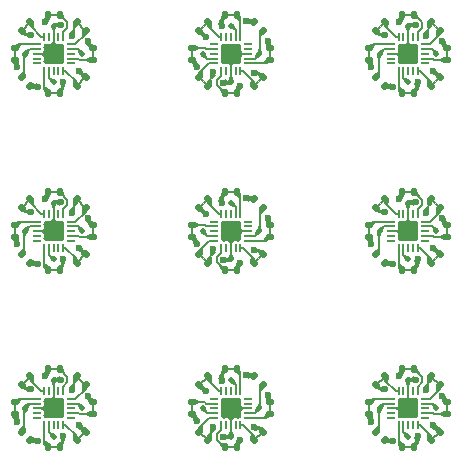
<source format=gbr>
%TF.GenerationSoftware,KiCad,Pcbnew,8.0.5-dirty*%
%TF.CreationDate,2025-01-28T00:49:07-05:00*%
%TF.ProjectId,prrpls406-panel,70727270-6c73-4343-9036-2d70616e656c,rev?*%
%TF.SameCoordinates,Original*%
%TF.FileFunction,Copper,L2,Bot*%
%TF.FilePolarity,Positive*%
%FSLAX46Y46*%
G04 Gerber Fmt 4.6, Leading zero omitted, Abs format (unit mm)*
G04 Created by KiCad (PCBNEW 8.0.5-dirty) date 2025-01-28 00:49:07*
%MOMM*%
%LPD*%
G01*
G04 APERTURE LIST*
G04 Aperture macros list*
%AMRoundRect*
0 Rectangle with rounded corners*
0 $1 Rounding radius*
0 $2 $3 $4 $5 $6 $7 $8 $9 X,Y pos of 4 corners*
0 Add a 4 corners polygon primitive as box body*
4,1,4,$2,$3,$4,$5,$6,$7,$8,$9,$2,$3,0*
0 Add four circle primitives for the rounded corners*
1,1,$1+$1,$2,$3*
1,1,$1+$1,$4,$5*
1,1,$1+$1,$6,$7*
1,1,$1+$1,$8,$9*
0 Add four rect primitives between the rounded corners*
20,1,$1+$1,$2,$3,$4,$5,0*
20,1,$1+$1,$4,$5,$6,$7,0*
20,1,$1+$1,$6,$7,$8,$9,0*
20,1,$1+$1,$8,$9,$2,$3,0*%
%AMRotRect*
0 Rectangle, with rotation*
0 The origin of the aperture is its center*
0 $1 length*
0 $2 width*
0 $3 Rotation angle, in degrees counterclockwise*
0 Add horizontal line*
21,1,$1,$2,0,0,$3*%
G04 Aperture macros list end*
%TA.AperFunction,SMDPad,CuDef*%
%ADD10RoundRect,0.042500X0.307500X-0.042500X0.307500X0.042500X-0.307500X0.042500X-0.307500X-0.042500X0*%
%TD*%
%TA.AperFunction,SMDPad,CuDef*%
%ADD11RoundRect,0.042500X0.042500X0.307500X-0.042500X0.307500X-0.042500X-0.307500X0.042500X-0.307500X0*%
%TD*%
%TA.AperFunction,HeatsinkPad*%
%ADD12RoundRect,0.170000X0.680000X0.680000X-0.680000X0.680000X-0.680000X-0.680000X0.680000X-0.680000X0*%
%TD*%
%TA.AperFunction,SMDPad,CuDef*%
%ADD13RoundRect,0.135000X0.185000X-0.135000X0.185000X0.135000X-0.185000X0.135000X-0.185000X-0.135000X0*%
%TD*%
%TA.AperFunction,SMDPad,CuDef*%
%ADD14R,0.200000X0.300000*%
%TD*%
%TA.AperFunction,SMDPad,CuDef*%
%ADD15RoundRect,0.135000X-0.226274X-0.035355X-0.035355X-0.226274X0.226274X0.035355X0.035355X0.226274X0*%
%TD*%
%TA.AperFunction,SMDPad,CuDef*%
%ADD16C,0.500000*%
%TD*%
%TA.AperFunction,SMDPad,CuDef*%
%ADD17RoundRect,0.135000X0.135000X0.185000X-0.135000X0.185000X-0.135000X-0.185000X0.135000X-0.185000X0*%
%TD*%
%TA.AperFunction,SMDPad,CuDef*%
%ADD18R,0.300000X0.200000*%
%TD*%
%TA.AperFunction,SMDPad,CuDef*%
%ADD19RoundRect,0.135000X0.035355X-0.226274X0.226274X-0.035355X-0.035355X0.226274X-0.226274X0.035355X0*%
%TD*%
%TA.AperFunction,SMDPad,CuDef*%
%ADD20RotRect,0.300000X0.200000X45.000000*%
%TD*%
%TA.AperFunction,SMDPad,CuDef*%
%ADD21RoundRect,0.135000X0.226274X0.035355X0.035355X0.226274X-0.226274X-0.035355X-0.035355X-0.226274X0*%
%TD*%
%TA.AperFunction,SMDPad,CuDef*%
%ADD22RotRect,0.300000X0.200000X135.000000*%
%TD*%
%TA.AperFunction,SMDPad,CuDef*%
%ADD23RoundRect,0.135000X-0.035355X0.226274X-0.226274X0.035355X0.035355X-0.226274X0.226274X-0.035355X0*%
%TD*%
%TA.AperFunction,SMDPad,CuDef*%
%ADD24RotRect,0.300000X0.200000X225.000000*%
%TD*%
%TA.AperFunction,SMDPad,CuDef*%
%ADD25RoundRect,0.135000X-0.135000X-0.185000X0.135000X-0.185000X0.135000X0.185000X-0.135000X0.185000X0*%
%TD*%
%TA.AperFunction,SMDPad,CuDef*%
%ADD26RotRect,0.300000X0.200000X315.000000*%
%TD*%
%TA.AperFunction,SMDPad,CuDef*%
%ADD27RoundRect,0.042500X-0.307500X0.042500X-0.307500X-0.042500X0.307500X-0.042500X0.307500X0.042500X0*%
%TD*%
%TA.AperFunction,SMDPad,CuDef*%
%ADD28RoundRect,0.042500X-0.042500X-0.307500X0.042500X-0.307500X0.042500X0.307500X-0.042500X0.307500X0*%
%TD*%
%TA.AperFunction,HeatsinkPad*%
%ADD29RoundRect,0.170000X-0.680000X-0.680000X0.680000X-0.680000X0.680000X0.680000X-0.680000X0.680000X0*%
%TD*%
%TA.AperFunction,SMDPad,CuDef*%
%ADD30RoundRect,0.135000X-0.185000X0.135000X-0.185000X-0.135000X0.185000X-0.135000X0.185000X0.135000X0*%
%TD*%
%TA.AperFunction,ViaPad*%
%ADD31C,0.600000*%
%TD*%
%TA.AperFunction,Conductor*%
%ADD32C,0.170000*%
%TD*%
%TA.AperFunction,Conductor*%
%ADD33C,0.200000*%
%TD*%
G04 APERTURE END LIST*
D10*
%TO.P,U1,1,PA2*%
%TO.N,Board_7-unconnected-(U1-PA2-Pad1)*%
X25438776Y-38199694D03*
%TO.P,U1,2,PA3*%
%TO.N,Board_7-unconnected-(U1-PA3-Pad2)*%
X25448776Y-38599694D03*
%TO.P,U1,3,GND*%
%TO.N,Board_7-GND*%
X25448776Y-38999694D03*
%TO.P,U1,4,VCC*%
%TO.N,Board_7-+5V*%
X25448776Y-39399694D03*
%TO.P,U1,5,PA4*%
%TO.N,Board_7-Net-(U1-PA4)*%
X25448776Y-39799694D03*
D11*
%TO.P,U1,6,PA5*%
%TO.N,Board_7-Net-(U1-PA5)*%
X24798776Y-40449694D03*
%TO.P,U1,7,PA6*%
%TO.N,Board_7-unconnected-(U1-PA6-Pad7)*%
X24398776Y-40449694D03*
%TO.P,U1,8,PA7*%
%TO.N,Board_7-GND*%
X23998776Y-40449694D03*
%TO.P,U1,9,PB5*%
%TO.N,Board_7-unconnected-(U1-PB5-Pad9)*%
X23598776Y-40449694D03*
%TO.P,U1,10,PB4*%
%TO.N,Board_7-Net-(U1-PB4)*%
X23198776Y-40459693D03*
D10*
%TO.P,U1,11,PB3*%
%TO.N,Board_7-Net-(U1-PB3)*%
X22548776Y-39799694D03*
%TO.P,U1,12,PB2*%
%TO.N,Board_7-/Serial*%
X22548776Y-39399694D03*
%TO.P,U1,13,PB1*%
%TO.N,Board_7-unconnected-(U1-PB1-Pad13)*%
X22548776Y-38999694D03*
%TO.P,U1,14,PB0*%
%TO.N,Board_7-Net-(U1-PB0)*%
X22548776Y-38599694D03*
%TO.P,U1,15,PC0*%
%TO.N,Board_7-unconnected-(U1-PC0-Pad15)*%
X22538777Y-38199694D03*
D11*
%TO.P,U1,16,PC1*%
%TO.N,Board_7-Net-(U1-PC1)*%
X23198776Y-37559694D03*
%TO.P,U1,17,PC2*%
%TO.N,Board_7-unconnected-(U1-PC2-Pad17)*%
X23598776Y-37549694D03*
%TO.P,U1,18,PC3*%
%TO.N,Board_7-unconnected-(U1-PC3-Pad18)*%
X23998776Y-37549694D03*
%TO.P,U1,19,~{RESET}/PA0*%
%TO.N,Board_7-/UPDI*%
X24398776Y-37549694D03*
%TO.P,U1,20,PA1*%
%TO.N,Board_7-Net-(U1-PA1)*%
X24798776Y-37549694D03*
D12*
%TO.P,U1,21,GND*%
%TO.N,Board_7-GND*%
X23998776Y-38999694D03*
%TD*%
D13*
%TO.P,R7,1*%
%TO.N,Board_0-Net-(U1-PB0)*%
X12298776Y-9509694D03*
D14*
X12298776Y-9139694D03*
%TO.P,R7,2*%
%TO.N,Board_0-Net-(D7-A)*%
X12298776Y-8859694D03*
D13*
X12298776Y-8489694D03*
%TD*%
D15*
%TO.P,C1,1*%
%TO.N,Board_2-+5V*%
X36304699Y-10972523D03*
%TO.P,C1,2*%
%TO.N,Board_2-GND*%
X37025947Y-11693771D03*
%TD*%
D13*
%TO.P,R7,1*%
%TO.N,Board_5-Net-(U1-PB0)*%
X42298776Y-24509694D03*
D14*
X42298776Y-24139694D03*
%TO.P,R7,2*%
%TO.N,Board_5-Net-(D7-A)*%
X42298776Y-23859694D03*
D13*
X42298776Y-23489694D03*
%TD*%
D16*
%TO.P,TP3,1,1*%
%TO.N,Board_8-/Serial*%
X41398776Y-38999694D03*
%TD*%
%TO.P,TP4,1,1*%
%TO.N,Board_6-/UPDI*%
X8998776Y-41399694D03*
%TD*%
D17*
%TO.P,R1,1*%
%TO.N,Board_2-Net-(U1-PB4)*%
X39508776Y-5699694D03*
D18*
X39138776Y-5699694D03*
%TO.P,R1,2*%
%TO.N,Board_2-Net-(D1-A)*%
X38858776Y-5699694D03*
D17*
X38488776Y-5699694D03*
%TD*%
%TO.P,R1,1*%
%TO.N,Board_8-Net-(U1-PB4)*%
X39508776Y-35699694D03*
D18*
X39138776Y-35699694D03*
%TO.P,R1,2*%
%TO.N,Board_8-Net-(D1-A)*%
X38858776Y-35699694D03*
D17*
X38488776Y-35699694D03*
%TD*%
D19*
%TO.P,R6,1*%
%TO.N,Board_3-Net-(U1-PC1)*%
X10971604Y-26693771D03*
D20*
X11233233Y-26432142D03*
%TO.P,R6,2*%
%TO.N,Board_3-Net-(D6-A)*%
X11431223Y-26234152D03*
D19*
X11692852Y-25972523D03*
%TD*%
D21*
%TO.P,R4,1*%
%TO.N,Board_2-Net-(U1-PB3)*%
X41692852Y-7026866D03*
D22*
X41431223Y-6765237D03*
%TO.P,R4,2*%
%TO.N,Board_2-Net-(D4-A)*%
X41233233Y-6567247D03*
D21*
X40971604Y-6305618D03*
%TD*%
D19*
%TO.P,R6,1*%
%TO.N,Board_8-Net-(U1-PC1)*%
X40971604Y-41693771D03*
D20*
X41233233Y-41432142D03*
%TO.P,R6,2*%
%TO.N,Board_8-Net-(D6-A)*%
X41431223Y-41234152D03*
D19*
X41692852Y-40972523D03*
%TD*%
D16*
%TO.P,TP2,1,1*%
%TO.N,Board_5-+5V*%
X36598776Y-23999694D03*
%TD*%
D21*
%TO.P,R4,1*%
%TO.N,Board_0-Net-(U1-PB3)*%
X11692852Y-7026866D03*
D22*
X11431223Y-6765237D03*
%TO.P,R4,2*%
%TO.N,Board_0-Net-(D4-A)*%
X11233233Y-6567247D03*
D21*
X10971604Y-6305618D03*
%TD*%
D16*
%TO.P,TP3,1,1*%
%TO.N,Board_0-/Serial*%
X11398776Y-8999694D03*
%TD*%
D23*
%TO.P,R6,1*%
%TO.N,Board_7-Net-(U1-PC1)*%
X22025948Y-36305617D03*
D24*
X21764319Y-36567246D03*
%TO.P,R6,2*%
%TO.N,Board_7-Net-(D6-A)*%
X21566329Y-36765236D03*
D23*
X21304700Y-37026865D03*
%TD*%
D25*
%TO.P,R5,1*%
%TO.N,Board_3-Net-(U1-PA1)*%
X8488776Y-27299694D03*
D18*
X8858776Y-27299694D03*
%TO.P,R5,2*%
%TO.N,Board_3-Net-(D5-A)*%
X9138776Y-27299694D03*
D25*
X9508776Y-27299694D03*
%TD*%
D16*
%TO.P,TP3,1,1*%
%TO.N,Board_6-/Serial*%
X11398776Y-38999694D03*
%TD*%
D15*
%TO.P,R4,1*%
%TO.N,Board_1-Net-(U1-PB3)*%
X21304700Y-10972522D03*
D26*
X21566329Y-11234151D03*
%TO.P,R4,2*%
%TO.N,Board_1-Net-(D4-A)*%
X21764319Y-11432141D03*
D15*
X22025948Y-11693770D03*
%TD*%
D25*
%TO.P,R5,1*%
%TO.N,Board_5-Net-(U1-PA1)*%
X38488776Y-27299694D03*
D18*
X38858776Y-27299694D03*
%TO.P,R5,2*%
%TO.N,Board_5-Net-(D5-A)*%
X39138776Y-27299694D03*
D25*
X39508776Y-27299694D03*
%TD*%
D21*
%TO.P,C1,1*%
%TO.N,Board_7-+5V*%
X26692853Y-37026865D03*
%TO.P,C1,2*%
%TO.N,Board_7-GND*%
X25971605Y-36305617D03*
%TD*%
D13*
%TO.P,R7,1*%
%TO.N,Board_3-Net-(U1-PB0)*%
X12298776Y-24509694D03*
D14*
X12298776Y-24139694D03*
%TO.P,R7,2*%
%TO.N,Board_3-Net-(D7-A)*%
X12298776Y-23859694D03*
D13*
X12298776Y-23489694D03*
%TD*%
D16*
%TO.P,TP1,1,1*%
%TO.N,Board_6-GND*%
X8998776Y-36599694D03*
%TD*%
%TO.P,TP2,1,1*%
%TO.N,Board_4-+5V*%
X26398776Y-23999694D03*
%TD*%
D17*
%TO.P,R5,1*%
%TO.N,Board_7-Net-(U1-PA1)*%
X24508776Y-35699694D03*
D18*
X24138776Y-35699694D03*
%TO.P,R5,2*%
%TO.N,Board_7-Net-(D5-A)*%
X23858776Y-35699694D03*
D17*
X23488776Y-35699694D03*
%TD*%
D15*
%TO.P,C1,1*%
%TO.N,Board_0-+5V*%
X6304699Y-10972523D03*
%TO.P,C1,2*%
%TO.N,Board_0-GND*%
X7025947Y-11693771D03*
%TD*%
D21*
%TO.P,C1,1*%
%TO.N,Board_4-+5V*%
X26692853Y-22026865D03*
%TO.P,C1,2*%
%TO.N,Board_4-GND*%
X25971605Y-21305617D03*
%TD*%
D16*
%TO.P,TP4,1,1*%
%TO.N,Board_5-/UPDI*%
X38998776Y-26399694D03*
%TD*%
D13*
%TO.P,R3,1*%
%TO.N,Board_1-Net-(U1-PA4)*%
X27298776Y-9509694D03*
D14*
X27298776Y-9139694D03*
%TO.P,R3,2*%
%TO.N,Board_1-Net-(D3-A)*%
X27298776Y-8859694D03*
D13*
X27298776Y-8489694D03*
%TD*%
D27*
%TO.P,U1,1,PA2*%
%TO.N,Board_3-unconnected-(U1-PA2-Pad1)*%
X7558776Y-24799694D03*
%TO.P,U1,2,PA3*%
%TO.N,Board_3-unconnected-(U1-PA3-Pad2)*%
X7548776Y-24399694D03*
%TO.P,U1,3,GND*%
%TO.N,Board_3-GND*%
X7548776Y-23999694D03*
%TO.P,U1,4,VCC*%
%TO.N,Board_3-+5V*%
X7548776Y-23599694D03*
%TO.P,U1,5,PA4*%
%TO.N,Board_3-Net-(U1-PA4)*%
X7548776Y-23199694D03*
D28*
%TO.P,U1,6,PA5*%
%TO.N,Board_3-Net-(U1-PA5)*%
X8198776Y-22549694D03*
%TO.P,U1,7,PA6*%
%TO.N,Board_3-unconnected-(U1-PA6-Pad7)*%
X8598776Y-22549694D03*
%TO.P,U1,8,PA7*%
%TO.N,Board_3-GND*%
X8998776Y-22549694D03*
%TO.P,U1,9,PB5*%
%TO.N,Board_3-unconnected-(U1-PB5-Pad9)*%
X9398776Y-22549694D03*
%TO.P,U1,10,PB4*%
%TO.N,Board_3-Net-(U1-PB4)*%
X9798776Y-22539695D03*
D27*
%TO.P,U1,11,PB3*%
%TO.N,Board_3-Net-(U1-PB3)*%
X10448776Y-23199694D03*
%TO.P,U1,12,PB2*%
%TO.N,Board_3-/Serial*%
X10448776Y-23599694D03*
%TO.P,U1,13,PB1*%
%TO.N,Board_3-unconnected-(U1-PB1-Pad13)*%
X10448776Y-23999694D03*
%TO.P,U1,14,PB0*%
%TO.N,Board_3-Net-(U1-PB0)*%
X10448776Y-24399694D03*
%TO.P,U1,15,PC0*%
%TO.N,Board_3-unconnected-(U1-PC0-Pad15)*%
X10458775Y-24799694D03*
D28*
%TO.P,U1,16,PC1*%
%TO.N,Board_3-Net-(U1-PC1)*%
X9798776Y-25439694D03*
%TO.P,U1,17,PC2*%
%TO.N,Board_3-unconnected-(U1-PC2-Pad17)*%
X9398776Y-25449694D03*
%TO.P,U1,18,PC3*%
%TO.N,Board_3-unconnected-(U1-PC3-Pad18)*%
X8998776Y-25449694D03*
%TO.P,U1,19,~{RESET}/PA0*%
%TO.N,Board_3-/UPDI*%
X8598776Y-25449694D03*
%TO.P,U1,20,PA1*%
%TO.N,Board_3-Net-(U1-PA1)*%
X8198776Y-25449694D03*
D29*
%TO.P,U1,21,GND*%
%TO.N,Board_3-GND*%
X8998776Y-23999694D03*
%TD*%
D21*
%TO.P,R4,1*%
%TO.N,Board_8-Net-(U1-PB3)*%
X41692852Y-37026866D03*
D22*
X41431223Y-36765237D03*
%TO.P,R4,2*%
%TO.N,Board_8-Net-(D4-A)*%
X41233233Y-36567247D03*
D21*
X40971604Y-36305618D03*
%TD*%
D17*
%TO.P,R5,1*%
%TO.N,Board_4-Net-(U1-PA1)*%
X24508776Y-20699694D03*
D18*
X24138776Y-20699694D03*
%TO.P,R5,2*%
%TO.N,Board_4-Net-(D5-A)*%
X23858776Y-20699694D03*
D17*
X23488776Y-20699694D03*
%TD*%
D23*
%TO.P,R6,1*%
%TO.N,Board_1-Net-(U1-PC1)*%
X22025948Y-6305617D03*
D24*
X21764319Y-6567246D03*
%TO.P,R6,2*%
%TO.N,Board_1-Net-(D6-A)*%
X21566329Y-6765236D03*
D23*
X21304700Y-7026865D03*
%TD*%
D25*
%TO.P,R1,1*%
%TO.N,Board_7-Net-(U1-PB4)*%
X23488776Y-42299694D03*
D18*
X23858776Y-42299694D03*
%TO.P,R1,2*%
%TO.N,Board_7-Net-(D1-A)*%
X24138776Y-42299694D03*
D25*
X24508776Y-42299694D03*
%TD*%
D16*
%TO.P,TP1,1,1*%
%TO.N,Board_4-GND*%
X23998776Y-26399694D03*
%TD*%
D13*
%TO.P,R7,1*%
%TO.N,Board_2-Net-(U1-PB0)*%
X42298776Y-9509694D03*
D14*
X42298776Y-9139694D03*
%TO.P,R7,2*%
%TO.N,Board_2-Net-(D7-A)*%
X42298776Y-8859694D03*
D13*
X42298776Y-8489694D03*
%TD*%
D30*
%TO.P,R3,1*%
%TO.N,Board_8-Net-(U1-PA4)*%
X35698776Y-38489694D03*
D14*
X35698776Y-38859694D03*
%TO.P,R3,2*%
%TO.N,Board_8-Net-(D3-A)*%
X35698776Y-39139694D03*
D30*
X35698776Y-39509694D03*
%TD*%
D16*
%TO.P,TP4,1,1*%
%TO.N,Board_1-/UPDI*%
X23998776Y-6599694D03*
%TD*%
%TO.P,TP2,1,1*%
%TO.N,Board_2-+5V*%
X36598776Y-8999694D03*
%TD*%
D23*
%TO.P,R2,1*%
%TO.N,Board_0-Net-(U1-PA5)*%
X7025947Y-6305618D03*
D24*
X6764318Y-6567247D03*
%TO.P,R2,2*%
%TO.N,Board_0-Net-(D2-A)*%
X6566328Y-6765237D03*
D23*
X6304699Y-7026866D03*
%TD*%
D15*
%TO.P,C1,1*%
%TO.N,Board_3-+5V*%
X6304699Y-25972523D03*
%TO.P,C1,2*%
%TO.N,Board_3-GND*%
X7025947Y-26693771D03*
%TD*%
D27*
%TO.P,U1,1,PA2*%
%TO.N,Board_5-unconnected-(U1-PA2-Pad1)*%
X37558776Y-24799694D03*
%TO.P,U1,2,PA3*%
%TO.N,Board_5-unconnected-(U1-PA3-Pad2)*%
X37548776Y-24399694D03*
%TO.P,U1,3,GND*%
%TO.N,Board_5-GND*%
X37548776Y-23999694D03*
%TO.P,U1,4,VCC*%
%TO.N,Board_5-+5V*%
X37548776Y-23599694D03*
%TO.P,U1,5,PA4*%
%TO.N,Board_5-Net-(U1-PA4)*%
X37548776Y-23199694D03*
D28*
%TO.P,U1,6,PA5*%
%TO.N,Board_5-Net-(U1-PA5)*%
X38198776Y-22549694D03*
%TO.P,U1,7,PA6*%
%TO.N,Board_5-unconnected-(U1-PA6-Pad7)*%
X38598776Y-22549694D03*
%TO.P,U1,8,PA7*%
%TO.N,Board_5-GND*%
X38998776Y-22549694D03*
%TO.P,U1,9,PB5*%
%TO.N,Board_5-unconnected-(U1-PB5-Pad9)*%
X39398776Y-22549694D03*
%TO.P,U1,10,PB4*%
%TO.N,Board_5-Net-(U1-PB4)*%
X39798776Y-22539695D03*
D27*
%TO.P,U1,11,PB3*%
%TO.N,Board_5-Net-(U1-PB3)*%
X40448776Y-23199694D03*
%TO.P,U1,12,PB2*%
%TO.N,Board_5-/Serial*%
X40448776Y-23599694D03*
%TO.P,U1,13,PB1*%
%TO.N,Board_5-unconnected-(U1-PB1-Pad13)*%
X40448776Y-23999694D03*
%TO.P,U1,14,PB0*%
%TO.N,Board_5-Net-(U1-PB0)*%
X40448776Y-24399694D03*
%TO.P,U1,15,PC0*%
%TO.N,Board_5-unconnected-(U1-PC0-Pad15)*%
X40458775Y-24799694D03*
D28*
%TO.P,U1,16,PC1*%
%TO.N,Board_5-Net-(U1-PC1)*%
X39798776Y-25439694D03*
%TO.P,U1,17,PC2*%
%TO.N,Board_5-unconnected-(U1-PC2-Pad17)*%
X39398776Y-25449694D03*
%TO.P,U1,18,PC3*%
%TO.N,Board_5-unconnected-(U1-PC3-Pad18)*%
X38998776Y-25449694D03*
%TO.P,U1,19,~{RESET}/PA0*%
%TO.N,Board_5-/UPDI*%
X38598776Y-25449694D03*
%TO.P,U1,20,PA1*%
%TO.N,Board_5-Net-(U1-PA1)*%
X38198776Y-25449694D03*
D29*
%TO.P,U1,21,GND*%
%TO.N,Board_5-GND*%
X38998776Y-23999694D03*
%TD*%
D27*
%TO.P,U1,1,PA2*%
%TO.N,Board_0-unconnected-(U1-PA2-Pad1)*%
X7558776Y-9799694D03*
%TO.P,U1,2,PA3*%
%TO.N,Board_0-unconnected-(U1-PA3-Pad2)*%
X7548776Y-9399694D03*
%TO.P,U1,3,GND*%
%TO.N,Board_0-GND*%
X7548776Y-8999694D03*
%TO.P,U1,4,VCC*%
%TO.N,Board_0-+5V*%
X7548776Y-8599694D03*
%TO.P,U1,5,PA4*%
%TO.N,Board_0-Net-(U1-PA4)*%
X7548776Y-8199694D03*
D28*
%TO.P,U1,6,PA5*%
%TO.N,Board_0-Net-(U1-PA5)*%
X8198776Y-7549694D03*
%TO.P,U1,7,PA6*%
%TO.N,Board_0-unconnected-(U1-PA6-Pad7)*%
X8598776Y-7549694D03*
%TO.P,U1,8,PA7*%
%TO.N,Board_0-GND*%
X8998776Y-7549694D03*
%TO.P,U1,9,PB5*%
%TO.N,Board_0-unconnected-(U1-PB5-Pad9)*%
X9398776Y-7549694D03*
%TO.P,U1,10,PB4*%
%TO.N,Board_0-Net-(U1-PB4)*%
X9798776Y-7539695D03*
D27*
%TO.P,U1,11,PB3*%
%TO.N,Board_0-Net-(U1-PB3)*%
X10448776Y-8199694D03*
%TO.P,U1,12,PB2*%
%TO.N,Board_0-/Serial*%
X10448776Y-8599694D03*
%TO.P,U1,13,PB1*%
%TO.N,Board_0-unconnected-(U1-PB1-Pad13)*%
X10448776Y-8999694D03*
%TO.P,U1,14,PB0*%
%TO.N,Board_0-Net-(U1-PB0)*%
X10448776Y-9399694D03*
%TO.P,U1,15,PC0*%
%TO.N,Board_0-unconnected-(U1-PC0-Pad15)*%
X10458775Y-9799694D03*
D28*
%TO.P,U1,16,PC1*%
%TO.N,Board_0-Net-(U1-PC1)*%
X9798776Y-10439694D03*
%TO.P,U1,17,PC2*%
%TO.N,Board_0-unconnected-(U1-PC2-Pad17)*%
X9398776Y-10449694D03*
%TO.P,U1,18,PC3*%
%TO.N,Board_0-unconnected-(U1-PC3-Pad18)*%
X8998776Y-10449694D03*
%TO.P,U1,19,~{RESET}/PA0*%
%TO.N,Board_0-/UPDI*%
X8598776Y-10449694D03*
%TO.P,U1,20,PA1*%
%TO.N,Board_0-Net-(U1-PA1)*%
X8198776Y-10449694D03*
D29*
%TO.P,U1,21,GND*%
%TO.N,Board_0-GND*%
X8998776Y-8999694D03*
%TD*%
D16*
%TO.P,TP1,1,1*%
%TO.N,Board_3-GND*%
X8998776Y-21599694D03*
%TD*%
%TO.P,TP1,1,1*%
%TO.N,Board_7-GND*%
X23998776Y-41399694D03*
%TD*%
D13*
%TO.P,R3,1*%
%TO.N,Board_4-Net-(U1-PA4)*%
X27298776Y-24509694D03*
D14*
X27298776Y-24139694D03*
%TO.P,R3,2*%
%TO.N,Board_4-Net-(D3-A)*%
X27298776Y-23859694D03*
D13*
X27298776Y-23489694D03*
%TD*%
D21*
%TO.P,C1,1*%
%TO.N,Board_1-+5V*%
X26692853Y-7026865D03*
%TO.P,C1,2*%
%TO.N,Board_1-GND*%
X25971605Y-6305617D03*
%TD*%
D13*
%TO.P,R7,1*%
%TO.N,Board_6-Net-(U1-PB0)*%
X12298776Y-39509694D03*
D14*
X12298776Y-39139694D03*
%TO.P,R7,2*%
%TO.N,Board_6-Net-(D7-A)*%
X12298776Y-38859694D03*
D13*
X12298776Y-38489694D03*
%TD*%
D19*
%TO.P,R6,1*%
%TO.N,Board_0-Net-(U1-PC1)*%
X10971604Y-11693771D03*
D20*
X11233233Y-11432142D03*
%TO.P,R6,2*%
%TO.N,Board_0-Net-(D6-A)*%
X11431223Y-11234152D03*
D19*
X11692852Y-10972523D03*
%TD*%
D16*
%TO.P,TP1,1,1*%
%TO.N,Board_5-GND*%
X38998776Y-21599694D03*
%TD*%
%TO.P,TP3,1,1*%
%TO.N,Board_3-/Serial*%
X11398776Y-23999694D03*
%TD*%
D25*
%TO.P,R5,1*%
%TO.N,Board_6-Net-(U1-PA1)*%
X8488776Y-42299694D03*
D18*
X8858776Y-42299694D03*
%TO.P,R5,2*%
%TO.N,Board_6-Net-(D5-A)*%
X9138776Y-42299694D03*
D25*
X9508776Y-42299694D03*
%TD*%
D16*
%TO.P,TP3,1,1*%
%TO.N,Board_7-/Serial*%
X21598776Y-38999694D03*
%TD*%
D19*
%TO.P,R2,1*%
%TO.N,Board_1-Net-(U1-PA5)*%
X25971605Y-11693770D03*
D20*
X26233234Y-11432141D03*
%TO.P,R2,2*%
%TO.N,Board_1-Net-(D2-A)*%
X26431224Y-11234151D03*
D19*
X26692853Y-10972522D03*
%TD*%
D21*
%TO.P,R4,1*%
%TO.N,Board_6-Net-(U1-PB3)*%
X11692852Y-37026866D03*
D22*
X11431223Y-36765237D03*
%TO.P,R4,2*%
%TO.N,Board_6-Net-(D4-A)*%
X11233233Y-36567247D03*
D21*
X10971604Y-36305618D03*
%TD*%
D19*
%TO.P,R6,1*%
%TO.N,Board_6-Net-(U1-PC1)*%
X10971604Y-41693771D03*
D20*
X11233233Y-41432142D03*
%TO.P,R6,2*%
%TO.N,Board_6-Net-(D6-A)*%
X11431223Y-41234152D03*
D19*
X11692852Y-40972523D03*
%TD*%
D16*
%TO.P,TP4,1,1*%
%TO.N,Board_0-/UPDI*%
X8998776Y-11399694D03*
%TD*%
D23*
%TO.P,R6,1*%
%TO.N,Board_4-Net-(U1-PC1)*%
X22025948Y-21305617D03*
D24*
X21764319Y-21567246D03*
%TO.P,R6,2*%
%TO.N,Board_4-Net-(D6-A)*%
X21566329Y-21765236D03*
D23*
X21304700Y-22026865D03*
%TD*%
D16*
%TO.P,TP4,1,1*%
%TO.N,Board_7-/UPDI*%
X23998776Y-36599694D03*
%TD*%
%TO.P,TP3,1,1*%
%TO.N,Board_4-/Serial*%
X21598776Y-23999694D03*
%TD*%
%TO.P,TP2,1,1*%
%TO.N,Board_3-+5V*%
X6598776Y-23999694D03*
%TD*%
%TO.P,TP2,1,1*%
%TO.N,Board_6-+5V*%
X6598776Y-38999694D03*
%TD*%
D15*
%TO.P,C1,1*%
%TO.N,Board_6-+5V*%
X6304699Y-40972523D03*
%TO.P,C1,2*%
%TO.N,Board_6-GND*%
X7025947Y-41693771D03*
%TD*%
D23*
%TO.P,R2,1*%
%TO.N,Board_2-Net-(U1-PA5)*%
X37025947Y-6305618D03*
D24*
X36764318Y-6567247D03*
%TO.P,R2,2*%
%TO.N,Board_2-Net-(D2-A)*%
X36566328Y-6765237D03*
D23*
X36304699Y-7026866D03*
%TD*%
D30*
%TO.P,R3,1*%
%TO.N,Board_6-Net-(U1-PA4)*%
X5698776Y-38489694D03*
D14*
X5698776Y-38859694D03*
%TO.P,R3,2*%
%TO.N,Board_6-Net-(D3-A)*%
X5698776Y-39139694D03*
D30*
X5698776Y-39509694D03*
%TD*%
D16*
%TO.P,TP3,1,1*%
%TO.N,Board_1-/Serial*%
X21598776Y-8999694D03*
%TD*%
D25*
%TO.P,R5,1*%
%TO.N,Board_0-Net-(U1-PA1)*%
X8488776Y-12299694D03*
D18*
X8858776Y-12299694D03*
%TO.P,R5,2*%
%TO.N,Board_0-Net-(D5-A)*%
X9138776Y-12299694D03*
D25*
X9508776Y-12299694D03*
%TD*%
D16*
%TO.P,TP4,1,1*%
%TO.N,Board_8-/UPDI*%
X38998776Y-41399694D03*
%TD*%
D30*
%TO.P,R3,1*%
%TO.N,Board_0-Net-(U1-PA4)*%
X5698776Y-8489694D03*
D14*
X5698776Y-8859694D03*
%TO.P,R3,2*%
%TO.N,Board_0-Net-(D3-A)*%
X5698776Y-9139694D03*
D30*
X5698776Y-9509694D03*
%TD*%
D15*
%TO.P,C1,1*%
%TO.N,Board_5-+5V*%
X36304699Y-25972523D03*
%TO.P,C1,2*%
%TO.N,Board_5-GND*%
X37025947Y-26693771D03*
%TD*%
D17*
%TO.P,R1,1*%
%TO.N,Board_6-Net-(U1-PB4)*%
X9508776Y-35699694D03*
D18*
X9138776Y-35699694D03*
%TO.P,R1,2*%
%TO.N,Board_6-Net-(D1-A)*%
X8858776Y-35699694D03*
D17*
X8488776Y-35699694D03*
%TD*%
D30*
%TO.P,R3,1*%
%TO.N,Board_2-Net-(U1-PA4)*%
X35698776Y-8489694D03*
D14*
X35698776Y-8859694D03*
%TO.P,R3,2*%
%TO.N,Board_2-Net-(D3-A)*%
X35698776Y-9139694D03*
D30*
X35698776Y-9509694D03*
%TD*%
D21*
%TO.P,R4,1*%
%TO.N,Board_5-Net-(U1-PB3)*%
X41692852Y-22026866D03*
D22*
X41431223Y-21765237D03*
%TO.P,R4,2*%
%TO.N,Board_5-Net-(D4-A)*%
X41233233Y-21567247D03*
D21*
X40971604Y-21305618D03*
%TD*%
D30*
%TO.P,R7,1*%
%TO.N,Board_7-Net-(U1-PB0)*%
X20698776Y-38489694D03*
D14*
X20698776Y-38859694D03*
%TO.P,R7,2*%
%TO.N,Board_7-Net-(D7-A)*%
X20698776Y-39139694D03*
D30*
X20698776Y-39509694D03*
%TD*%
D16*
%TO.P,TP3,1,1*%
%TO.N,Board_5-/Serial*%
X41398776Y-23999694D03*
%TD*%
D19*
%TO.P,R6,1*%
%TO.N,Board_5-Net-(U1-PC1)*%
X40971604Y-26693771D03*
D20*
X41233233Y-26432142D03*
%TO.P,R6,2*%
%TO.N,Board_5-Net-(D6-A)*%
X41431223Y-26234152D03*
D19*
X41692852Y-25972523D03*
%TD*%
D23*
%TO.P,R2,1*%
%TO.N,Board_6-Net-(U1-PA5)*%
X7025947Y-36305618D03*
D24*
X6764318Y-36567247D03*
%TO.P,R2,2*%
%TO.N,Board_6-Net-(D2-A)*%
X6566328Y-36765237D03*
D23*
X6304699Y-37026866D03*
%TD*%
D10*
%TO.P,U1,1,PA2*%
%TO.N,Board_1-unconnected-(U1-PA2-Pad1)*%
X25438776Y-8199694D03*
%TO.P,U1,2,PA3*%
%TO.N,Board_1-unconnected-(U1-PA3-Pad2)*%
X25448776Y-8599694D03*
%TO.P,U1,3,GND*%
%TO.N,Board_1-GND*%
X25448776Y-8999694D03*
%TO.P,U1,4,VCC*%
%TO.N,Board_1-+5V*%
X25448776Y-9399694D03*
%TO.P,U1,5,PA4*%
%TO.N,Board_1-Net-(U1-PA4)*%
X25448776Y-9799694D03*
D11*
%TO.P,U1,6,PA5*%
%TO.N,Board_1-Net-(U1-PA5)*%
X24798776Y-10449694D03*
%TO.P,U1,7,PA6*%
%TO.N,Board_1-unconnected-(U1-PA6-Pad7)*%
X24398776Y-10449694D03*
%TO.P,U1,8,PA7*%
%TO.N,Board_1-GND*%
X23998776Y-10449694D03*
%TO.P,U1,9,PB5*%
%TO.N,Board_1-unconnected-(U1-PB5-Pad9)*%
X23598776Y-10449694D03*
%TO.P,U1,10,PB4*%
%TO.N,Board_1-Net-(U1-PB4)*%
X23198776Y-10459693D03*
D10*
%TO.P,U1,11,PB3*%
%TO.N,Board_1-Net-(U1-PB3)*%
X22548776Y-9799694D03*
%TO.P,U1,12,PB2*%
%TO.N,Board_1-/Serial*%
X22548776Y-9399694D03*
%TO.P,U1,13,PB1*%
%TO.N,Board_1-unconnected-(U1-PB1-Pad13)*%
X22548776Y-8999694D03*
%TO.P,U1,14,PB0*%
%TO.N,Board_1-Net-(U1-PB0)*%
X22548776Y-8599694D03*
%TO.P,U1,15,PC0*%
%TO.N,Board_1-unconnected-(U1-PC0-Pad15)*%
X22538777Y-8199694D03*
D11*
%TO.P,U1,16,PC1*%
%TO.N,Board_1-Net-(U1-PC1)*%
X23198776Y-7559694D03*
%TO.P,U1,17,PC2*%
%TO.N,Board_1-unconnected-(U1-PC2-Pad17)*%
X23598776Y-7549694D03*
%TO.P,U1,18,PC3*%
%TO.N,Board_1-unconnected-(U1-PC3-Pad18)*%
X23998776Y-7549694D03*
%TO.P,U1,19,~{RESET}/PA0*%
%TO.N,Board_1-/UPDI*%
X24398776Y-7549694D03*
%TO.P,U1,20,PA1*%
%TO.N,Board_1-Net-(U1-PA1)*%
X24798776Y-7549694D03*
D12*
%TO.P,U1,21,GND*%
%TO.N,Board_1-GND*%
X23998776Y-8999694D03*
%TD*%
D16*
%TO.P,TP4,1,1*%
%TO.N,Board_2-/UPDI*%
X38998776Y-11399694D03*
%TD*%
D17*
%TO.P,R1,1*%
%TO.N,Board_5-Net-(U1-PB4)*%
X39508776Y-20699694D03*
D18*
X39138776Y-20699694D03*
%TO.P,R1,2*%
%TO.N,Board_5-Net-(D1-A)*%
X38858776Y-20699694D03*
D17*
X38488776Y-20699694D03*
%TD*%
D13*
%TO.P,R3,1*%
%TO.N,Board_7-Net-(U1-PA4)*%
X27298776Y-39509694D03*
D14*
X27298776Y-39139694D03*
%TO.P,R3,2*%
%TO.N,Board_7-Net-(D3-A)*%
X27298776Y-38859694D03*
D13*
X27298776Y-38489694D03*
%TD*%
D16*
%TO.P,TP3,1,1*%
%TO.N,Board_2-/Serial*%
X41398776Y-8999694D03*
%TD*%
D17*
%TO.P,R1,1*%
%TO.N,Board_0-Net-(U1-PB4)*%
X9508776Y-5699694D03*
D18*
X9138776Y-5699694D03*
%TO.P,R1,2*%
%TO.N,Board_0-Net-(D1-A)*%
X8858776Y-5699694D03*
D17*
X8488776Y-5699694D03*
%TD*%
D21*
%TO.P,R4,1*%
%TO.N,Board_3-Net-(U1-PB3)*%
X11692852Y-22026866D03*
D22*
X11431223Y-21765237D03*
%TO.P,R4,2*%
%TO.N,Board_3-Net-(D4-A)*%
X11233233Y-21567247D03*
D21*
X10971604Y-21305618D03*
%TD*%
D16*
%TO.P,TP2,1,1*%
%TO.N,Board_8-+5V*%
X36598776Y-38999694D03*
%TD*%
D15*
%TO.P,R4,1*%
%TO.N,Board_4-Net-(U1-PB3)*%
X21304700Y-25972522D03*
D26*
X21566329Y-26234151D03*
%TO.P,R4,2*%
%TO.N,Board_4-Net-(D4-A)*%
X21764319Y-26432141D03*
D15*
X22025948Y-26693770D03*
%TD*%
D30*
%TO.P,R3,1*%
%TO.N,Board_5-Net-(U1-PA4)*%
X35698776Y-23489694D03*
D14*
X35698776Y-23859694D03*
%TO.P,R3,2*%
%TO.N,Board_5-Net-(D3-A)*%
X35698776Y-24139694D03*
D30*
X35698776Y-24509694D03*
%TD*%
D16*
%TO.P,TP4,1,1*%
%TO.N,Board_3-/UPDI*%
X8998776Y-26399694D03*
%TD*%
D25*
%TO.P,R1,1*%
%TO.N,Board_1-Net-(U1-PB4)*%
X23488776Y-12299694D03*
D18*
X23858776Y-12299694D03*
%TO.P,R1,2*%
%TO.N,Board_1-Net-(D1-A)*%
X24138776Y-12299694D03*
D25*
X24508776Y-12299694D03*
%TD*%
D19*
%TO.P,R2,1*%
%TO.N,Board_4-Net-(U1-PA5)*%
X25971605Y-26693770D03*
D20*
X26233234Y-26432141D03*
%TO.P,R2,2*%
%TO.N,Board_4-Net-(D2-A)*%
X26431224Y-26234151D03*
D19*
X26692853Y-25972522D03*
%TD*%
D15*
%TO.P,R4,1*%
%TO.N,Board_7-Net-(U1-PB3)*%
X21304700Y-40972522D03*
D26*
X21566329Y-41234151D03*
%TO.P,R4,2*%
%TO.N,Board_7-Net-(D4-A)*%
X21764319Y-41432141D03*
D15*
X22025948Y-41693770D03*
%TD*%
%TO.P,C1,1*%
%TO.N,Board_8-+5V*%
X36304699Y-40972523D03*
%TO.P,C1,2*%
%TO.N,Board_8-GND*%
X37025947Y-41693771D03*
%TD*%
D30*
%TO.P,R7,1*%
%TO.N,Board_1-Net-(U1-PB0)*%
X20698776Y-8489694D03*
D14*
X20698776Y-8859694D03*
%TO.P,R7,2*%
%TO.N,Board_1-Net-(D7-A)*%
X20698776Y-9139694D03*
D30*
X20698776Y-9509694D03*
%TD*%
%TO.P,R7,1*%
%TO.N,Board_4-Net-(U1-PB0)*%
X20698776Y-23489694D03*
D14*
X20698776Y-23859694D03*
%TO.P,R7,2*%
%TO.N,Board_4-Net-(D7-A)*%
X20698776Y-24139694D03*
D30*
X20698776Y-24509694D03*
%TD*%
D16*
%TO.P,TP1,1,1*%
%TO.N,Board_0-GND*%
X8998776Y-6599694D03*
%TD*%
D23*
%TO.P,R2,1*%
%TO.N,Board_8-Net-(U1-PA5)*%
X37025947Y-36305618D03*
D24*
X36764318Y-36567247D03*
%TO.P,R2,2*%
%TO.N,Board_8-Net-(D2-A)*%
X36566328Y-36765237D03*
D23*
X36304699Y-37026866D03*
%TD*%
%TO.P,R2,1*%
%TO.N,Board_5-Net-(U1-PA5)*%
X37025947Y-21305618D03*
D24*
X36764318Y-21567247D03*
%TO.P,R2,2*%
%TO.N,Board_5-Net-(D2-A)*%
X36566328Y-21765237D03*
D23*
X36304699Y-22026866D03*
%TD*%
D27*
%TO.P,U1,1,PA2*%
%TO.N,Board_2-unconnected-(U1-PA2-Pad1)*%
X37558776Y-9799694D03*
%TO.P,U1,2,PA3*%
%TO.N,Board_2-unconnected-(U1-PA3-Pad2)*%
X37548776Y-9399694D03*
%TO.P,U1,3,GND*%
%TO.N,Board_2-GND*%
X37548776Y-8999694D03*
%TO.P,U1,4,VCC*%
%TO.N,Board_2-+5V*%
X37548776Y-8599694D03*
%TO.P,U1,5,PA4*%
%TO.N,Board_2-Net-(U1-PA4)*%
X37548776Y-8199694D03*
D28*
%TO.P,U1,6,PA5*%
%TO.N,Board_2-Net-(U1-PA5)*%
X38198776Y-7549694D03*
%TO.P,U1,7,PA6*%
%TO.N,Board_2-unconnected-(U1-PA6-Pad7)*%
X38598776Y-7549694D03*
%TO.P,U1,8,PA7*%
%TO.N,Board_2-GND*%
X38998776Y-7549694D03*
%TO.P,U1,9,PB5*%
%TO.N,Board_2-unconnected-(U1-PB5-Pad9)*%
X39398776Y-7549694D03*
%TO.P,U1,10,PB4*%
%TO.N,Board_2-Net-(U1-PB4)*%
X39798776Y-7539695D03*
D27*
%TO.P,U1,11,PB3*%
%TO.N,Board_2-Net-(U1-PB3)*%
X40448776Y-8199694D03*
%TO.P,U1,12,PB2*%
%TO.N,Board_2-/Serial*%
X40448776Y-8599694D03*
%TO.P,U1,13,PB1*%
%TO.N,Board_2-unconnected-(U1-PB1-Pad13)*%
X40448776Y-8999694D03*
%TO.P,U1,14,PB0*%
%TO.N,Board_2-Net-(U1-PB0)*%
X40448776Y-9399694D03*
%TO.P,U1,15,PC0*%
%TO.N,Board_2-unconnected-(U1-PC0-Pad15)*%
X40458775Y-9799694D03*
D28*
%TO.P,U1,16,PC1*%
%TO.N,Board_2-Net-(U1-PC1)*%
X39798776Y-10439694D03*
%TO.P,U1,17,PC2*%
%TO.N,Board_2-unconnected-(U1-PC2-Pad17)*%
X39398776Y-10449694D03*
%TO.P,U1,18,PC3*%
%TO.N,Board_2-unconnected-(U1-PC3-Pad18)*%
X38998776Y-10449694D03*
%TO.P,U1,19,~{RESET}/PA0*%
%TO.N,Board_2-/UPDI*%
X38598776Y-10449694D03*
%TO.P,U1,20,PA1*%
%TO.N,Board_2-Net-(U1-PA1)*%
X38198776Y-10449694D03*
D29*
%TO.P,U1,21,GND*%
%TO.N,Board_2-GND*%
X38998776Y-8999694D03*
%TD*%
D16*
%TO.P,TP2,1,1*%
%TO.N,Board_1-+5V*%
X26398776Y-8999694D03*
%TD*%
%TO.P,TP4,1,1*%
%TO.N,Board_4-/UPDI*%
X23998776Y-21599694D03*
%TD*%
D13*
%TO.P,R7,1*%
%TO.N,Board_8-Net-(U1-PB0)*%
X42298776Y-39509694D03*
D14*
X42298776Y-39139694D03*
%TO.P,R7,2*%
%TO.N,Board_8-Net-(D7-A)*%
X42298776Y-38859694D03*
D13*
X42298776Y-38489694D03*
%TD*%
D17*
%TO.P,R5,1*%
%TO.N,Board_1-Net-(U1-PA1)*%
X24508776Y-5699694D03*
D18*
X24138776Y-5699694D03*
%TO.P,R5,2*%
%TO.N,Board_1-Net-(D5-A)*%
X23858776Y-5699694D03*
D17*
X23488776Y-5699694D03*
%TD*%
D25*
%TO.P,R5,1*%
%TO.N,Board_8-Net-(U1-PA1)*%
X38488776Y-42299694D03*
D18*
X38858776Y-42299694D03*
%TO.P,R5,2*%
%TO.N,Board_8-Net-(D5-A)*%
X39138776Y-42299694D03*
D25*
X39508776Y-42299694D03*
%TD*%
D10*
%TO.P,U1,1,PA2*%
%TO.N,Board_4-unconnected-(U1-PA2-Pad1)*%
X25438776Y-23199694D03*
%TO.P,U1,2,PA3*%
%TO.N,Board_4-unconnected-(U1-PA3-Pad2)*%
X25448776Y-23599694D03*
%TO.P,U1,3,GND*%
%TO.N,Board_4-GND*%
X25448776Y-23999694D03*
%TO.P,U1,4,VCC*%
%TO.N,Board_4-+5V*%
X25448776Y-24399694D03*
%TO.P,U1,5,PA4*%
%TO.N,Board_4-Net-(U1-PA4)*%
X25448776Y-24799694D03*
D11*
%TO.P,U1,6,PA5*%
%TO.N,Board_4-Net-(U1-PA5)*%
X24798776Y-25449694D03*
%TO.P,U1,7,PA6*%
%TO.N,Board_4-unconnected-(U1-PA6-Pad7)*%
X24398776Y-25449694D03*
%TO.P,U1,8,PA7*%
%TO.N,Board_4-GND*%
X23998776Y-25449694D03*
%TO.P,U1,9,PB5*%
%TO.N,Board_4-unconnected-(U1-PB5-Pad9)*%
X23598776Y-25449694D03*
%TO.P,U1,10,PB4*%
%TO.N,Board_4-Net-(U1-PB4)*%
X23198776Y-25459693D03*
D10*
%TO.P,U1,11,PB3*%
%TO.N,Board_4-Net-(U1-PB3)*%
X22548776Y-24799694D03*
%TO.P,U1,12,PB2*%
%TO.N,Board_4-/Serial*%
X22548776Y-24399694D03*
%TO.P,U1,13,PB1*%
%TO.N,Board_4-unconnected-(U1-PB1-Pad13)*%
X22548776Y-23999694D03*
%TO.P,U1,14,PB0*%
%TO.N,Board_4-Net-(U1-PB0)*%
X22548776Y-23599694D03*
%TO.P,U1,15,PC0*%
%TO.N,Board_4-unconnected-(U1-PC0-Pad15)*%
X22538777Y-23199694D03*
D11*
%TO.P,U1,16,PC1*%
%TO.N,Board_4-Net-(U1-PC1)*%
X23198776Y-22559694D03*
%TO.P,U1,17,PC2*%
%TO.N,Board_4-unconnected-(U1-PC2-Pad17)*%
X23598776Y-22549694D03*
%TO.P,U1,18,PC3*%
%TO.N,Board_4-unconnected-(U1-PC3-Pad18)*%
X23998776Y-22549694D03*
%TO.P,U1,19,~{RESET}/PA0*%
%TO.N,Board_4-/UPDI*%
X24398776Y-22549694D03*
%TO.P,U1,20,PA1*%
%TO.N,Board_4-Net-(U1-PA1)*%
X24798776Y-22549694D03*
D12*
%TO.P,U1,21,GND*%
%TO.N,Board_4-GND*%
X23998776Y-23999694D03*
%TD*%
D19*
%TO.P,R2,1*%
%TO.N,Board_7-Net-(U1-PA5)*%
X25971605Y-41693770D03*
D20*
X26233234Y-41432141D03*
%TO.P,R2,2*%
%TO.N,Board_7-Net-(D2-A)*%
X26431224Y-41234151D03*
D19*
X26692853Y-40972522D03*
%TD*%
D16*
%TO.P,TP2,1,1*%
%TO.N,Board_7-+5V*%
X26398776Y-38999694D03*
%TD*%
D25*
%TO.P,R1,1*%
%TO.N,Board_4-Net-(U1-PB4)*%
X23488776Y-27299694D03*
D18*
X23858776Y-27299694D03*
%TO.P,R1,2*%
%TO.N,Board_4-Net-(D1-A)*%
X24138776Y-27299694D03*
D25*
X24508776Y-27299694D03*
%TD*%
D23*
%TO.P,R2,1*%
%TO.N,Board_3-Net-(U1-PA5)*%
X7025947Y-21305618D03*
D24*
X6764318Y-21567247D03*
%TO.P,R2,2*%
%TO.N,Board_3-Net-(D2-A)*%
X6566328Y-21765237D03*
D23*
X6304699Y-22026866D03*
%TD*%
D16*
%TO.P,TP1,1,1*%
%TO.N,Board_8-GND*%
X38998776Y-36599694D03*
%TD*%
D25*
%TO.P,R5,1*%
%TO.N,Board_2-Net-(U1-PA1)*%
X38488776Y-12299694D03*
D18*
X38858776Y-12299694D03*
%TO.P,R5,2*%
%TO.N,Board_2-Net-(D5-A)*%
X39138776Y-12299694D03*
D25*
X39508776Y-12299694D03*
%TD*%
D27*
%TO.P,U1,1,PA2*%
%TO.N,Board_6-unconnected-(U1-PA2-Pad1)*%
X7558776Y-39799694D03*
%TO.P,U1,2,PA3*%
%TO.N,Board_6-unconnected-(U1-PA3-Pad2)*%
X7548776Y-39399694D03*
%TO.P,U1,3,GND*%
%TO.N,Board_6-GND*%
X7548776Y-38999694D03*
%TO.P,U1,4,VCC*%
%TO.N,Board_6-+5V*%
X7548776Y-38599694D03*
%TO.P,U1,5,PA4*%
%TO.N,Board_6-Net-(U1-PA4)*%
X7548776Y-38199694D03*
D28*
%TO.P,U1,6,PA5*%
%TO.N,Board_6-Net-(U1-PA5)*%
X8198776Y-37549694D03*
%TO.P,U1,7,PA6*%
%TO.N,Board_6-unconnected-(U1-PA6-Pad7)*%
X8598776Y-37549694D03*
%TO.P,U1,8,PA7*%
%TO.N,Board_6-GND*%
X8998776Y-37549694D03*
%TO.P,U1,9,PB5*%
%TO.N,Board_6-unconnected-(U1-PB5-Pad9)*%
X9398776Y-37549694D03*
%TO.P,U1,10,PB4*%
%TO.N,Board_6-Net-(U1-PB4)*%
X9798776Y-37539695D03*
D27*
%TO.P,U1,11,PB3*%
%TO.N,Board_6-Net-(U1-PB3)*%
X10448776Y-38199694D03*
%TO.P,U1,12,PB2*%
%TO.N,Board_6-/Serial*%
X10448776Y-38599694D03*
%TO.P,U1,13,PB1*%
%TO.N,Board_6-unconnected-(U1-PB1-Pad13)*%
X10448776Y-38999694D03*
%TO.P,U1,14,PB0*%
%TO.N,Board_6-Net-(U1-PB0)*%
X10448776Y-39399694D03*
%TO.P,U1,15,PC0*%
%TO.N,Board_6-unconnected-(U1-PC0-Pad15)*%
X10458775Y-39799694D03*
D28*
%TO.P,U1,16,PC1*%
%TO.N,Board_6-Net-(U1-PC1)*%
X9798776Y-40439694D03*
%TO.P,U1,17,PC2*%
%TO.N,Board_6-unconnected-(U1-PC2-Pad17)*%
X9398776Y-40449694D03*
%TO.P,U1,18,PC3*%
%TO.N,Board_6-unconnected-(U1-PC3-Pad18)*%
X8998776Y-40449694D03*
%TO.P,U1,19,~{RESET}/PA0*%
%TO.N,Board_6-/UPDI*%
X8598776Y-40449694D03*
%TO.P,U1,20,PA1*%
%TO.N,Board_6-Net-(U1-PA1)*%
X8198776Y-40449694D03*
D29*
%TO.P,U1,21,GND*%
%TO.N,Board_6-GND*%
X8998776Y-38999694D03*
%TD*%
D17*
%TO.P,R1,1*%
%TO.N,Board_3-Net-(U1-PB4)*%
X9508776Y-20699694D03*
D18*
X9138776Y-20699694D03*
%TO.P,R1,2*%
%TO.N,Board_3-Net-(D1-A)*%
X8858776Y-20699694D03*
D17*
X8488776Y-20699694D03*
%TD*%
D16*
%TO.P,TP1,1,1*%
%TO.N,Board_1-GND*%
X23998776Y-11399694D03*
%TD*%
D19*
%TO.P,R6,1*%
%TO.N,Board_2-Net-(U1-PC1)*%
X40971604Y-11693771D03*
D20*
X41233233Y-11432142D03*
%TO.P,R6,2*%
%TO.N,Board_2-Net-(D6-A)*%
X41431223Y-11234152D03*
D19*
X41692852Y-10972523D03*
%TD*%
D30*
%TO.P,R3,1*%
%TO.N,Board_3-Net-(U1-PA4)*%
X5698776Y-23489694D03*
D14*
X5698776Y-23859694D03*
%TO.P,R3,2*%
%TO.N,Board_3-Net-(D3-A)*%
X5698776Y-24139694D03*
D30*
X5698776Y-24509694D03*
%TD*%
D16*
%TO.P,TP1,1,1*%
%TO.N,Board_2-GND*%
X38998776Y-6599694D03*
%TD*%
D27*
%TO.P,U1,1,PA2*%
%TO.N,Board_8-unconnected-(U1-PA2-Pad1)*%
X37558776Y-39799694D03*
%TO.P,U1,2,PA3*%
%TO.N,Board_8-unconnected-(U1-PA3-Pad2)*%
X37548776Y-39399694D03*
%TO.P,U1,3,GND*%
%TO.N,Board_8-GND*%
X37548776Y-38999694D03*
%TO.P,U1,4,VCC*%
%TO.N,Board_8-+5V*%
X37548776Y-38599694D03*
%TO.P,U1,5,PA4*%
%TO.N,Board_8-Net-(U1-PA4)*%
X37548776Y-38199694D03*
D28*
%TO.P,U1,6,PA5*%
%TO.N,Board_8-Net-(U1-PA5)*%
X38198776Y-37549694D03*
%TO.P,U1,7,PA6*%
%TO.N,Board_8-unconnected-(U1-PA6-Pad7)*%
X38598776Y-37549694D03*
%TO.P,U1,8,PA7*%
%TO.N,Board_8-GND*%
X38998776Y-37549694D03*
%TO.P,U1,9,PB5*%
%TO.N,Board_8-unconnected-(U1-PB5-Pad9)*%
X39398776Y-37549694D03*
%TO.P,U1,10,PB4*%
%TO.N,Board_8-Net-(U1-PB4)*%
X39798776Y-37539695D03*
D27*
%TO.P,U1,11,PB3*%
%TO.N,Board_8-Net-(U1-PB3)*%
X40448776Y-38199694D03*
%TO.P,U1,12,PB2*%
%TO.N,Board_8-/Serial*%
X40448776Y-38599694D03*
%TO.P,U1,13,PB1*%
%TO.N,Board_8-unconnected-(U1-PB1-Pad13)*%
X40448776Y-38999694D03*
%TO.P,U1,14,PB0*%
%TO.N,Board_8-Net-(U1-PB0)*%
X40448776Y-39399694D03*
%TO.P,U1,15,PC0*%
%TO.N,Board_8-unconnected-(U1-PC0-Pad15)*%
X40458775Y-39799694D03*
D28*
%TO.P,U1,16,PC1*%
%TO.N,Board_8-Net-(U1-PC1)*%
X39798776Y-40439694D03*
%TO.P,U1,17,PC2*%
%TO.N,Board_8-unconnected-(U1-PC2-Pad17)*%
X39398776Y-40449694D03*
%TO.P,U1,18,PC3*%
%TO.N,Board_8-unconnected-(U1-PC3-Pad18)*%
X38998776Y-40449694D03*
%TO.P,U1,19,~{RESET}/PA0*%
%TO.N,Board_8-/UPDI*%
X38598776Y-40449694D03*
%TO.P,U1,20,PA1*%
%TO.N,Board_8-Net-(U1-PA1)*%
X38198776Y-40449694D03*
D29*
%TO.P,U1,21,GND*%
%TO.N,Board_8-GND*%
X38998776Y-38999694D03*
%TD*%
D16*
%TO.P,TP2,1,1*%
%TO.N,Board_0-+5V*%
X6598776Y-8999694D03*
%TD*%
D31*
%TO.N,Board_0-GND*%
X9631633Y-6569693D03*
X7686776Y-11773893D03*
%TO.N,Board_0-Net-(D1-A)*%
X8266172Y-6278296D03*
%TO.N,Board_0-Net-(D2-A)*%
X7068201Y-7400269D03*
%TO.N,Board_0-Net-(D3-A)*%
X5866776Y-10127694D03*
%TO.N,Board_0-Net-(D4-A)*%
X10508776Y-7449694D03*
%TO.N,Board_0-Net-(D5-A)*%
X9796524Y-11339694D03*
%TO.N,Board_0-Net-(D6-A)*%
X11119668Y-10434693D03*
%TO.N,Board_0-Net-(D7-A)*%
X11883710Y-7924449D03*
%TO.N,Board_1-GND*%
X23365919Y-11429695D03*
X25310776Y-6225495D03*
%TO.N,Board_1-Net-(D1-A)*%
X24731380Y-11721092D03*
%TO.N,Board_1-Net-(D2-A)*%
X25929351Y-10599119D03*
%TO.N,Board_1-Net-(D3-A)*%
X27130776Y-7871694D03*
%TO.N,Board_1-Net-(D4-A)*%
X22488776Y-10549694D03*
%TO.N,Board_1-Net-(D5-A)*%
X23201028Y-6659694D03*
%TO.N,Board_1-Net-(D6-A)*%
X21877884Y-7564695D03*
%TO.N,Board_1-Net-(D7-A)*%
X21113842Y-10074939D03*
%TO.N,Board_2-GND*%
X37686776Y-11773893D03*
X39631633Y-6569693D03*
%TO.N,Board_2-Net-(D1-A)*%
X38266172Y-6278296D03*
%TO.N,Board_2-Net-(D2-A)*%
X37068201Y-7400269D03*
%TO.N,Board_2-Net-(D3-A)*%
X35866776Y-10127694D03*
%TO.N,Board_2-Net-(D4-A)*%
X40508776Y-7449694D03*
%TO.N,Board_2-Net-(D5-A)*%
X39796524Y-11339694D03*
%TO.N,Board_2-Net-(D6-A)*%
X41119668Y-10434693D03*
%TO.N,Board_2-Net-(D7-A)*%
X41883710Y-7924449D03*
%TO.N,Board_3-GND*%
X9631633Y-21569693D03*
X7686776Y-26773893D03*
%TO.N,Board_3-Net-(D1-A)*%
X8266172Y-21278296D03*
%TO.N,Board_3-Net-(D2-A)*%
X7068201Y-22400269D03*
%TO.N,Board_3-Net-(D3-A)*%
X5866776Y-25127694D03*
%TO.N,Board_3-Net-(D4-A)*%
X10508776Y-22449694D03*
%TO.N,Board_3-Net-(D5-A)*%
X9796524Y-26339694D03*
%TO.N,Board_3-Net-(D6-A)*%
X11119668Y-25434693D03*
%TO.N,Board_3-Net-(D7-A)*%
X11883710Y-22924449D03*
%TO.N,Board_4-GND*%
X23365919Y-26429695D03*
X25310776Y-21225495D03*
%TO.N,Board_4-Net-(D1-A)*%
X24731380Y-26721092D03*
%TO.N,Board_4-Net-(D2-A)*%
X25929351Y-25599119D03*
%TO.N,Board_4-Net-(D3-A)*%
X27130776Y-22871694D03*
%TO.N,Board_4-Net-(D4-A)*%
X22488776Y-25549694D03*
%TO.N,Board_4-Net-(D5-A)*%
X23201028Y-21659694D03*
%TO.N,Board_4-Net-(D6-A)*%
X21877884Y-22564695D03*
%TO.N,Board_4-Net-(D7-A)*%
X21113842Y-25074939D03*
%TO.N,Board_5-GND*%
X39631633Y-21569693D03*
X37686776Y-26773893D03*
%TO.N,Board_5-Net-(D1-A)*%
X38266172Y-21278296D03*
%TO.N,Board_5-Net-(D2-A)*%
X37068201Y-22400269D03*
%TO.N,Board_5-Net-(D3-A)*%
X35866776Y-25127694D03*
%TO.N,Board_5-Net-(D4-A)*%
X40508776Y-22449694D03*
%TO.N,Board_5-Net-(D5-A)*%
X39796524Y-26339694D03*
%TO.N,Board_5-Net-(D6-A)*%
X41119668Y-25434693D03*
%TO.N,Board_5-Net-(D7-A)*%
X41883710Y-22924449D03*
%TO.N,Board_6-GND*%
X9631633Y-36569693D03*
X7686776Y-41773893D03*
%TO.N,Board_6-Net-(D1-A)*%
X8266172Y-36278296D03*
%TO.N,Board_6-Net-(D2-A)*%
X7068201Y-37400269D03*
%TO.N,Board_6-Net-(D3-A)*%
X5866776Y-40127694D03*
%TO.N,Board_6-Net-(D4-A)*%
X10508776Y-37449694D03*
%TO.N,Board_6-Net-(D5-A)*%
X9796524Y-41339694D03*
%TO.N,Board_6-Net-(D6-A)*%
X11119668Y-40434693D03*
%TO.N,Board_6-Net-(D7-A)*%
X11883710Y-37924449D03*
%TO.N,Board_7-GND*%
X23365919Y-41429695D03*
X25310776Y-36225495D03*
%TO.N,Board_7-Net-(D1-A)*%
X24731380Y-41721092D03*
%TO.N,Board_7-Net-(D2-A)*%
X25929351Y-40599119D03*
%TO.N,Board_7-Net-(D3-A)*%
X27130776Y-37871694D03*
%TO.N,Board_7-Net-(D4-A)*%
X22488776Y-40549694D03*
%TO.N,Board_7-Net-(D5-A)*%
X23201028Y-36659694D03*
%TO.N,Board_7-Net-(D6-A)*%
X21877884Y-37564695D03*
%TO.N,Board_7-Net-(D7-A)*%
X21113842Y-40074939D03*
%TO.N,Board_8-GND*%
X37686776Y-41773893D03*
X39631633Y-36569693D03*
%TO.N,Board_8-Net-(D1-A)*%
X38266172Y-36278296D03*
%TO.N,Board_8-Net-(D2-A)*%
X37068201Y-37400269D03*
%TO.N,Board_8-Net-(D3-A)*%
X35866776Y-40127694D03*
%TO.N,Board_8-Net-(D4-A)*%
X40508776Y-37449694D03*
%TO.N,Board_8-Net-(D5-A)*%
X39796524Y-41339694D03*
%TO.N,Board_8-Net-(D6-A)*%
X41119668Y-40434693D03*
%TO.N,Board_8-Net-(D7-A)*%
X41883710Y-37924449D03*
%TD*%
D32*
%TO.N,Board_0-+5V*%
X7548776Y-8599694D02*
X6948776Y-8599694D01*
X6498776Y-10778446D02*
X6340054Y-10937168D01*
X6498776Y-9049694D02*
X6498776Y-10778446D01*
X6548776Y-8999694D02*
X6498776Y-9049694D01*
X6948776Y-8599694D02*
X6548776Y-8999694D01*
%TO.N,Board_0-/Serial*%
X11448776Y-8999694D02*
X11048776Y-8599694D01*
X11048776Y-8599694D02*
X10448776Y-8599694D01*
%TO.N,Board_0-/UPDI*%
X8598776Y-11019694D02*
X8598776Y-10449694D01*
X8998776Y-11419694D02*
X8598776Y-11019694D01*
%TO.N,Board_0-GND*%
X7176779Y-11773893D02*
X6981776Y-11578890D01*
X7548776Y-8999694D02*
X8998776Y-8999694D01*
X8998776Y-7202550D02*
X8998776Y-7549694D01*
X9028777Y-6569693D02*
X8998776Y-6599694D01*
X7686776Y-11773893D02*
X7176779Y-11773893D01*
X9631633Y-6569693D02*
X9028777Y-6569693D01*
X8998776Y-6599694D02*
X8998776Y-7549694D01*
X8998776Y-7549694D02*
X8998776Y-8999694D01*
%TO.N,Board_0-Net-(D1-A)*%
X8488776Y-6055692D02*
X8488776Y-5699694D01*
X8266172Y-6278296D02*
X8488776Y-6055692D01*
%TO.N,Board_0-Net-(D2-A)*%
X6678102Y-7400269D02*
X6340054Y-7062221D01*
X7068201Y-7400269D02*
X6678102Y-7400269D01*
%TO.N,Board_0-Net-(D3-A)*%
X5866776Y-10127694D02*
X5866776Y-9677694D01*
X5866776Y-9677694D02*
X5698776Y-9509694D01*
D33*
%TO.N,Board_0-Net-(D4-A)*%
X10508776Y-7459694D02*
X10918776Y-6309694D01*
D32*
X10508776Y-7429694D02*
X10508776Y-7449694D01*
X10488776Y-7449694D02*
X10508776Y-7429694D01*
X10508776Y-7449694D02*
X10488776Y-7449694D01*
%TO.N,Board_0-Net-(D5-A)*%
X9796524Y-11339694D02*
X9796524Y-11961945D01*
X9796524Y-11961945D02*
X9508775Y-12249694D01*
%TO.N,Board_0-Net-(D6-A)*%
X11155022Y-10434693D02*
X11657497Y-10937168D01*
X11119668Y-10434693D02*
X11155022Y-10434693D01*
%TO.N,Board_0-Net-(D7-A)*%
X11883710Y-7924449D02*
X11883710Y-8124629D01*
X11883710Y-8124629D02*
X12248776Y-8489695D01*
%TO.N,Board_0-Net-(U1-PA1)*%
X8438776Y-12249694D02*
X8198776Y-12009694D01*
X8198776Y-12009694D02*
X8198776Y-10449694D01*
X8488777Y-12249694D02*
X8438776Y-12249694D01*
%TO.N,Board_0-Net-(U1-PA4)*%
X7548776Y-8199694D02*
X5988776Y-8199694D01*
X5988776Y-8199694D02*
X5748776Y-8439694D01*
X5748776Y-8439694D02*
X5748776Y-8489695D01*
%TO.N,Board_0-Net-(U1-PA5)*%
X7061302Y-6340973D02*
X7061302Y-6662220D01*
X7948776Y-7549694D02*
X8198776Y-7549694D01*
X7061302Y-6662220D02*
X7948776Y-7549694D01*
%TO.N,Board_0-Net-(U1-PB0)*%
X11088776Y-9399694D02*
X10448776Y-9399694D01*
X12248776Y-9509693D02*
X11198775Y-9509693D01*
X11198775Y-9509693D02*
X11088776Y-9399694D01*
%TO.N,Board_0-Net-(U1-PB3)*%
X10838776Y-8199694D02*
X11692852Y-7345618D01*
X11692852Y-7345618D02*
X11692852Y-7026866D01*
X10448776Y-8199694D02*
X10838776Y-8199694D01*
%TO.N,Board_0-Net-(U1-PB4)*%
X9798776Y-7539695D02*
X9798776Y-7169694D01*
X9798776Y-7169694D02*
X10148633Y-6819837D01*
X10148633Y-6819837D02*
X10148633Y-6339551D01*
X10148633Y-6339551D02*
X9508776Y-5699694D01*
%TO.N,Board_0-Net-(U1-PC1)*%
X9988272Y-10439694D02*
X9798776Y-10439694D01*
X10936249Y-11387671D02*
X9988272Y-10439694D01*
X10936249Y-11658416D02*
X10936249Y-11387671D01*
%TO.N,Board_1-+5V*%
X26498776Y-8949694D02*
X26498776Y-7220942D01*
X26498776Y-7220942D02*
X26657498Y-7062220D01*
X25448776Y-9399694D02*
X26048776Y-9399694D01*
X26448776Y-8999694D02*
X26498776Y-8949694D01*
X26048776Y-9399694D02*
X26448776Y-8999694D01*
%TO.N,Board_1-/Serial*%
X21548776Y-8999694D02*
X21948776Y-9399694D01*
X21948776Y-9399694D02*
X22548776Y-9399694D01*
%TO.N,Board_1-/UPDI*%
X24398776Y-6979694D02*
X24398776Y-7549694D01*
X23998776Y-6579694D02*
X24398776Y-6979694D01*
%TO.N,Board_1-GND*%
X25448776Y-8999694D02*
X23998776Y-8999694D01*
X23998776Y-10449694D02*
X23998776Y-8999694D01*
X25820773Y-6225495D02*
X26015776Y-6420498D01*
X23998776Y-10796838D02*
X23998776Y-10449694D01*
X25310776Y-6225495D02*
X25820773Y-6225495D01*
X23968775Y-11429695D02*
X23998776Y-11399694D01*
X23998776Y-11399694D02*
X23998776Y-10449694D01*
X23365919Y-11429695D02*
X23968775Y-11429695D01*
%TO.N,Board_1-Net-(D1-A)*%
X24508776Y-11943696D02*
X24508776Y-12299694D01*
X24731380Y-11721092D02*
X24508776Y-11943696D01*
%TO.N,Board_1-Net-(D2-A)*%
X26319450Y-10599119D02*
X26657498Y-10937167D01*
X25929351Y-10599119D02*
X26319450Y-10599119D01*
%TO.N,Board_1-Net-(D3-A)*%
X27130776Y-8321694D02*
X27298776Y-8489694D01*
X27130776Y-7871694D02*
X27130776Y-8321694D01*
D33*
%TO.N,Board_1-Net-(D4-A)*%
X22488776Y-10539694D02*
X22078776Y-11689694D01*
D32*
X22488776Y-10569694D02*
X22488776Y-10549694D01*
X22488776Y-10549694D02*
X22508776Y-10549694D01*
X22508776Y-10549694D02*
X22488776Y-10569694D01*
%TO.N,Board_1-Net-(D5-A)*%
X23201028Y-6037443D02*
X23488777Y-5749694D01*
X23201028Y-6659694D02*
X23201028Y-6037443D01*
%TO.N,Board_1-Net-(D6-A)*%
X21842530Y-7564695D02*
X21340055Y-7062220D01*
X21877884Y-7564695D02*
X21842530Y-7564695D01*
%TO.N,Board_1-Net-(D7-A)*%
X21113842Y-9874759D02*
X20748776Y-9509693D01*
X21113842Y-10074939D02*
X21113842Y-9874759D01*
%TO.N,Board_1-Net-(U1-PA1)*%
X24558776Y-5749694D02*
X24798776Y-5989694D01*
X24508775Y-5749694D02*
X24558776Y-5749694D01*
X24798776Y-5989694D02*
X24798776Y-7549694D01*
%TO.N,Board_1-Net-(U1-PA4)*%
X25448776Y-9799694D02*
X27008776Y-9799694D01*
X27008776Y-9799694D02*
X27248776Y-9559694D01*
X27248776Y-9559694D02*
X27248776Y-9509693D01*
%TO.N,Board_1-Net-(U1-PA5)*%
X25936250Y-11658415D02*
X25936250Y-11337168D01*
X25048776Y-10449694D02*
X24798776Y-10449694D01*
X25936250Y-11337168D02*
X25048776Y-10449694D01*
%TO.N,Board_1-Net-(U1-PB0)*%
X20748776Y-8489695D02*
X21798777Y-8489695D01*
X21798777Y-8489695D02*
X21908776Y-8599694D01*
X21908776Y-8599694D02*
X22548776Y-8599694D01*
%TO.N,Board_1-Net-(U1-PB3)*%
X22158776Y-9799694D02*
X21304700Y-10653770D01*
X21304700Y-10653770D02*
X21304700Y-10972522D01*
X22548776Y-9799694D02*
X22158776Y-9799694D01*
%TO.N,Board_1-Net-(U1-PB4)*%
X23198776Y-10459693D02*
X23198776Y-10829694D01*
X22848919Y-11179551D02*
X22848919Y-11659837D01*
X22848919Y-11659837D02*
X23488776Y-12299694D01*
X23198776Y-10829694D02*
X22848919Y-11179551D01*
%TO.N,Board_1-Net-(U1-PC1)*%
X23009280Y-7559694D02*
X23198776Y-7559694D01*
X22061303Y-6611717D02*
X23009280Y-7559694D01*
X22061303Y-6340972D02*
X22061303Y-6611717D01*
%TO.N,Board_2-+5V*%
X36498776Y-10778446D02*
X36340054Y-10937168D01*
X37548776Y-8599694D02*
X36948776Y-8599694D01*
X36948776Y-8599694D02*
X36548776Y-8999694D01*
X36498776Y-9049694D02*
X36498776Y-10778446D01*
X36548776Y-8999694D02*
X36498776Y-9049694D01*
%TO.N,Board_2-/Serial*%
X41048776Y-8599694D02*
X40448776Y-8599694D01*
X41448776Y-8999694D02*
X41048776Y-8599694D01*
%TO.N,Board_2-/UPDI*%
X38998776Y-11419694D02*
X38598776Y-11019694D01*
X38598776Y-11019694D02*
X38598776Y-10449694D01*
%TO.N,Board_2-GND*%
X39631633Y-6569693D02*
X39028777Y-6569693D01*
X37176779Y-11773893D02*
X36981776Y-11578890D01*
X38998776Y-7549694D02*
X38998776Y-8999694D01*
X37548776Y-8999694D02*
X38998776Y-8999694D01*
X39028777Y-6569693D02*
X38998776Y-6599694D01*
X38998776Y-6599694D02*
X38998776Y-7549694D01*
X38998776Y-7202550D02*
X38998776Y-7549694D01*
X37686776Y-11773893D02*
X37176779Y-11773893D01*
%TO.N,Board_2-Net-(D1-A)*%
X38266172Y-6278296D02*
X38488776Y-6055692D01*
X38488776Y-6055692D02*
X38488776Y-5699694D01*
%TO.N,Board_2-Net-(D2-A)*%
X37068201Y-7400269D02*
X36678102Y-7400269D01*
X36678102Y-7400269D02*
X36340054Y-7062221D01*
%TO.N,Board_2-Net-(D3-A)*%
X35866776Y-10127694D02*
X35866776Y-9677694D01*
X35866776Y-9677694D02*
X35698776Y-9509694D01*
D33*
%TO.N,Board_2-Net-(D4-A)*%
X40508776Y-7459694D02*
X40918776Y-6309694D01*
D32*
X40508776Y-7449694D02*
X40488776Y-7449694D01*
X40508776Y-7429694D02*
X40508776Y-7449694D01*
X40488776Y-7449694D02*
X40508776Y-7429694D01*
%TO.N,Board_2-Net-(D5-A)*%
X39796524Y-11961945D02*
X39508775Y-12249694D01*
X39796524Y-11339694D02*
X39796524Y-11961945D01*
%TO.N,Board_2-Net-(D6-A)*%
X41119668Y-10434693D02*
X41155022Y-10434693D01*
X41155022Y-10434693D02*
X41657497Y-10937168D01*
%TO.N,Board_2-Net-(D7-A)*%
X41883710Y-7924449D02*
X41883710Y-8124629D01*
X41883710Y-8124629D02*
X42248776Y-8489695D01*
%TO.N,Board_2-Net-(U1-PA1)*%
X38198776Y-12009694D02*
X38198776Y-10449694D01*
X38488777Y-12249694D02*
X38438776Y-12249694D01*
X38438776Y-12249694D02*
X38198776Y-12009694D01*
%TO.N,Board_2-Net-(U1-PA4)*%
X35988776Y-8199694D02*
X35748776Y-8439694D01*
X35748776Y-8439694D02*
X35748776Y-8489695D01*
X37548776Y-8199694D02*
X35988776Y-8199694D01*
%TO.N,Board_2-Net-(U1-PA5)*%
X37061302Y-6662220D02*
X37948776Y-7549694D01*
X37948776Y-7549694D02*
X38198776Y-7549694D01*
X37061302Y-6340973D02*
X37061302Y-6662220D01*
%TO.N,Board_2-Net-(U1-PB0)*%
X41088776Y-9399694D02*
X40448776Y-9399694D01*
X42248776Y-9509693D02*
X41198775Y-9509693D01*
X41198775Y-9509693D02*
X41088776Y-9399694D01*
%TO.N,Board_2-Net-(U1-PB3)*%
X40448776Y-8199694D02*
X40838776Y-8199694D01*
X41692852Y-7345618D02*
X41692852Y-7026866D01*
X40838776Y-8199694D02*
X41692852Y-7345618D01*
%TO.N,Board_2-Net-(U1-PB4)*%
X39798776Y-7539695D02*
X39798776Y-7169694D01*
X40148633Y-6339551D02*
X39508776Y-5699694D01*
X40148633Y-6819837D02*
X40148633Y-6339551D01*
X39798776Y-7169694D02*
X40148633Y-6819837D01*
%TO.N,Board_2-Net-(U1-PC1)*%
X40936249Y-11387671D02*
X39988272Y-10439694D01*
X39988272Y-10439694D02*
X39798776Y-10439694D01*
X40936249Y-11658416D02*
X40936249Y-11387671D01*
%TO.N,Board_3-+5V*%
X7548776Y-23599694D02*
X6948776Y-23599694D01*
X6498776Y-25778446D02*
X6340054Y-25937168D01*
X6948776Y-23599694D02*
X6548776Y-23999694D01*
X6548776Y-23999694D02*
X6498776Y-24049694D01*
X6498776Y-24049694D02*
X6498776Y-25778446D01*
%TO.N,Board_3-/Serial*%
X11448776Y-23999694D02*
X11048776Y-23599694D01*
X11048776Y-23599694D02*
X10448776Y-23599694D01*
%TO.N,Board_3-/UPDI*%
X8598776Y-26019694D02*
X8598776Y-25449694D01*
X8998776Y-26419694D02*
X8598776Y-26019694D01*
%TO.N,Board_3-GND*%
X7548776Y-23999694D02*
X8998776Y-23999694D01*
X8998776Y-22549694D02*
X8998776Y-23999694D01*
X8998776Y-21599694D02*
X8998776Y-22549694D01*
X7176779Y-26773893D02*
X6981776Y-26578890D01*
X9631633Y-21569693D02*
X9028777Y-21569693D01*
X7686776Y-26773893D02*
X7176779Y-26773893D01*
X9028777Y-21569693D02*
X8998776Y-21599694D01*
X8998776Y-22202550D02*
X8998776Y-22549694D01*
%TO.N,Board_3-Net-(D1-A)*%
X8488776Y-21055692D02*
X8488776Y-20699694D01*
X8266172Y-21278296D02*
X8488776Y-21055692D01*
%TO.N,Board_3-Net-(D2-A)*%
X6678102Y-22400269D02*
X6340054Y-22062221D01*
X7068201Y-22400269D02*
X6678102Y-22400269D01*
%TO.N,Board_3-Net-(D3-A)*%
X5866776Y-24677694D02*
X5698776Y-24509694D01*
X5866776Y-25127694D02*
X5866776Y-24677694D01*
%TO.N,Board_3-Net-(D4-A)*%
X10488776Y-22449694D02*
X10508776Y-22429694D01*
X10508776Y-22429694D02*
X10508776Y-22449694D01*
D33*
X10508776Y-22459694D02*
X10918776Y-21309694D01*
D32*
X10508776Y-22449694D02*
X10488776Y-22449694D01*
%TO.N,Board_3-Net-(D5-A)*%
X9796524Y-26961945D02*
X9508775Y-27249694D01*
X9796524Y-26339694D02*
X9796524Y-26961945D01*
%TO.N,Board_3-Net-(D6-A)*%
X11119668Y-25434693D02*
X11155022Y-25434693D01*
X11155022Y-25434693D02*
X11657497Y-25937168D01*
%TO.N,Board_3-Net-(D7-A)*%
X11883710Y-23124629D02*
X12248776Y-23489695D01*
X11883710Y-22924449D02*
X11883710Y-23124629D01*
%TO.N,Board_3-Net-(U1-PA1)*%
X8198776Y-27009694D02*
X8198776Y-25449694D01*
X8488777Y-27249694D02*
X8438776Y-27249694D01*
X8438776Y-27249694D02*
X8198776Y-27009694D01*
%TO.N,Board_3-Net-(U1-PA4)*%
X7548776Y-23199694D02*
X5988776Y-23199694D01*
X5748776Y-23439694D02*
X5748776Y-23489695D01*
X5988776Y-23199694D02*
X5748776Y-23439694D01*
%TO.N,Board_3-Net-(U1-PA5)*%
X7061302Y-21340973D02*
X7061302Y-21662220D01*
X7948776Y-22549694D02*
X8198776Y-22549694D01*
X7061302Y-21662220D02*
X7948776Y-22549694D01*
%TO.N,Board_3-Net-(U1-PB0)*%
X11088776Y-24399694D02*
X10448776Y-24399694D01*
X11198775Y-24509693D02*
X11088776Y-24399694D01*
X12248776Y-24509693D02*
X11198775Y-24509693D01*
%TO.N,Board_3-Net-(U1-PB3)*%
X10448776Y-23199694D02*
X10838776Y-23199694D01*
X10838776Y-23199694D02*
X11692852Y-22345618D01*
X11692852Y-22345618D02*
X11692852Y-22026866D01*
%TO.N,Board_3-Net-(U1-PB4)*%
X9798776Y-22539695D02*
X9798776Y-22169694D01*
X9798776Y-22169694D02*
X10148633Y-21819837D01*
X10148633Y-21819837D02*
X10148633Y-21339551D01*
X10148633Y-21339551D02*
X9508776Y-20699694D01*
%TO.N,Board_3-Net-(U1-PC1)*%
X9988272Y-25439694D02*
X9798776Y-25439694D01*
X10936249Y-26658416D02*
X10936249Y-26387671D01*
X10936249Y-26387671D02*
X9988272Y-25439694D01*
%TO.N,Board_4-+5V*%
X26498776Y-23949694D02*
X26498776Y-22220942D01*
X25448776Y-24399694D02*
X26048776Y-24399694D01*
X26048776Y-24399694D02*
X26448776Y-23999694D01*
X26498776Y-22220942D02*
X26657498Y-22062220D01*
X26448776Y-23999694D02*
X26498776Y-23949694D01*
%TO.N,Board_4-/Serial*%
X21548776Y-23999694D02*
X21948776Y-24399694D01*
X21948776Y-24399694D02*
X22548776Y-24399694D01*
%TO.N,Board_4-/UPDI*%
X24398776Y-21979694D02*
X24398776Y-22549694D01*
X23998776Y-21579694D02*
X24398776Y-21979694D01*
%TO.N,Board_4-GND*%
X25310776Y-21225495D02*
X25820773Y-21225495D01*
X23998776Y-25796838D02*
X23998776Y-25449694D01*
X25448776Y-23999694D02*
X23998776Y-23999694D01*
X23998776Y-25449694D02*
X23998776Y-23999694D01*
X23968775Y-26429695D02*
X23998776Y-26399694D01*
X23365919Y-26429695D02*
X23968775Y-26429695D01*
X23998776Y-26399694D02*
X23998776Y-25449694D01*
X25820773Y-21225495D02*
X26015776Y-21420498D01*
%TO.N,Board_4-Net-(D1-A)*%
X24508776Y-26943696D02*
X24508776Y-27299694D01*
X24731380Y-26721092D02*
X24508776Y-26943696D01*
%TO.N,Board_4-Net-(D2-A)*%
X26319450Y-25599119D02*
X26657498Y-25937167D01*
X25929351Y-25599119D02*
X26319450Y-25599119D01*
%TO.N,Board_4-Net-(D3-A)*%
X27130776Y-22871694D02*
X27130776Y-23321694D01*
X27130776Y-23321694D02*
X27298776Y-23489694D01*
%TO.N,Board_4-Net-(D4-A)*%
X22508776Y-25549694D02*
X22488776Y-25569694D01*
D33*
X22488776Y-25539694D02*
X22078776Y-26689694D01*
D32*
X22488776Y-25549694D02*
X22508776Y-25549694D01*
X22488776Y-25569694D02*
X22488776Y-25549694D01*
%TO.N,Board_4-Net-(D5-A)*%
X23201028Y-21659694D02*
X23201028Y-21037443D01*
X23201028Y-21037443D02*
X23488777Y-20749694D01*
%TO.N,Board_4-Net-(D6-A)*%
X21842530Y-22564695D02*
X21340055Y-22062220D01*
X21877884Y-22564695D02*
X21842530Y-22564695D01*
%TO.N,Board_4-Net-(D7-A)*%
X21113842Y-25074939D02*
X21113842Y-24874759D01*
X21113842Y-24874759D02*
X20748776Y-24509693D01*
%TO.N,Board_4-Net-(U1-PA1)*%
X24798776Y-20989694D02*
X24798776Y-22549694D01*
X24558776Y-20749694D02*
X24798776Y-20989694D01*
X24508775Y-20749694D02*
X24558776Y-20749694D01*
%TO.N,Board_4-Net-(U1-PA4)*%
X25448776Y-24799694D02*
X27008776Y-24799694D01*
X27008776Y-24799694D02*
X27248776Y-24559694D01*
X27248776Y-24559694D02*
X27248776Y-24509693D01*
%TO.N,Board_4-Net-(U1-PA5)*%
X25048776Y-25449694D02*
X24798776Y-25449694D01*
X25936250Y-26337168D02*
X25048776Y-25449694D01*
X25936250Y-26658415D02*
X25936250Y-26337168D01*
%TO.N,Board_4-Net-(U1-PB0)*%
X21798777Y-23489695D02*
X21908776Y-23599694D01*
X21908776Y-23599694D02*
X22548776Y-23599694D01*
X20748776Y-23489695D02*
X21798777Y-23489695D01*
%TO.N,Board_4-Net-(U1-PB3)*%
X22158776Y-24799694D02*
X21304700Y-25653770D01*
X21304700Y-25653770D02*
X21304700Y-25972522D01*
X22548776Y-24799694D02*
X22158776Y-24799694D01*
%TO.N,Board_4-Net-(U1-PB4)*%
X23198776Y-25459693D02*
X23198776Y-25829694D01*
X22848919Y-26659837D02*
X23488776Y-27299694D01*
X23198776Y-25829694D02*
X22848919Y-26179551D01*
X22848919Y-26179551D02*
X22848919Y-26659837D01*
%TO.N,Board_4-Net-(U1-PC1)*%
X22061303Y-21340972D02*
X22061303Y-21611717D01*
X22061303Y-21611717D02*
X23009280Y-22559694D01*
X23009280Y-22559694D02*
X23198776Y-22559694D01*
%TO.N,Board_5-+5V*%
X36498776Y-25778446D02*
X36340054Y-25937168D01*
X36498776Y-24049694D02*
X36498776Y-25778446D01*
X36948776Y-23599694D02*
X36548776Y-23999694D01*
X36548776Y-23999694D02*
X36498776Y-24049694D01*
X37548776Y-23599694D02*
X36948776Y-23599694D01*
%TO.N,Board_5-/Serial*%
X41448776Y-23999694D02*
X41048776Y-23599694D01*
X41048776Y-23599694D02*
X40448776Y-23599694D01*
%TO.N,Board_5-/UPDI*%
X38598776Y-26019694D02*
X38598776Y-25449694D01*
X38998776Y-26419694D02*
X38598776Y-26019694D01*
%TO.N,Board_5-GND*%
X39028777Y-21569693D02*
X38998776Y-21599694D01*
X37686776Y-26773893D02*
X37176779Y-26773893D01*
X37548776Y-23999694D02*
X38998776Y-23999694D01*
X39631633Y-21569693D02*
X39028777Y-21569693D01*
X38998776Y-21599694D02*
X38998776Y-22549694D01*
X37176779Y-26773893D02*
X36981776Y-26578890D01*
X38998776Y-22202550D02*
X38998776Y-22549694D01*
X38998776Y-22549694D02*
X38998776Y-23999694D01*
%TO.N,Board_5-Net-(D1-A)*%
X38488776Y-21055692D02*
X38488776Y-20699694D01*
X38266172Y-21278296D02*
X38488776Y-21055692D01*
%TO.N,Board_5-Net-(D2-A)*%
X36678102Y-22400269D02*
X36340054Y-22062221D01*
X37068201Y-22400269D02*
X36678102Y-22400269D01*
%TO.N,Board_5-Net-(D3-A)*%
X35866776Y-24677694D02*
X35698776Y-24509694D01*
X35866776Y-25127694D02*
X35866776Y-24677694D01*
%TO.N,Board_5-Net-(D4-A)*%
X40488776Y-22449694D02*
X40508776Y-22429694D01*
D33*
X40508776Y-22459694D02*
X40918776Y-21309694D01*
D32*
X40508776Y-22429694D02*
X40508776Y-22449694D01*
X40508776Y-22449694D02*
X40488776Y-22449694D01*
%TO.N,Board_5-Net-(D5-A)*%
X39796524Y-26961945D02*
X39508775Y-27249694D01*
X39796524Y-26339694D02*
X39796524Y-26961945D01*
%TO.N,Board_5-Net-(D6-A)*%
X41155022Y-25434693D02*
X41657497Y-25937168D01*
X41119668Y-25434693D02*
X41155022Y-25434693D01*
%TO.N,Board_5-Net-(D7-A)*%
X41883710Y-23124629D02*
X42248776Y-23489695D01*
X41883710Y-22924449D02*
X41883710Y-23124629D01*
%TO.N,Board_5-Net-(U1-PA1)*%
X38198776Y-27009694D02*
X38198776Y-25449694D01*
X38488777Y-27249694D02*
X38438776Y-27249694D01*
X38438776Y-27249694D02*
X38198776Y-27009694D01*
%TO.N,Board_5-Net-(U1-PA4)*%
X37548776Y-23199694D02*
X35988776Y-23199694D01*
X35988776Y-23199694D02*
X35748776Y-23439694D01*
X35748776Y-23439694D02*
X35748776Y-23489695D01*
%TO.N,Board_5-Net-(U1-PA5)*%
X37061302Y-21662220D02*
X37948776Y-22549694D01*
X37061302Y-21340973D02*
X37061302Y-21662220D01*
X37948776Y-22549694D02*
X38198776Y-22549694D01*
%TO.N,Board_5-Net-(U1-PB0)*%
X41198775Y-24509693D02*
X41088776Y-24399694D01*
X41088776Y-24399694D02*
X40448776Y-24399694D01*
X42248776Y-24509693D02*
X41198775Y-24509693D01*
%TO.N,Board_5-Net-(U1-PB3)*%
X41692852Y-22345618D02*
X41692852Y-22026866D01*
X40448776Y-23199694D02*
X40838776Y-23199694D01*
X40838776Y-23199694D02*
X41692852Y-22345618D01*
%TO.N,Board_5-Net-(U1-PB4)*%
X40148633Y-21819837D02*
X40148633Y-21339551D01*
X39798776Y-22539695D02*
X39798776Y-22169694D01*
X39798776Y-22169694D02*
X40148633Y-21819837D01*
X40148633Y-21339551D02*
X39508776Y-20699694D01*
%TO.N,Board_5-Net-(U1-PC1)*%
X40936249Y-26387671D02*
X39988272Y-25439694D01*
X40936249Y-26658416D02*
X40936249Y-26387671D01*
X39988272Y-25439694D02*
X39798776Y-25439694D01*
%TO.N,Board_6-+5V*%
X6498776Y-40778446D02*
X6340054Y-40937168D01*
X6548776Y-38999694D02*
X6498776Y-39049694D01*
X7548776Y-38599694D02*
X6948776Y-38599694D01*
X6498776Y-39049694D02*
X6498776Y-40778446D01*
X6948776Y-38599694D02*
X6548776Y-38999694D01*
%TO.N,Board_6-/Serial*%
X11048776Y-38599694D02*
X10448776Y-38599694D01*
X11448776Y-38999694D02*
X11048776Y-38599694D01*
%TO.N,Board_6-/UPDI*%
X8598776Y-41019694D02*
X8598776Y-40449694D01*
X8998776Y-41419694D02*
X8598776Y-41019694D01*
%TO.N,Board_6-GND*%
X7686776Y-41773893D02*
X7176779Y-41773893D01*
X7176779Y-41773893D02*
X6981776Y-41578890D01*
X8998776Y-37549694D02*
X8998776Y-38999694D01*
X9631633Y-36569693D02*
X9028777Y-36569693D01*
X7548776Y-38999694D02*
X8998776Y-38999694D01*
X9028777Y-36569693D02*
X8998776Y-36599694D01*
X8998776Y-36599694D02*
X8998776Y-37549694D01*
X8998776Y-37202550D02*
X8998776Y-37549694D01*
%TO.N,Board_6-Net-(D1-A)*%
X8488776Y-36055692D02*
X8488776Y-35699694D01*
X8266172Y-36278296D02*
X8488776Y-36055692D01*
%TO.N,Board_6-Net-(D2-A)*%
X6678102Y-37400269D02*
X6340054Y-37062221D01*
X7068201Y-37400269D02*
X6678102Y-37400269D01*
%TO.N,Board_6-Net-(D3-A)*%
X5866776Y-40127694D02*
X5866776Y-39677694D01*
X5866776Y-39677694D02*
X5698776Y-39509694D01*
%TO.N,Board_6-Net-(D4-A)*%
X10508776Y-37449694D02*
X10488776Y-37449694D01*
X10508776Y-37429694D02*
X10508776Y-37449694D01*
X10488776Y-37449694D02*
X10508776Y-37429694D01*
D33*
X10508776Y-37459694D02*
X10918776Y-36309694D01*
D32*
%TO.N,Board_6-Net-(D5-A)*%
X9796524Y-41339694D02*
X9796524Y-41961945D01*
X9796524Y-41961945D02*
X9508775Y-42249694D01*
%TO.N,Board_6-Net-(D6-A)*%
X11155022Y-40434693D02*
X11657497Y-40937168D01*
X11119668Y-40434693D02*
X11155022Y-40434693D01*
%TO.N,Board_6-Net-(D7-A)*%
X11883710Y-38124629D02*
X12248776Y-38489695D01*
X11883710Y-37924449D02*
X11883710Y-38124629D01*
%TO.N,Board_6-Net-(U1-PA1)*%
X8488777Y-42249694D02*
X8438776Y-42249694D01*
X8438776Y-42249694D02*
X8198776Y-42009694D01*
X8198776Y-42009694D02*
X8198776Y-40449694D01*
%TO.N,Board_6-Net-(U1-PA4)*%
X7548776Y-38199694D02*
X5988776Y-38199694D01*
X5748776Y-38439694D02*
X5748776Y-38489695D01*
X5988776Y-38199694D02*
X5748776Y-38439694D01*
%TO.N,Board_6-Net-(U1-PA5)*%
X7061302Y-36662220D02*
X7948776Y-37549694D01*
X7061302Y-36340973D02*
X7061302Y-36662220D01*
X7948776Y-37549694D02*
X8198776Y-37549694D01*
%TO.N,Board_6-Net-(U1-PB0)*%
X12248776Y-39509693D02*
X11198775Y-39509693D01*
X11088776Y-39399694D02*
X10448776Y-39399694D01*
X11198775Y-39509693D02*
X11088776Y-39399694D01*
%TO.N,Board_6-Net-(U1-PB3)*%
X11692852Y-37345618D02*
X11692852Y-37026866D01*
X10448776Y-38199694D02*
X10838776Y-38199694D01*
X10838776Y-38199694D02*
X11692852Y-37345618D01*
%TO.N,Board_6-Net-(U1-PB4)*%
X9798776Y-37539695D02*
X9798776Y-37169694D01*
X10148633Y-36339551D02*
X9508776Y-35699694D01*
X10148633Y-36819837D02*
X10148633Y-36339551D01*
X9798776Y-37169694D02*
X10148633Y-36819837D01*
%TO.N,Board_6-Net-(U1-PC1)*%
X10936249Y-41658416D02*
X10936249Y-41387671D01*
X10936249Y-41387671D02*
X9988272Y-40439694D01*
X9988272Y-40439694D02*
X9798776Y-40439694D01*
%TO.N,Board_7-+5V*%
X26048776Y-39399694D02*
X26448776Y-38999694D01*
X26498776Y-37220942D02*
X26657498Y-37062220D01*
X25448776Y-39399694D02*
X26048776Y-39399694D01*
X26498776Y-38949694D02*
X26498776Y-37220942D01*
X26448776Y-38999694D02*
X26498776Y-38949694D01*
%TO.N,Board_7-/Serial*%
X21548776Y-38999694D02*
X21948776Y-39399694D01*
X21948776Y-39399694D02*
X22548776Y-39399694D01*
%TO.N,Board_7-/UPDI*%
X24398776Y-36979694D02*
X24398776Y-37549694D01*
X23998776Y-36579694D02*
X24398776Y-36979694D01*
%TO.N,Board_7-GND*%
X23998776Y-40449694D02*
X23998776Y-38999694D01*
X25448776Y-38999694D02*
X23998776Y-38999694D01*
X23365919Y-41429695D02*
X23968775Y-41429695D01*
X25310776Y-36225495D02*
X25820773Y-36225495D01*
X23968775Y-41429695D02*
X23998776Y-41399694D01*
X23998776Y-41399694D02*
X23998776Y-40449694D01*
X23998776Y-40796838D02*
X23998776Y-40449694D01*
X25820773Y-36225495D02*
X26015776Y-36420498D01*
%TO.N,Board_7-Net-(D1-A)*%
X24731380Y-41721092D02*
X24508776Y-41943696D01*
X24508776Y-41943696D02*
X24508776Y-42299694D01*
%TO.N,Board_7-Net-(D2-A)*%
X26319450Y-40599119D02*
X26657498Y-40937167D01*
X25929351Y-40599119D02*
X26319450Y-40599119D01*
%TO.N,Board_7-Net-(D3-A)*%
X27130776Y-37871694D02*
X27130776Y-38321694D01*
X27130776Y-38321694D02*
X27298776Y-38489694D01*
%TO.N,Board_7-Net-(D4-A)*%
X22508776Y-40549694D02*
X22488776Y-40569694D01*
X22488776Y-40569694D02*
X22488776Y-40549694D01*
X22488776Y-40549694D02*
X22508776Y-40549694D01*
D33*
X22488776Y-40539694D02*
X22078776Y-41689694D01*
D32*
%TO.N,Board_7-Net-(D5-A)*%
X23201028Y-36659694D02*
X23201028Y-36037443D01*
X23201028Y-36037443D02*
X23488777Y-35749694D01*
%TO.N,Board_7-Net-(D6-A)*%
X21842530Y-37564695D02*
X21340055Y-37062220D01*
X21877884Y-37564695D02*
X21842530Y-37564695D01*
%TO.N,Board_7-Net-(D7-A)*%
X21113842Y-40074939D02*
X21113842Y-39874759D01*
X21113842Y-39874759D02*
X20748776Y-39509693D01*
%TO.N,Board_7-Net-(U1-PA1)*%
X24508775Y-35749694D02*
X24558776Y-35749694D01*
X24558776Y-35749694D02*
X24798776Y-35989694D01*
X24798776Y-35989694D02*
X24798776Y-37549694D01*
%TO.N,Board_7-Net-(U1-PA4)*%
X25448776Y-39799694D02*
X27008776Y-39799694D01*
X27008776Y-39799694D02*
X27248776Y-39559694D01*
X27248776Y-39559694D02*
X27248776Y-39509693D01*
%TO.N,Board_7-Net-(U1-PA5)*%
X25936250Y-41337168D02*
X25048776Y-40449694D01*
X25048776Y-40449694D02*
X24798776Y-40449694D01*
X25936250Y-41658415D02*
X25936250Y-41337168D01*
%TO.N,Board_7-Net-(U1-PB0)*%
X21798777Y-38489695D02*
X21908776Y-38599694D01*
X20748776Y-38489695D02*
X21798777Y-38489695D01*
X21908776Y-38599694D02*
X22548776Y-38599694D01*
%TO.N,Board_7-Net-(U1-PB3)*%
X22548776Y-39799694D02*
X22158776Y-39799694D01*
X21304700Y-40653770D02*
X21304700Y-40972522D01*
X22158776Y-39799694D02*
X21304700Y-40653770D01*
%TO.N,Board_7-Net-(U1-PB4)*%
X23198776Y-40829694D02*
X22848919Y-41179551D01*
X23198776Y-40459693D02*
X23198776Y-40829694D01*
X22848919Y-41659837D02*
X23488776Y-42299694D01*
X22848919Y-41179551D02*
X22848919Y-41659837D01*
%TO.N,Board_7-Net-(U1-PC1)*%
X23009280Y-37559694D02*
X23198776Y-37559694D01*
X22061303Y-36611717D02*
X23009280Y-37559694D01*
X22061303Y-36340972D02*
X22061303Y-36611717D01*
%TO.N,Board_8-+5V*%
X36548776Y-38999694D02*
X36498776Y-39049694D01*
X36498776Y-40778446D02*
X36340054Y-40937168D01*
X36498776Y-39049694D02*
X36498776Y-40778446D01*
X37548776Y-38599694D02*
X36948776Y-38599694D01*
X36948776Y-38599694D02*
X36548776Y-38999694D01*
%TO.N,Board_8-/Serial*%
X41048776Y-38599694D02*
X40448776Y-38599694D01*
X41448776Y-38999694D02*
X41048776Y-38599694D01*
%TO.N,Board_8-/UPDI*%
X38598776Y-41019694D02*
X38598776Y-40449694D01*
X38998776Y-41419694D02*
X38598776Y-41019694D01*
%TO.N,Board_8-GND*%
X37686776Y-41773893D02*
X37176779Y-41773893D01*
X38998776Y-36599694D02*
X38998776Y-37549694D01*
X39631633Y-36569693D02*
X39028777Y-36569693D01*
X37176779Y-41773893D02*
X36981776Y-41578890D01*
X39028777Y-36569693D02*
X38998776Y-36599694D01*
X37548776Y-38999694D02*
X38998776Y-38999694D01*
X38998776Y-37549694D02*
X38998776Y-38999694D01*
X38998776Y-37202550D02*
X38998776Y-37549694D01*
%TO.N,Board_8-Net-(D1-A)*%
X38488776Y-36055692D02*
X38488776Y-35699694D01*
X38266172Y-36278296D02*
X38488776Y-36055692D01*
%TO.N,Board_8-Net-(D2-A)*%
X36678102Y-37400269D02*
X36340054Y-37062221D01*
X37068201Y-37400269D02*
X36678102Y-37400269D01*
%TO.N,Board_8-Net-(D3-A)*%
X35866776Y-39677694D02*
X35698776Y-39509694D01*
X35866776Y-40127694D02*
X35866776Y-39677694D01*
%TO.N,Board_8-Net-(D4-A)*%
X40508776Y-37449694D02*
X40488776Y-37449694D01*
D33*
X40508776Y-37459694D02*
X40918776Y-36309694D01*
D32*
X40508776Y-37429694D02*
X40508776Y-37449694D01*
X40488776Y-37449694D02*
X40508776Y-37429694D01*
%TO.N,Board_8-Net-(D5-A)*%
X39796524Y-41961945D02*
X39508775Y-42249694D01*
X39796524Y-41339694D02*
X39796524Y-41961945D01*
%TO.N,Board_8-Net-(D6-A)*%
X41155022Y-40434693D02*
X41657497Y-40937168D01*
X41119668Y-40434693D02*
X41155022Y-40434693D01*
%TO.N,Board_8-Net-(D7-A)*%
X41883710Y-37924449D02*
X41883710Y-38124629D01*
X41883710Y-38124629D02*
X42248776Y-38489695D01*
%TO.N,Board_8-Net-(U1-PA1)*%
X38198776Y-42009694D02*
X38198776Y-40449694D01*
X38488777Y-42249694D02*
X38438776Y-42249694D01*
X38438776Y-42249694D02*
X38198776Y-42009694D01*
%TO.N,Board_8-Net-(U1-PA4)*%
X35988776Y-38199694D02*
X35748776Y-38439694D01*
X35748776Y-38439694D02*
X35748776Y-38489695D01*
X37548776Y-38199694D02*
X35988776Y-38199694D01*
%TO.N,Board_8-Net-(U1-PA5)*%
X37061302Y-36662220D02*
X37948776Y-37549694D01*
X37061302Y-36340973D02*
X37061302Y-36662220D01*
X37948776Y-37549694D02*
X38198776Y-37549694D01*
%TO.N,Board_8-Net-(U1-PB0)*%
X42248776Y-39509693D02*
X41198775Y-39509693D01*
X41088776Y-39399694D02*
X40448776Y-39399694D01*
X41198775Y-39509693D02*
X41088776Y-39399694D01*
%TO.N,Board_8-Net-(U1-PB3)*%
X41692852Y-37345618D02*
X41692852Y-37026866D01*
X40838776Y-38199694D02*
X41692852Y-37345618D01*
X40448776Y-38199694D02*
X40838776Y-38199694D01*
%TO.N,Board_8-Net-(U1-PB4)*%
X39798776Y-37169694D02*
X40148633Y-36819837D01*
X40148633Y-36819837D02*
X40148633Y-36339551D01*
X39798776Y-37539695D02*
X39798776Y-37169694D01*
X40148633Y-36339551D02*
X39508776Y-35699694D01*
%TO.N,Board_8-Net-(U1-PC1)*%
X40936249Y-41387671D02*
X39988272Y-40439694D01*
X40936249Y-41658416D02*
X40936249Y-41387671D01*
X39988272Y-40439694D02*
X39798776Y-40439694D01*
%TD*%
%TA.AperFunction,Conductor*%
%TO.N,Board_8-Net-(U1-PC1)*%
G36*
X40767601Y-41098988D02*
G01*
X40767687Y-41099074D01*
X41013018Y-41349551D01*
X41016134Y-41355454D01*
X41018481Y-41367248D01*
X41059868Y-41429189D01*
X41059871Y-41429193D01*
X41167496Y-41536817D01*
X41170923Y-41545090D01*
X41167496Y-41553363D01*
X41166072Y-41554576D01*
X40976803Y-41691234D01*
X40968090Y-41693298D01*
X40966954Y-41693057D01*
X40632829Y-41604421D01*
X40625711Y-41598987D01*
X40624138Y-41592653D01*
X40639026Y-41215409D01*
X40642443Y-41207600D01*
X40751056Y-41098987D01*
X40759328Y-41095561D01*
X40767601Y-41098988D01*
G37*
%TD.AperFunction*%
%TD*%
%TA.AperFunction,Conductor*%
%TO.N,Board_8-Net-(U1-PB4)*%
G36*
X39777429Y-35592113D02*
G01*
X39783508Y-35597936D01*
X39987923Y-36033362D01*
X40006794Y-36073558D01*
X40007208Y-36082503D01*
X40004476Y-36086803D01*
X39969242Y-36122037D01*
X39960969Y-36125464D01*
X39953846Y-36123046D01*
X39909259Y-36088833D01*
X39909260Y-36088833D01*
X39909258Y-36088832D01*
X39909255Y-36088831D01*
X39909249Y-36088827D01*
X39775348Y-36033365D01*
X39775339Y-36033362D01*
X39631633Y-36014443D01*
X39487918Y-36033363D01*
X39487181Y-36033561D01*
X39487070Y-36033148D01*
X39479680Y-36033103D01*
X39455788Y-36023318D01*
X39449431Y-36017011D01*
X39448729Y-36010302D01*
X39506882Y-35705209D01*
X39511797Y-35697726D01*
X39513923Y-35696583D01*
X39768474Y-35592085D01*
X39777429Y-35592113D01*
G37*
%TD.AperFunction*%
%TD*%
%TA.AperFunction,Conductor*%
%TO.N,Board_8-Net-(U1-PB3)*%
G36*
X41697094Y-37028630D02*
G01*
X41698238Y-37029308D01*
X41867541Y-37143273D01*
X41910755Y-37172362D01*
X41915705Y-37179825D01*
X41913928Y-37188601D01*
X41913026Y-37189774D01*
X41740872Y-37386446D01*
X41736545Y-37389549D01*
X41606093Y-37443583D01*
X41606083Y-37443589D01*
X41491089Y-37531828D01*
X41465983Y-37564546D01*
X41458228Y-37569023D01*
X41449578Y-37566705D01*
X41448428Y-37565696D01*
X41403366Y-37520634D01*
X41400020Y-37513735D01*
X41391725Y-37443589D01*
X41356213Y-37143273D01*
X41358645Y-37134655D01*
X41364287Y-37130749D01*
X41688174Y-37027869D01*
X41697094Y-37028630D01*
G37*
%TD.AperFunction*%
%TD*%
%TA.AperFunction,Conductor*%
%TO.N,Board_8-Net-(U1-PB0)*%
G36*
X42068050Y-39256457D02*
G01*
X42292548Y-39501796D01*
X42295605Y-39510212D01*
X42292548Y-39517592D01*
X42068050Y-39762930D01*
X42059936Y-39766721D01*
X42054232Y-39765520D01*
X41715290Y-39597914D01*
X41709393Y-39591175D01*
X41708776Y-39587426D01*
X41708776Y-39431959D01*
X41712203Y-39423686D01*
X41715286Y-39421473D01*
X42054233Y-39253866D01*
X42063167Y-39253272D01*
X42068050Y-39256457D01*
G37*
%TD.AperFunction*%
%TD*%
%TA.AperFunction,Conductor*%
%TO.N,Board_8-Net-(U1-PA5)*%
G36*
X37030613Y-36306633D02*
G01*
X37353968Y-36410270D01*
X37360800Y-36416059D01*
X37362010Y-36422833D01*
X37316710Y-36792929D01*
X37313370Y-36799781D01*
X37243814Y-36869336D01*
X37235541Y-36872763D01*
X37231064Y-36871872D01*
X37211916Y-36863941D01*
X37211907Y-36863938D01*
X37146070Y-36855270D01*
X37138770Y-36851350D01*
X37122526Y-36832681D01*
X36990305Y-36680721D01*
X36987661Y-36675331D01*
X36979070Y-36632141D01*
X36937682Y-36570199D01*
X36937679Y-36570195D01*
X36824096Y-36456613D01*
X36820669Y-36448340D01*
X36824096Y-36440067D01*
X36825844Y-36438628D01*
X37020541Y-36308061D01*
X37029320Y-36306300D01*
X37030613Y-36306633D01*
G37*
%TD.AperFunction*%
%TD*%
%TA.AperFunction,Conductor*%
%TO.N,Board_8-Net-(U1-PA4)*%
G36*
X36197856Y-38119094D02*
G01*
X36202708Y-38126620D01*
X36202897Y-38128714D01*
X36202897Y-38281667D01*
X36201429Y-38287341D01*
X36023759Y-38607748D01*
X36016750Y-38613321D01*
X36009221Y-38612953D01*
X35703256Y-38491862D01*
X35696825Y-38485631D01*
X35696257Y-38483998D01*
X35642305Y-38281667D01*
X35629047Y-38231946D01*
X35630227Y-38223072D01*
X35637337Y-38217629D01*
X35638239Y-38217427D01*
X36189104Y-38117203D01*
X36197856Y-38119094D01*
G37*
%TD.AperFunction*%
%TD*%
%TA.AperFunction,Conductor*%
%TO.N,Board_8-Net-(U1-PA1)*%
G36*
X38286423Y-41797041D02*
G01*
X38302122Y-41805746D01*
X38606831Y-41974711D01*
X38612404Y-41981719D01*
X38612036Y-41989248D01*
X38490944Y-42295213D01*
X38484713Y-42301644D01*
X38483079Y-42302212D01*
X38231030Y-42369421D01*
X38222154Y-42368241D01*
X38216711Y-42361130D01*
X38216508Y-42360223D01*
X38162668Y-42064302D01*
X38164559Y-42055551D01*
X38164881Y-42055109D01*
X38167637Y-42051518D01*
X38223106Y-41917602D01*
X38230736Y-41859647D01*
X38237833Y-41805746D01*
X38242311Y-41797991D01*
X38249433Y-41795573D01*
X38280749Y-41795573D01*
X38286423Y-41797041D01*
G37*
%TD.AperFunction*%
%TD*%
%TA.AperFunction,Conductor*%
%TO.N,Board_8-Net-(D7-A)*%
G36*
X42173432Y-37924424D02*
G01*
X42181696Y-37927870D01*
X42185009Y-37934645D01*
X42238479Y-38354221D01*
X42236126Y-38362861D01*
X42235146Y-38363973D01*
X42126253Y-38472866D01*
X42117980Y-38476293D01*
X42110855Y-38473873D01*
X41682121Y-38144676D01*
X41677646Y-38136919D01*
X41679966Y-38128271D01*
X41680935Y-38127161D01*
X41879561Y-37927206D01*
X41887821Y-37923753D01*
X42173432Y-37924424D01*
G37*
%TD.AperFunction*%
%TD*%
%TA.AperFunction,Conductor*%
%TO.N,Board_8-Net-(D7-A)*%
G36*
X41970765Y-38045795D02*
G01*
X42008790Y-38060669D01*
X42404085Y-38215287D01*
X42410541Y-38221492D01*
X42410719Y-38230445D01*
X42410571Y-38230806D01*
X42301307Y-38484810D01*
X42294890Y-38491056D01*
X42292455Y-38491732D01*
X41988371Y-38541677D01*
X41979652Y-38539637D01*
X41975471Y-38534109D01*
X41804375Y-38060667D01*
X41804787Y-38051723D01*
X41811402Y-38045688D01*
X41815379Y-38044992D01*
X41966504Y-38044992D01*
X41970765Y-38045795D01*
G37*
%TD.AperFunction*%
%TD*%
%TA.AperFunction,Conductor*%
%TO.N,Board_8-Net-(D6-A)*%
G36*
X41395602Y-40324096D02*
G01*
X41401624Y-40329798D01*
X41614576Y-40770172D01*
X41615093Y-40779112D01*
X41612316Y-40783539D01*
X41503326Y-40892529D01*
X41495053Y-40895956D01*
X41490924Y-40895203D01*
X41016131Y-40716107D01*
X41009599Y-40709981D01*
X41009313Y-40701031D01*
X41009421Y-40700755D01*
X41117104Y-40438507D01*
X41123414Y-40432157D01*
X41386649Y-40324069D01*
X41395602Y-40324096D01*
G37*
%TD.AperFunction*%
%TD*%
%TA.AperFunction,Conductor*%
%TO.N,Board_8-Net-(D6-A)*%
G36*
X41342645Y-40497553D02*
G01*
X41700829Y-40618707D01*
X41707568Y-40624604D01*
X41708769Y-40630308D01*
X41694033Y-40962533D01*
X41690242Y-40970647D01*
X41682862Y-40973704D01*
X41350637Y-40988440D01*
X41342221Y-40985383D01*
X41339036Y-40980500D01*
X41336737Y-40973704D01*
X41217883Y-40622316D01*
X41218478Y-40613382D01*
X41220690Y-40610298D01*
X41330625Y-40500363D01*
X41338897Y-40496937D01*
X41342645Y-40497553D01*
G37*
%TD.AperFunction*%
%TD*%
%TA.AperFunction,Conductor*%
%TO.N,Board_8-Net-(D5-A)*%
G36*
X40063093Y-41450072D02*
G01*
X40069404Y-41456423D01*
X40069459Y-41465175D01*
X39884452Y-41932302D01*
X39878219Y-41938732D01*
X39873574Y-41939694D01*
X39719474Y-41939694D01*
X39711201Y-41936267D01*
X39708596Y-41932302D01*
X39523588Y-41465175D01*
X39523728Y-41456222D01*
X39529952Y-41450073D01*
X39792014Y-41340577D01*
X39800968Y-41340551D01*
X40063093Y-41450072D01*
G37*
%TD.AperFunction*%
%TD*%
%TA.AperFunction,Conductor*%
%TO.N,Board_8-Net-(D5-A)*%
G36*
X39875910Y-41776392D02*
G01*
X39879337Y-41784665D01*
X39879167Y-41786651D01*
X39780925Y-42357041D01*
X39776144Y-42364612D01*
X39767409Y-42366585D01*
X39766505Y-42366392D01*
X39514462Y-42302143D01*
X39507292Y-42296779D01*
X39506537Y-42295270D01*
X39380073Y-41988893D01*
X39380084Y-41979938D01*
X39384746Y-41974470D01*
X39689330Y-41786651D01*
X39708701Y-41774706D01*
X39714842Y-41772965D01*
X39867637Y-41772965D01*
X39875910Y-41776392D01*
G37*
%TD.AperFunction*%
%TD*%
%TA.AperFunction,Conductor*%
%TO.N,Board_8-Net-(D4-A)*%
G36*
X40626190Y-36856793D02*
G01*
X40799173Y-36918465D01*
X40805815Y-36924472D01*
X40806944Y-36929445D01*
X40808734Y-37437989D01*
X40805336Y-37446274D01*
X40797075Y-37449730D01*
X40797071Y-37449730D01*
X40513329Y-37450619D01*
X40505045Y-37447218D01*
X40504994Y-37447167D01*
X40304180Y-37245143D01*
X40300778Y-37236860D01*
X40303514Y-37229375D01*
X40613302Y-36860292D01*
X40621245Y-36856159D01*
X40626190Y-36856793D01*
G37*
%TD.AperFunction*%
%TD*%
%TA.AperFunction,Conductor*%
%TO.N,Board_8-Net-(D4-A)*%
G36*
X40975442Y-36307208D02*
G01*
X40976567Y-36307900D01*
X41168813Y-36441793D01*
X41173643Y-36449333D01*
X41171727Y-36458081D01*
X41170399Y-36459667D01*
X41059871Y-36570195D01*
X41059868Y-36570199D01*
X41018481Y-36632140D01*
X41018481Y-36632141D01*
X41011063Y-36669427D01*
X41008343Y-36674906D01*
X40823555Y-36883344D01*
X40815502Y-36887261D01*
X40810871Y-36886603D01*
X40637701Y-36824864D01*
X40631059Y-36818857D01*
X40629930Y-36813841D01*
X40630000Y-36415413D01*
X40633428Y-36407142D01*
X40638352Y-36404206D01*
X40966535Y-36306289D01*
X40975442Y-36307208D01*
G37*
%TD.AperFunction*%
%TD*%
%TA.AperFunction,Conductor*%
%TO.N,Board_8-Net-(D3-A)*%
G36*
X35827108Y-39521776D02*
G01*
X35828669Y-39523711D01*
X36136369Y-40001142D01*
X36137971Y-40009952D01*
X36132873Y-40017314D01*
X36131046Y-40018276D01*
X35871982Y-40126521D01*
X35863027Y-40126548D01*
X35862980Y-40126529D01*
X35599282Y-40016908D01*
X35592958Y-40010568D01*
X35592540Y-40002833D01*
X35593033Y-40001142D01*
X35699767Y-39634611D01*
X35702725Y-39629613D01*
X35810563Y-39521775D01*
X35818835Y-39518349D01*
X35827108Y-39521776D01*
G37*
%TD.AperFunction*%
%TD*%
%TA.AperFunction,Conductor*%
%TO.N,Board_8-Net-(D3-A)*%
G36*
X35707243Y-39512292D02*
G01*
X36010308Y-39641095D01*
X36016581Y-39647484D01*
X36017274Y-39653772D01*
X35953396Y-40039904D01*
X35948665Y-40047506D01*
X35941853Y-40049694D01*
X35786505Y-40049694D01*
X35778376Y-40046409D01*
X35506715Y-39783963D01*
X35503146Y-39775750D01*
X35505455Y-39768568D01*
X35693283Y-39516076D01*
X35700969Y-39511485D01*
X35707243Y-39512292D01*
G37*
%TD.AperFunction*%
%TD*%
%TA.AperFunction,Conductor*%
%TO.N,Board_8-Net-(D2-A)*%
G36*
X37063106Y-37104731D02*
G01*
X37068026Y-37112214D01*
X37068234Y-37114384D01*
X37068896Y-37396090D01*
X37065489Y-37404371D01*
X37065442Y-37404418D01*
X36863370Y-37605148D01*
X36855085Y-37608547D01*
X36847943Y-37606084D01*
X36825244Y-37588439D01*
X36480040Y-37320085D01*
X36475613Y-37312304D01*
X36477985Y-37303669D01*
X36478941Y-37302585D01*
X36587242Y-37194284D01*
X36593314Y-37191068D01*
X37054339Y-37102919D01*
X37063106Y-37104731D01*
G37*
%TD.AperFunction*%
%TD*%
%TA.AperFunction,Conductor*%
%TO.N,Board_8-Net-(D2-A)*%
G36*
X36654792Y-37014031D02*
G01*
X36658187Y-37019557D01*
X36739608Y-37313737D01*
X36740032Y-37316858D01*
X36740032Y-37470442D01*
X36736605Y-37478715D01*
X36728332Y-37482142D01*
X36725612Y-37481822D01*
X36310709Y-37382664D01*
X36303459Y-37377407D01*
X36301729Y-37371217D01*
X36303635Y-37037971D01*
X36307109Y-37029718D01*
X36314791Y-37026352D01*
X36646370Y-37010991D01*
X36654792Y-37014031D01*
G37*
%TD.AperFunction*%
%TD*%
%TA.AperFunction,Conductor*%
%TO.N,Board_8-Net-(D1-A)*%
G36*
X38570172Y-35773928D02*
G01*
X38573599Y-35782201D01*
X38573598Y-35782376D01*
X38566344Y-36266809D01*
X38562793Y-36275030D01*
X38554684Y-36278334D01*
X38271057Y-36279279D01*
X38262772Y-36275880D01*
X38262725Y-36275833D01*
X38253743Y-36266809D01*
X38062993Y-36075159D01*
X38059586Y-36066877D01*
X38063032Y-36058612D01*
X38063725Y-36057976D01*
X38400505Y-35773265D01*
X38408059Y-35770501D01*
X38561899Y-35770501D01*
X38570172Y-35773928D01*
G37*
%TD.AperFunction*%
%TD*%
%TA.AperFunction,Conductor*%
%TO.N,Board_8-Net-(D1-A)*%
G36*
X38495447Y-35709083D02*
G01*
X38495860Y-35709730D01*
X38669136Y-36001622D01*
X38670412Y-36010485D01*
X38667064Y-36016142D01*
X38391679Y-36273536D01*
X38383295Y-36276681D01*
X38375417Y-36273261D01*
X38265886Y-36163730D01*
X38262607Y-36157314D01*
X38219951Y-35892005D01*
X38222021Y-35883296D01*
X38224881Y-35880505D01*
X38479181Y-35706053D01*
X38487941Y-35704200D01*
X38495447Y-35709083D01*
G37*
%TD.AperFunction*%
%TD*%
%TA.AperFunction,Conductor*%
%TO.N,Board_8-GND*%
G36*
X39059849Y-37303121D02*
G01*
X39063276Y-37311394D01*
X39063276Y-37900931D01*
X39063277Y-37900950D01*
X39066117Y-37925438D01*
X39110365Y-38025647D01*
X39110366Y-38025649D01*
X39187820Y-38103103D01*
X39187822Y-38103104D01*
X39187823Y-38103105D01*
X39243784Y-38127814D01*
X39288031Y-38147352D01*
X39291413Y-38147744D01*
X39312530Y-38150194D01*
X39312538Y-38150194D01*
X39485014Y-38150194D01*
X39485022Y-38150194D01*
X39509520Y-38147352D01*
X39605373Y-38105027D01*
X39614325Y-38104821D01*
X39614812Y-38105022D01*
X39647439Y-38119429D01*
X39688031Y-38137353D01*
X39691413Y-38137745D01*
X39712530Y-38140195D01*
X39746210Y-38140195D01*
X39754483Y-38143622D01*
X39755369Y-38144615D01*
X39792492Y-38191319D01*
X39794957Y-38199928D01*
X39791611Y-38206867D01*
X39007054Y-38992405D01*
X38998783Y-38995837D01*
X38990508Y-38992415D01*
X38990498Y-38992405D01*
X38205940Y-38206867D01*
X38202518Y-38198592D01*
X38205058Y-38191320D01*
X38234235Y-38154614D01*
X38242066Y-38150270D01*
X38243394Y-38150194D01*
X38285014Y-38150194D01*
X38285022Y-38150194D01*
X38309520Y-38147352D01*
X38394051Y-38110026D01*
X38403002Y-38109820D01*
X38403474Y-38110015D01*
X38457122Y-38133703D01*
X38488031Y-38147352D01*
X38491413Y-38147744D01*
X38512530Y-38150194D01*
X38512538Y-38150194D01*
X38685014Y-38150194D01*
X38685022Y-38150194D01*
X38709520Y-38147352D01*
X38809729Y-38103105D01*
X38887187Y-38025647D01*
X38931434Y-37925438D01*
X38934276Y-37900940D01*
X38934276Y-37311394D01*
X38937703Y-37303121D01*
X38945976Y-37299694D01*
X39051576Y-37299694D01*
X39059849Y-37303121D01*
G37*
%TD.AperFunction*%
%TD*%
%TA.AperFunction,Conductor*%
%TO.N,Board_8-GND*%
G36*
X38206847Y-38207772D02*
G01*
X38207243Y-38208150D01*
X38285121Y-38285931D01*
X38991487Y-38991416D01*
X38994919Y-38999687D01*
X38991497Y-39007962D01*
X38991487Y-39007972D01*
X38207247Y-39791233D01*
X38198972Y-39794655D01*
X38190701Y-39791223D01*
X38190319Y-39790823D01*
X38162316Y-39760000D01*
X38159276Y-39752132D01*
X38159276Y-39713456D01*
X38159276Y-39713448D01*
X38156434Y-39688950D01*
X38114108Y-39593093D01*
X38113902Y-39584142D01*
X38114096Y-39583672D01*
X38146434Y-39510438D01*
X38149276Y-39485940D01*
X38149276Y-39313448D01*
X38146434Y-39288950D01*
X38102187Y-39188741D01*
X38102186Y-39188740D01*
X38102185Y-39188738D01*
X38024731Y-39111284D01*
X38024729Y-39111283D01*
X37924520Y-39067035D01*
X37900032Y-39064195D01*
X37900029Y-39064194D01*
X37900022Y-39064194D01*
X37560476Y-39064194D01*
X37552203Y-39060767D01*
X37548776Y-39052494D01*
X37548776Y-38946894D01*
X37552203Y-38938621D01*
X37560476Y-38935194D01*
X37900014Y-38935194D01*
X37900022Y-38935194D01*
X37924520Y-38932352D01*
X38024729Y-38888105D01*
X38102187Y-38810647D01*
X38146434Y-38710438D01*
X38149276Y-38685940D01*
X38149276Y-38513448D01*
X38146434Y-38488950D01*
X38109108Y-38404418D01*
X38108902Y-38395468D01*
X38109097Y-38394995D01*
X38146434Y-38310438D01*
X38149276Y-38285940D01*
X38149276Y-38258261D01*
X38152315Y-38250395D01*
X38190321Y-38208562D01*
X38198419Y-38204745D01*
X38206847Y-38207772D01*
G37*
%TD.AperFunction*%
%TD*%
%TA.AperFunction,Conductor*%
%TO.N,Board_8-GND*%
G36*
X39515104Y-36296897D02*
G01*
X39521255Y-36303124D01*
X39630748Y-36565182D01*
X39630775Y-36574137D01*
X39630748Y-36574204D01*
X39521255Y-36836261D01*
X39514903Y-36842573D01*
X39506151Y-36842628D01*
X39039025Y-36657620D01*
X39032595Y-36651387D01*
X39031633Y-36646742D01*
X39031633Y-36492643D01*
X39035060Y-36484370D01*
X39039023Y-36481765D01*
X39506152Y-36296757D01*
X39515104Y-36296897D01*
G37*
%TD.AperFunction*%
%TD*%
%TA.AperFunction,Conductor*%
%TO.N,Board_8-GND*%
G36*
X39484379Y-36482239D02*
G01*
X39491364Y-36487841D01*
X39492808Y-36493472D01*
X39492808Y-36647070D01*
X39489381Y-36655343D01*
X39485836Y-36657772D01*
X39105361Y-36825842D01*
X39096408Y-36826051D01*
X39089931Y-36819868D01*
X39089840Y-36819657D01*
X39022084Y-36657772D01*
X38999665Y-36604209D01*
X38999633Y-36595257D01*
X39090414Y-36378358D01*
X39096769Y-36372051D01*
X39104474Y-36371643D01*
X39484379Y-36482239D01*
G37*
%TD.AperFunction*%
%TD*%
%TA.AperFunction,Conductor*%
%TO.N,Board_8-GND*%
G36*
X39219478Y-36691067D02*
G01*
X39225787Y-36697423D01*
X39225966Y-36705833D01*
X39086566Y-37091967D01*
X39080533Y-37098585D01*
X39075561Y-37099694D01*
X38921991Y-37099694D01*
X38913718Y-37096267D01*
X38910986Y-37091967D01*
X38771585Y-36705833D01*
X38771999Y-36696888D01*
X38778071Y-36691068D01*
X38994260Y-36600583D01*
X39003213Y-36600551D01*
X39219478Y-36691067D01*
G37*
%TD.AperFunction*%
%TD*%
%TA.AperFunction,Conductor*%
%TO.N,Board_8-GND*%
G36*
X37570290Y-41501048D02*
G01*
X37576344Y-41507249D01*
X37685611Y-41770097D01*
X37685622Y-41779052D01*
X37685603Y-41779099D01*
X37576957Y-42039123D01*
X37570605Y-42045435D01*
X37561650Y-42045408D01*
X37560594Y-42044903D01*
X37066837Y-41777822D01*
X37061191Y-41770872D01*
X37062113Y-41761964D01*
X37064128Y-41759261D01*
X37171487Y-41651902D01*
X37175553Y-41649258D01*
X37561338Y-41500820D01*
X37570290Y-41501048D01*
G37*
%TD.AperFunction*%
%TD*%
%TA.AperFunction,Conductor*%
%TO.N,Board_8-GND*%
G36*
X37243860Y-41456202D02*
G01*
X37592392Y-41685426D01*
X37597421Y-41692835D01*
X37597663Y-41695201D01*
X37597663Y-41849795D01*
X37594236Y-41858068D01*
X37588846Y-41861134D01*
X37132128Y-41977256D01*
X37123266Y-41975974D01*
X37118161Y-41969662D01*
X37027088Y-41700109D01*
X37027686Y-41691174D01*
X37029318Y-41688716D01*
X37228585Y-41458323D01*
X37236588Y-41454309D01*
X37243860Y-41456202D01*
G37*
%TD.AperFunction*%
%TD*%
%TA.AperFunction,Conductor*%
%TO.N,Board_8-/UPDI*%
G36*
X38704599Y-41001156D02*
G01*
X39083878Y-41164181D01*
X39090126Y-41170596D01*
X39090084Y-41179367D01*
X39001340Y-41395869D01*
X38995031Y-41402225D01*
X38994951Y-41402258D01*
X38777806Y-41491265D01*
X38768852Y-41491232D01*
X38762928Y-41485719D01*
X38580931Y-41125795D01*
X38580256Y-41116865D01*
X38583097Y-41112244D01*
X38691709Y-41003632D01*
X38699981Y-41000206D01*
X38704599Y-41001156D01*
G37*
%TD.AperFunction*%
%TD*%
%TA.AperFunction,Conductor*%
%TO.N,Board_8-/Serial*%
G36*
X41143038Y-38570377D02*
G01*
X41146433Y-38572294D01*
X41485456Y-38763649D01*
X41490976Y-38770700D01*
X41490531Y-38778275D01*
X41401340Y-38995869D01*
X41395031Y-39002225D01*
X41394951Y-39002258D01*
X41178980Y-39090784D01*
X41170026Y-39090751D01*
X41163717Y-39084395D01*
X41163582Y-39084049D01*
X41017721Y-38693261D01*
X41018038Y-38684315D01*
X41020406Y-38680903D01*
X41129016Y-38572293D01*
X41137288Y-38568867D01*
X41143038Y-38570377D01*
G37*
%TD.AperFunction*%
%TD*%
%TA.AperFunction,Conductor*%
%TO.N,Board_8-+5V*%
G36*
X36868536Y-38572294D02*
G01*
X36977142Y-38680900D01*
X36980569Y-38689173D01*
X36979830Y-38693264D01*
X36833969Y-39084049D01*
X36827866Y-39090602D01*
X36818917Y-39090919D01*
X36818571Y-39090784D01*
X36602600Y-39002258D01*
X36596244Y-38995949D01*
X36596211Y-38995869D01*
X36507020Y-38778275D01*
X36507053Y-38769321D01*
X36512093Y-38763650D01*
X36854513Y-38570377D01*
X36863401Y-38569296D01*
X36868536Y-38572294D01*
G37*
%TD.AperFunction*%
%TD*%
%TA.AperFunction,Conductor*%
%TO.N,Board_8-+5V*%
G36*
X36581730Y-40447478D02*
G01*
X36585065Y-40454289D01*
X36634396Y-40846060D01*
X36632030Y-40854697D01*
X36626722Y-40858541D01*
X36310138Y-40971580D01*
X36301195Y-40971134D01*
X36299848Y-40970384D01*
X36083785Y-40830578D01*
X36078701Y-40823206D01*
X36080318Y-40814399D01*
X36081444Y-40812928D01*
X36410290Y-40447919D01*
X36418374Y-40444067D01*
X36418983Y-40444051D01*
X36573457Y-40444051D01*
X36581730Y-40447478D01*
G37*
%TD.AperFunction*%
%TD*%
%TA.AperFunction,Conductor*%
%TO.N,Board_8-+5V*%
G36*
X36600964Y-38999609D02*
G01*
X36816874Y-39089977D01*
X36823183Y-39096333D01*
X36823150Y-39105287D01*
X36822197Y-39107099D01*
X36587231Y-39472400D01*
X36579874Y-39477505D01*
X36577391Y-39477771D01*
X36423993Y-39477771D01*
X36415720Y-39474344D01*
X36412400Y-39467647D01*
X36387066Y-39281323D01*
X36350573Y-39012914D01*
X36352854Y-39004257D01*
X36360590Y-38999747D01*
X36362109Y-38999640D01*
X36596403Y-38998703D01*
X36600964Y-38999609D01*
G37*
%TD.AperFunction*%
%TD*%
%TA.AperFunction,Conductor*%
%TO.N,Board_7-Net-(U1-PC1)*%
G36*
X22030581Y-36306326D02*
G01*
X22364721Y-36394965D01*
X22371839Y-36400399D01*
X22373412Y-36406735D01*
X22358525Y-36783976D01*
X22355107Y-36791788D01*
X22246496Y-36900399D01*
X22238223Y-36903826D01*
X22229950Y-36900399D01*
X22229864Y-36900313D01*
X21984532Y-36649835D01*
X21981416Y-36643930D01*
X21979071Y-36632140D01*
X21979070Y-36632139D01*
X21937683Y-36570198D01*
X21937680Y-36570194D01*
X21830053Y-36462568D01*
X21826626Y-36454295D01*
X21830053Y-36446022D01*
X21831464Y-36444819D01*
X22020750Y-36308152D01*
X22029462Y-36306089D01*
X22030581Y-36306326D01*
G37*
%TD.AperFunction*%
%TD*%
%TA.AperFunction,Conductor*%
%TO.N,Board_7-Net-(U1-PB4)*%
G36*
X23043703Y-41876340D02*
G01*
X23088294Y-41910556D01*
X23088298Y-41910557D01*
X23088302Y-41910560D01*
X23205093Y-41958935D01*
X23222210Y-41966025D01*
X23365919Y-41984945D01*
X23492910Y-41968226D01*
X23509629Y-41966025D01*
X23510368Y-41965827D01*
X23510510Y-41966359D01*
X23517688Y-41966209D01*
X23517797Y-41966252D01*
X23541764Y-41976069D01*
X23548121Y-41982376D01*
X23548822Y-41989087D01*
X23490669Y-42294176D01*
X23485754Y-42301661D01*
X23483619Y-42302808D01*
X23229077Y-42407301D01*
X23220122Y-42407273D01*
X23214043Y-42401450D01*
X22990756Y-41925826D01*
X22990343Y-41916883D01*
X22993071Y-41912588D01*
X23028310Y-41877349D01*
X23036582Y-41873923D01*
X23043703Y-41876340D01*
G37*
%TD.AperFunction*%
%TD*%
%TA.AperFunction,Conductor*%
%TO.N,Board_7-Net-(U1-PB3)*%
G36*
X21547971Y-40432680D02*
G01*
X21549122Y-40433690D01*
X21594185Y-40478753D01*
X21597531Y-40485652D01*
X21641337Y-40856113D01*
X21638905Y-40864731D01*
X21633260Y-40868638D01*
X21309379Y-40971517D01*
X21300457Y-40970756D01*
X21299304Y-40970072D01*
X21086795Y-40827024D01*
X21081845Y-40819561D01*
X21083622Y-40810785D01*
X21084517Y-40809621D01*
X21256679Y-40612939D01*
X21261001Y-40609839D01*
X21356445Y-40570306D01*
X21391458Y-40555804D01*
X21391459Y-40555803D01*
X21391467Y-40555800D01*
X21506463Y-40467560D01*
X21531571Y-40434837D01*
X21539321Y-40430363D01*
X21547971Y-40432680D01*
G37*
%TD.AperFunction*%
%TD*%
%TA.AperFunction,Conductor*%
%TO.N,Board_7-Net-(U1-PB0)*%
G36*
X20943318Y-38233866D02*
G01*
X21282263Y-38401474D01*
X21288159Y-38408212D01*
X21288776Y-38411961D01*
X21288776Y-38567428D01*
X21285349Y-38575701D01*
X21282262Y-38577916D01*
X20943319Y-38745520D01*
X20934384Y-38746115D01*
X20929501Y-38742930D01*
X20705003Y-38497592D01*
X20701946Y-38489176D01*
X20705003Y-38481796D01*
X20768906Y-38411961D01*
X20929502Y-38236456D01*
X20937615Y-38232666D01*
X20943318Y-38233866D01*
G37*
%TD.AperFunction*%
%TD*%
%TA.AperFunction,Conductor*%
%TO.N,Board_7-Net-(U1-PA5)*%
G36*
X25766483Y-41127513D02*
G01*
X25785642Y-41135449D01*
X25851482Y-41144117D01*
X25858780Y-41148036D01*
X26007242Y-41318662D01*
X26009890Y-41324059D01*
X26018482Y-41367246D01*
X26018482Y-41367247D01*
X26059869Y-41429188D01*
X26059872Y-41429192D01*
X26173454Y-41542773D01*
X26176881Y-41551046D01*
X26173454Y-41559319D01*
X26171698Y-41560763D01*
X25977011Y-41691325D01*
X25968231Y-41693087D01*
X25966926Y-41692750D01*
X25860401Y-41658608D01*
X25643582Y-41589116D01*
X25636750Y-41583327D01*
X25635540Y-41576552D01*
X25637473Y-41560763D01*
X25680841Y-41206455D01*
X25684180Y-41199607D01*
X25753739Y-41130048D01*
X25762009Y-41126623D01*
X25766483Y-41127513D01*
G37*
%TD.AperFunction*%
%TD*%
%TA.AperFunction,Conductor*%
%TO.N,Board_7-Net-(U1-PA4)*%
G36*
X26988329Y-39386432D02*
G01*
X27129295Y-39442223D01*
X27294295Y-39507525D01*
X27300726Y-39513756D01*
X27301294Y-39515389D01*
X27368504Y-39767438D01*
X27367324Y-39776315D01*
X27360214Y-39781758D01*
X27359293Y-39781964D01*
X26808449Y-39882184D01*
X26799696Y-39880293D01*
X26794844Y-39872767D01*
X26794655Y-39870673D01*
X26794655Y-39717720D01*
X26796123Y-39712046D01*
X26973794Y-39391636D01*
X26980801Y-39386065D01*
X26988329Y-39386432D01*
G37*
%TD.AperFunction*%
%TD*%
%TA.AperFunction,Conductor*%
%TO.N,Board_7-Net-(U1-PA1)*%
G36*
X24775397Y-35631145D02*
G01*
X24780840Y-35638255D01*
X24781046Y-35639176D01*
X24834882Y-35935083D01*
X24832991Y-35943836D01*
X24832655Y-35944297D01*
X24829918Y-35947865D01*
X24829910Y-35947878D01*
X24774448Y-36081779D01*
X24774445Y-36081788D01*
X24759719Y-36193642D01*
X24755241Y-36201397D01*
X24748119Y-36203815D01*
X24716803Y-36203815D01*
X24711129Y-36202347D01*
X24390720Y-36024677D01*
X24385147Y-36017668D01*
X24385514Y-36010140D01*
X24506607Y-35704173D01*
X24512838Y-35697743D01*
X24514465Y-35697176D01*
X24766522Y-35629965D01*
X24775397Y-35631145D01*
G37*
%TD.AperFunction*%
%TD*%
%TA.AperFunction,Conductor*%
%TO.N,Board_7-Net-(D7-A)*%
G36*
X20886696Y-39525514D02*
G01*
X21315430Y-39854711D01*
X21319905Y-39862468D01*
X21317585Y-39871116D01*
X21316606Y-39872237D01*
X21117991Y-40072180D01*
X21109729Y-40075634D01*
X21109663Y-40075634D01*
X20824121Y-40074963D01*
X20815855Y-40071517D01*
X20812542Y-40064743D01*
X20759072Y-39645164D01*
X20761425Y-39636526D01*
X20762397Y-39635422D01*
X20871299Y-39526520D01*
X20879571Y-39523094D01*
X20886696Y-39525514D01*
G37*
%TD.AperFunction*%
%TD*%
%TA.AperFunction,Conductor*%
%TO.N,Board_7-Net-(D7-A)*%
G36*
X21017899Y-39459749D02*
G01*
X21022080Y-39465277D01*
X21193177Y-39938719D01*
X21192765Y-39947665D01*
X21186150Y-39953700D01*
X21182173Y-39954396D01*
X21031048Y-39954396D01*
X21026786Y-39953592D01*
X21011633Y-39947665D01*
X20926149Y-39914228D01*
X20593466Y-39784100D01*
X20587010Y-39777895D01*
X20586832Y-39768942D01*
X20586980Y-39768581D01*
X20696246Y-39514574D01*
X20702661Y-39508331D01*
X20705087Y-39507657D01*
X21009180Y-39457709D01*
X21017899Y-39459749D01*
G37*
%TD.AperFunction*%
%TD*%
%TA.AperFunction,Conductor*%
%TO.N,Board_7-Net-(D6-A)*%
G36*
X21506625Y-37104183D02*
G01*
X21981420Y-37283280D01*
X21987952Y-37289406D01*
X21988238Y-37298356D01*
X21988114Y-37298671D01*
X21880447Y-37560879D01*
X21874135Y-37567231D01*
X21874068Y-37567258D01*
X21610904Y-37675318D01*
X21601949Y-37675291D01*
X21595927Y-37669589D01*
X21382975Y-37229215D01*
X21382458Y-37220275D01*
X21385233Y-37215850D01*
X21494226Y-37106857D01*
X21502498Y-37103431D01*
X21506625Y-37104183D01*
G37*
%TD.AperFunction*%
%TD*%
%TA.AperFunction,Conductor*%
%TO.N,Board_7-Net-(D6-A)*%
G36*
X21655330Y-37014004D02*
G01*
X21658515Y-37018887D01*
X21779668Y-37377070D01*
X21779073Y-37386005D01*
X21776858Y-37389092D01*
X21666927Y-37499023D01*
X21658654Y-37502450D01*
X21654905Y-37501833D01*
X21296722Y-37380680D01*
X21289983Y-37374783D01*
X21288782Y-37369081D01*
X21303518Y-37036852D01*
X21307309Y-37028740D01*
X21314687Y-37025683D01*
X21646915Y-37010947D01*
X21655330Y-37014004D01*
G37*
%TD.AperFunction*%
%TD*%
%TA.AperFunction,Conductor*%
%TO.N,Board_7-Net-(D5-A)*%
G36*
X23231026Y-35632989D02*
G01*
X23483089Y-35697244D01*
X23490259Y-35702608D01*
X23491014Y-35704117D01*
X23617478Y-36010494D01*
X23617467Y-36019449D01*
X23612804Y-36024917D01*
X23288851Y-36224682D01*
X23282710Y-36226423D01*
X23129915Y-36226423D01*
X23121642Y-36222996D01*
X23118215Y-36214723D01*
X23118385Y-36212737D01*
X23151676Y-36019449D01*
X23216627Y-35642343D01*
X23221407Y-35634774D01*
X23230142Y-35632801D01*
X23231026Y-35632989D01*
G37*
%TD.AperFunction*%
%TD*%
%TA.AperFunction,Conductor*%
%TO.N,Board_7-Net-(D5-A)*%
G36*
X23286351Y-36063121D02*
G01*
X23288956Y-36067086D01*
X23473963Y-36534212D01*
X23473823Y-36543165D01*
X23467596Y-36549316D01*
X23205539Y-36658809D01*
X23196584Y-36658836D01*
X23196517Y-36658809D01*
X22934459Y-36549316D01*
X22928147Y-36542964D01*
X22928092Y-36534213D01*
X23113100Y-36067085D01*
X23119333Y-36060656D01*
X23123978Y-36059694D01*
X23278078Y-36059694D01*
X23286351Y-36063121D01*
G37*
%TD.AperFunction*%
%TD*%
%TA.AperFunction,Conductor*%
%TO.N,Board_7-Net-(D4-A)*%
G36*
X22492506Y-40552169D02*
G01*
X22492557Y-40552220D01*
X22693371Y-40754244D01*
X22696773Y-40762527D01*
X22694035Y-40770014D01*
X22384250Y-41139094D01*
X22376306Y-41143228D01*
X22371359Y-41142593D01*
X22198378Y-41080922D01*
X22191736Y-41074915D01*
X22190607Y-41069942D01*
X22189525Y-40762527D01*
X22188817Y-40561397D01*
X22192215Y-40553113D01*
X22200475Y-40549657D01*
X22484222Y-40548768D01*
X22492506Y-40552169D01*
G37*
%TD.AperFunction*%
%TD*%
%TA.AperFunction,Conductor*%
%TO.N,Board_7-Net-(D4-A)*%
G36*
X22186678Y-41112783D02*
G01*
X22359851Y-41174524D01*
X22366492Y-41180530D01*
X22367621Y-41185546D01*
X22367551Y-41583971D01*
X22364123Y-41592244D01*
X22359196Y-41595181D01*
X22031016Y-41693098D01*
X22022109Y-41692179D01*
X22020984Y-41691487D01*
X21828738Y-41557592D01*
X21823908Y-41550052D01*
X21825824Y-41541304D01*
X21827141Y-41539730D01*
X21937683Y-41429189D01*
X21979071Y-41367247D01*
X21986489Y-41329952D01*
X21989203Y-41324485D01*
X22173997Y-41116042D01*
X22182049Y-41112126D01*
X22186678Y-41112783D01*
G37*
%TD.AperFunction*%
%TD*%
%TA.AperFunction,Conductor*%
%TO.N,Board_7-Net-(D3-A)*%
G36*
X27305478Y-37943905D02*
G01*
X27398269Y-37982479D01*
X27404593Y-37988819D01*
X27405011Y-37996554D01*
X27297784Y-38364774D01*
X27294824Y-38369776D01*
X27186989Y-38477611D01*
X27178716Y-38481038D01*
X27170443Y-38477611D01*
X27168882Y-38475676D01*
X26861182Y-37998245D01*
X26859580Y-37989435D01*
X26864678Y-37982073D01*
X26866496Y-37981115D01*
X27125571Y-37872865D01*
X27134524Y-37872839D01*
X27305478Y-37943905D01*
G37*
%TD.AperFunction*%
%TD*%
%TA.AperFunction,Conductor*%
%TO.N,Board_7-Net-(D3-A)*%
G36*
X27219176Y-37952979D02*
G01*
X27490835Y-38215423D01*
X27494404Y-38223636D01*
X27492093Y-38230821D01*
X27304269Y-38483309D01*
X27296582Y-38487902D01*
X27290306Y-38487094D01*
X26987244Y-38358293D01*
X26980970Y-38351903D01*
X26980277Y-38345618D01*
X27044156Y-37959483D01*
X27048887Y-37951881D01*
X27055699Y-37949694D01*
X27211047Y-37949694D01*
X27219176Y-37952979D01*
G37*
%TD.AperFunction*%
%TD*%
%TA.AperFunction,Conductor*%
%TO.N,Board_7-Net-(D2-A)*%
G36*
X26149607Y-40393302D02*
G01*
X26517511Y-40679301D01*
X26521938Y-40687083D01*
X26519566Y-40695718D01*
X26518602Y-40696810D01*
X26410311Y-40805101D01*
X26404235Y-40808320D01*
X25943214Y-40896468D01*
X25934445Y-40894656D01*
X25929525Y-40887173D01*
X25929317Y-40885011D01*
X25928655Y-40603295D01*
X25932061Y-40595017D01*
X26134183Y-40394237D01*
X26142466Y-40390840D01*
X26149607Y-40393302D01*
G37*
%TD.AperFunction*%
%TD*%
%TA.AperFunction,Conductor*%
%TO.N,Board_7-Net-(D2-A)*%
G36*
X26271938Y-40517564D02*
G01*
X26642874Y-40606214D01*
X26686841Y-40616722D01*
X26694091Y-40621978D01*
X26695821Y-40628169D01*
X26693916Y-40961416D01*
X26690442Y-40969669D01*
X26682757Y-40973036D01*
X26351181Y-40988396D01*
X26342759Y-40985356D01*
X26339364Y-40979830D01*
X26337341Y-40972522D01*
X26257944Y-40685650D01*
X26257520Y-40682529D01*
X26257520Y-40528945D01*
X26260947Y-40520672D01*
X26269220Y-40517245D01*
X26271938Y-40517564D01*
G37*
%TD.AperFunction*%
%TD*%
%TA.AperFunction,Conductor*%
%TO.N,Board_7-Net-(D1-A)*%
G36*
X24622134Y-41726126D02*
G01*
X24731665Y-41835657D01*
X24734944Y-41842073D01*
X24777600Y-42107379D01*
X24775530Y-42116091D01*
X24772667Y-42118884D01*
X24518371Y-42293333D01*
X24509610Y-42295187D01*
X24502104Y-42290304D01*
X24501691Y-42289657D01*
X24328413Y-41997764D01*
X24327138Y-41988902D01*
X24330486Y-41983245D01*
X24605873Y-41725850D01*
X24614256Y-41722706D01*
X24622134Y-41726126D01*
G37*
%TD.AperFunction*%
%TD*%
%TA.AperFunction,Conductor*%
%TO.N,Board_7-Net-(D1-A)*%
G36*
X24734778Y-41723506D02*
G01*
X24842395Y-41831631D01*
X24934558Y-41924228D01*
X24937965Y-41932510D01*
X24934519Y-41940775D01*
X24933819Y-41941417D01*
X24597047Y-42226122D01*
X24589493Y-42228887D01*
X24435653Y-42228887D01*
X24427380Y-42225460D01*
X24423953Y-42217187D01*
X24423954Y-42217012D01*
X24425043Y-42144217D01*
X24431208Y-41732575D01*
X24434758Y-41724357D01*
X24442865Y-41721053D01*
X24726494Y-41720108D01*
X24734778Y-41723506D01*
G37*
%TD.AperFunction*%
%TD*%
%TA.AperFunction,Conductor*%
%TO.N,Board_7-GND*%
G36*
X24083834Y-40903121D02*
G01*
X24086566Y-40907421D01*
X24225966Y-41293554D01*
X24225552Y-41302499D01*
X24219478Y-41308320D01*
X24003293Y-41398803D01*
X23994339Y-41398836D01*
X23994259Y-41398803D01*
X23778073Y-41308320D01*
X23771764Y-41301964D01*
X23771585Y-41293554D01*
X23910986Y-40907421D01*
X23917019Y-40900803D01*
X23921991Y-40899694D01*
X24075561Y-40899694D01*
X24083834Y-40903121D01*
G37*
%TD.AperFunction*%
%TD*%
%TA.AperFunction,Conductor*%
%TO.N,Board_7-GND*%
G36*
X25435901Y-35953979D02*
G01*
X25436949Y-35954480D01*
X25928353Y-36220288D01*
X25930714Y-36221565D01*
X25936360Y-36228515D01*
X25935438Y-36237423D01*
X25933420Y-36240129D01*
X25826066Y-36347483D01*
X25821995Y-36350130D01*
X25436213Y-36498567D01*
X25427261Y-36498339D01*
X25421207Y-36492138D01*
X25361804Y-36349240D01*
X25311939Y-36229288D01*
X25311929Y-36220336D01*
X25420595Y-35960262D01*
X25426946Y-35953952D01*
X25435901Y-35953979D01*
G37*
%TD.AperFunction*%
%TD*%
%TA.AperFunction,Conductor*%
%TO.N,Board_7-GND*%
G36*
X25874284Y-36023412D02*
G01*
X25879389Y-36029724D01*
X25970463Y-36299278D01*
X25969865Y-36308213D01*
X25968228Y-36310677D01*
X25768966Y-36541062D01*
X25760962Y-36545077D01*
X25753688Y-36543183D01*
X25632623Y-36463560D01*
X25405160Y-36313961D01*
X25400131Y-36306552D01*
X25399889Y-36304186D01*
X25399889Y-36149592D01*
X25403316Y-36141319D01*
X25408705Y-36138253D01*
X25865423Y-36022130D01*
X25874284Y-36023412D01*
G37*
%TD.AperFunction*%
%TD*%
%TA.AperFunction,Conductor*%
%TO.N,Board_7-GND*%
G36*
X23958527Y-41341767D02*
G01*
X23964957Y-41348000D01*
X23965919Y-41352645D01*
X23965919Y-41506744D01*
X23962492Y-41515017D01*
X23958527Y-41517622D01*
X23491400Y-41702630D01*
X23482447Y-41702490D01*
X23476297Y-41696264D01*
X23366802Y-41434204D01*
X23366776Y-41425251D01*
X23366781Y-41425237D01*
X23476298Y-41163123D01*
X23482648Y-41156814D01*
X23491399Y-41156759D01*
X23958527Y-41341767D01*
G37*
%TD.AperFunction*%
%TD*%
%TA.AperFunction,Conductor*%
%TO.N,Board_7-GND*%
G36*
X23907620Y-41179519D02*
G01*
X23907711Y-41179730D01*
X23997885Y-41395177D01*
X23997918Y-41404131D01*
X23997885Y-41404211D01*
X23907138Y-41621027D01*
X23900782Y-41627336D01*
X23893075Y-41627744D01*
X23513174Y-41517149D01*
X23506188Y-41511546D01*
X23504744Y-41505915D01*
X23504744Y-41352317D01*
X23508171Y-41344044D01*
X23511716Y-41341615D01*
X23892191Y-41173544D01*
X23901143Y-41173336D01*
X23907620Y-41179519D01*
G37*
%TD.AperFunction*%
%TD*%
%TA.AperFunction,Conductor*%
%TO.N,Board_7-GND*%
G36*
X24806850Y-38208164D02*
G01*
X24807225Y-38208557D01*
X24835236Y-38239387D01*
X24838276Y-38247255D01*
X24838276Y-38285931D01*
X24838277Y-38285950D01*
X24841117Y-38310438D01*
X24883441Y-38406291D01*
X24883648Y-38415243D01*
X24883441Y-38415743D01*
X24851117Y-38488949D01*
X24848277Y-38513437D01*
X24848276Y-38513456D01*
X24848276Y-38685931D01*
X24848277Y-38685950D01*
X24851117Y-38710438D01*
X24895365Y-38810647D01*
X24895366Y-38810649D01*
X24972820Y-38888103D01*
X24972822Y-38888104D01*
X24972823Y-38888105D01*
X25028784Y-38912814D01*
X25073031Y-38932352D01*
X25076413Y-38932744D01*
X25097530Y-38935194D01*
X25097538Y-38935194D01*
X25437076Y-38935194D01*
X25445349Y-38938621D01*
X25448776Y-38946894D01*
X25448776Y-39052494D01*
X25445349Y-39060767D01*
X25437076Y-39064194D01*
X25097530Y-39064194D01*
X25097523Y-39064194D01*
X25097519Y-39064195D01*
X25073031Y-39067035D01*
X24972822Y-39111283D01*
X24972820Y-39111284D01*
X24895366Y-39188738D01*
X24895365Y-39188740D01*
X24851117Y-39288949D01*
X24848277Y-39313437D01*
X24848276Y-39313456D01*
X24848276Y-39485931D01*
X24848277Y-39485950D01*
X24851117Y-39510438D01*
X24888441Y-39594968D01*
X24888648Y-39603921D01*
X24888441Y-39604420D01*
X24851117Y-39688949D01*
X24848277Y-39713437D01*
X24848276Y-39713456D01*
X24848276Y-39741125D01*
X24845236Y-39748993D01*
X24807232Y-39790823D01*
X24799132Y-39794642D01*
X24790704Y-39791615D01*
X24790304Y-39791233D01*
X24006063Y-39007971D01*
X24002632Y-38999701D01*
X24006054Y-38991426D01*
X24006064Y-38991416D01*
X24058925Y-38938621D01*
X24790305Y-38208153D01*
X24798579Y-38204732D01*
X24806850Y-38208164D01*
G37*
%TD.AperFunction*%
%TD*%
%TA.AperFunction,Conductor*%
%TO.N,Board_7-GND*%
G36*
X24007044Y-39006972D02*
G01*
X24007054Y-39006982D01*
X24791611Y-39792520D01*
X24795033Y-39800795D01*
X24792492Y-39808068D01*
X24763317Y-39844774D01*
X24755487Y-39849118D01*
X24754158Y-39849194D01*
X24712530Y-39849194D01*
X24712523Y-39849194D01*
X24712519Y-39849195D01*
X24688031Y-39852035D01*
X24603502Y-39889359D01*
X24594549Y-39889566D01*
X24594050Y-39889359D01*
X24509520Y-39852035D01*
X24485032Y-39849195D01*
X24485029Y-39849194D01*
X24485022Y-39849194D01*
X24312530Y-39849194D01*
X24312523Y-39849194D01*
X24312519Y-39849195D01*
X24288031Y-39852035D01*
X24187822Y-39896283D01*
X24187820Y-39896284D01*
X24110366Y-39973738D01*
X24110365Y-39973740D01*
X24066117Y-40073949D01*
X24063277Y-40098437D01*
X24063276Y-40098456D01*
X24063276Y-40687994D01*
X24059849Y-40696267D01*
X24051576Y-40699694D01*
X23945976Y-40699694D01*
X23937703Y-40696267D01*
X23934276Y-40687994D01*
X23934276Y-40098456D01*
X23934276Y-40098448D01*
X23931434Y-40073950D01*
X23887187Y-39973741D01*
X23887186Y-39973740D01*
X23887185Y-39973738D01*
X23809731Y-39896284D01*
X23809729Y-39896283D01*
X23709520Y-39852035D01*
X23685032Y-39849195D01*
X23685029Y-39849194D01*
X23685022Y-39849194D01*
X23512530Y-39849194D01*
X23512523Y-39849194D01*
X23512519Y-39849195D01*
X23488031Y-39852035D01*
X23392179Y-39894359D01*
X23383227Y-39894566D01*
X23382727Y-39894359D01*
X23309520Y-39862034D01*
X23285032Y-39859194D01*
X23285029Y-39859193D01*
X23285022Y-39859193D01*
X23285014Y-39859193D01*
X23251342Y-39859193D01*
X23243069Y-39855766D01*
X23242183Y-39854773D01*
X23205059Y-39808068D01*
X23202594Y-39799459D01*
X23205939Y-39792521D01*
X23990498Y-39006981D01*
X23998769Y-39003550D01*
X24007044Y-39006972D01*
G37*
%TD.AperFunction*%
%TD*%
%TA.AperFunction,Conductor*%
%TO.N,Board_7-/UPDI*%
G36*
X24228699Y-36508155D02*
G01*
X24234623Y-36513668D01*
X24416620Y-36873592D01*
X24417295Y-36882522D01*
X24414452Y-36887145D01*
X24305843Y-36995754D01*
X24297570Y-36999181D01*
X24292950Y-36998230D01*
X23913673Y-36835206D01*
X23907425Y-36828791D01*
X23907466Y-36820022D01*
X23996212Y-36603516D01*
X24002519Y-36597162D01*
X24219745Y-36508122D01*
X24228699Y-36508155D01*
G37*
%TD.AperFunction*%
%TD*%
%TA.AperFunction,Conductor*%
%TO.N,Board_7-/Serial*%
G36*
X21827525Y-38908636D02*
G01*
X21833834Y-38914992D01*
X21833969Y-38915338D01*
X21948099Y-39221112D01*
X21979830Y-39306123D01*
X21979513Y-39315072D01*
X21977142Y-39318487D01*
X21868536Y-39427093D01*
X21860263Y-39430520D01*
X21854512Y-39429009D01*
X21512095Y-39235738D01*
X21506575Y-39228687D01*
X21507020Y-39221112D01*
X21596212Y-39003516D01*
X21602519Y-38997162D01*
X21818572Y-38908603D01*
X21827525Y-38908636D01*
G37*
%TD.AperFunction*%
%TD*%
%TA.AperFunction,Conductor*%
%TO.N,Board_7-+5V*%
G36*
X26696356Y-37028253D02*
G01*
X26697700Y-37029001D01*
X26875433Y-37144005D01*
X26913766Y-37168808D01*
X26918850Y-37176179D01*
X26917233Y-37184987D01*
X26916103Y-37186462D01*
X26587262Y-37551468D01*
X26579178Y-37555321D01*
X26578569Y-37555337D01*
X26424095Y-37555337D01*
X26415822Y-37551910D01*
X26412487Y-37545099D01*
X26365104Y-37168808D01*
X26363154Y-37153324D01*
X26365520Y-37144689D01*
X26370824Y-37140847D01*
X26687413Y-37027807D01*
X26696356Y-37028253D01*
G37*
%TD.AperFunction*%
%TD*%
%TA.AperFunction,Conductor*%
%TO.N,Board_7-+5V*%
G36*
X26581832Y-38525044D02*
G01*
X26585152Y-38531741D01*
X26646978Y-38986471D01*
X26644697Y-38995130D01*
X26636961Y-38999640D01*
X26635432Y-38999747D01*
X26401150Y-39000684D01*
X26396586Y-38999777D01*
X26180677Y-38909410D01*
X26174368Y-38903054D01*
X26174401Y-38894100D01*
X26175354Y-38892288D01*
X26410321Y-38526988D01*
X26417678Y-38521883D01*
X26420161Y-38521617D01*
X26573559Y-38521617D01*
X26581832Y-38525044D01*
G37*
%TD.AperFunction*%
%TD*%
%TA.AperFunction,Conductor*%
%TO.N,Board_7-+5V*%
G36*
X26178969Y-38908598D02*
G01*
X26394951Y-38997129D01*
X26401307Y-39003438D01*
X26401340Y-39003518D01*
X26490531Y-39221112D01*
X26490498Y-39230066D01*
X26485456Y-39235738D01*
X26143039Y-39429009D01*
X26134150Y-39430091D01*
X26129015Y-39427093D01*
X26020409Y-39318487D01*
X26016982Y-39310214D01*
X26017719Y-39306129D01*
X26163583Y-38915336D01*
X26169685Y-38908785D01*
X26178634Y-38908468D01*
X26178969Y-38908598D01*
G37*
%TD.AperFunction*%
%TD*%
%TA.AperFunction,Conductor*%
%TO.N,Board_6-Net-(U1-PC1)*%
G36*
X10767601Y-41098988D02*
G01*
X10767687Y-41099074D01*
X11013018Y-41349551D01*
X11016134Y-41355454D01*
X11018481Y-41367248D01*
X11059868Y-41429189D01*
X11059871Y-41429193D01*
X11167496Y-41536817D01*
X11170923Y-41545090D01*
X11167496Y-41553363D01*
X11166072Y-41554576D01*
X10976803Y-41691234D01*
X10968090Y-41693298D01*
X10966954Y-41693057D01*
X10632829Y-41604421D01*
X10625711Y-41598987D01*
X10624138Y-41592653D01*
X10639026Y-41215409D01*
X10642443Y-41207600D01*
X10751056Y-41098987D01*
X10759328Y-41095561D01*
X10767601Y-41098988D01*
G37*
%TD.AperFunction*%
%TD*%
%TA.AperFunction,Conductor*%
%TO.N,Board_6-Net-(U1-PB4)*%
G36*
X9777429Y-35592113D02*
G01*
X9783508Y-35597936D01*
X9987923Y-36033362D01*
X10006794Y-36073558D01*
X10007208Y-36082503D01*
X10004476Y-36086803D01*
X9969242Y-36122037D01*
X9960969Y-36125464D01*
X9953846Y-36123046D01*
X9909259Y-36088833D01*
X9909260Y-36088833D01*
X9909258Y-36088832D01*
X9909255Y-36088831D01*
X9909249Y-36088827D01*
X9775348Y-36033365D01*
X9775339Y-36033362D01*
X9631633Y-36014443D01*
X9487918Y-36033363D01*
X9487181Y-36033561D01*
X9487070Y-36033148D01*
X9479680Y-36033103D01*
X9455788Y-36023318D01*
X9449431Y-36017011D01*
X9448729Y-36010302D01*
X9506882Y-35705209D01*
X9511797Y-35697726D01*
X9513923Y-35696583D01*
X9768474Y-35592085D01*
X9777429Y-35592113D01*
G37*
%TD.AperFunction*%
%TD*%
%TA.AperFunction,Conductor*%
%TO.N,Board_6-Net-(U1-PB3)*%
G36*
X11697094Y-37028630D02*
G01*
X11698238Y-37029308D01*
X11867541Y-37143273D01*
X11910755Y-37172362D01*
X11915705Y-37179825D01*
X11913928Y-37188601D01*
X11913026Y-37189774D01*
X11740872Y-37386446D01*
X11736545Y-37389549D01*
X11606093Y-37443583D01*
X11606083Y-37443589D01*
X11491089Y-37531828D01*
X11465983Y-37564546D01*
X11458228Y-37569023D01*
X11449578Y-37566705D01*
X11448428Y-37565696D01*
X11403366Y-37520634D01*
X11400020Y-37513735D01*
X11391725Y-37443589D01*
X11356213Y-37143273D01*
X11358645Y-37134655D01*
X11364287Y-37130749D01*
X11688174Y-37027869D01*
X11697094Y-37028630D01*
G37*
%TD.AperFunction*%
%TD*%
%TA.AperFunction,Conductor*%
%TO.N,Board_6-Net-(U1-PB0)*%
G36*
X12068050Y-39256457D02*
G01*
X12292548Y-39501796D01*
X12295605Y-39510212D01*
X12292548Y-39517592D01*
X12068050Y-39762930D01*
X12059936Y-39766721D01*
X12054232Y-39765520D01*
X11715290Y-39597914D01*
X11709393Y-39591175D01*
X11708776Y-39587426D01*
X11708776Y-39431959D01*
X11712203Y-39423686D01*
X11715286Y-39421473D01*
X12054233Y-39253866D01*
X12063167Y-39253272D01*
X12068050Y-39256457D01*
G37*
%TD.AperFunction*%
%TD*%
%TA.AperFunction,Conductor*%
%TO.N,Board_6-Net-(U1-PA5)*%
G36*
X7030613Y-36306633D02*
G01*
X7353968Y-36410270D01*
X7360800Y-36416059D01*
X7362010Y-36422833D01*
X7316710Y-36792929D01*
X7313370Y-36799781D01*
X7243814Y-36869336D01*
X7235541Y-36872763D01*
X7231064Y-36871872D01*
X7211916Y-36863941D01*
X7211907Y-36863938D01*
X7146070Y-36855270D01*
X7138770Y-36851350D01*
X7122526Y-36832681D01*
X6990305Y-36680721D01*
X6987661Y-36675331D01*
X6979070Y-36632141D01*
X6937682Y-36570199D01*
X6937679Y-36570195D01*
X6824096Y-36456613D01*
X6820669Y-36448340D01*
X6824096Y-36440067D01*
X6825844Y-36438628D01*
X7020541Y-36308061D01*
X7029320Y-36306300D01*
X7030613Y-36306633D01*
G37*
%TD.AperFunction*%
%TD*%
%TA.AperFunction,Conductor*%
%TO.N,Board_6-Net-(U1-PA4)*%
G36*
X6197856Y-38119094D02*
G01*
X6202708Y-38126620D01*
X6202897Y-38128714D01*
X6202897Y-38281667D01*
X6201429Y-38287341D01*
X6023759Y-38607748D01*
X6016750Y-38613321D01*
X6009221Y-38612953D01*
X5703256Y-38491862D01*
X5696825Y-38485631D01*
X5696257Y-38483998D01*
X5642305Y-38281667D01*
X5629047Y-38231946D01*
X5630227Y-38223072D01*
X5637337Y-38217629D01*
X5638239Y-38217427D01*
X6189104Y-38117203D01*
X6197856Y-38119094D01*
G37*
%TD.AperFunction*%
%TD*%
%TA.AperFunction,Conductor*%
%TO.N,Board_6-Net-(U1-PA1)*%
G36*
X8286423Y-41797041D02*
G01*
X8302122Y-41805746D01*
X8606831Y-41974711D01*
X8612404Y-41981719D01*
X8612036Y-41989248D01*
X8490944Y-42295213D01*
X8484713Y-42301644D01*
X8483079Y-42302212D01*
X8231030Y-42369421D01*
X8222154Y-42368241D01*
X8216711Y-42361130D01*
X8216508Y-42360223D01*
X8162668Y-42064302D01*
X8164559Y-42055551D01*
X8164881Y-42055109D01*
X8167637Y-42051518D01*
X8223106Y-41917602D01*
X8230736Y-41859647D01*
X8237833Y-41805746D01*
X8242311Y-41797991D01*
X8249433Y-41795573D01*
X8280749Y-41795573D01*
X8286423Y-41797041D01*
G37*
%TD.AperFunction*%
%TD*%
%TA.AperFunction,Conductor*%
%TO.N,Board_6-Net-(D7-A)*%
G36*
X12173432Y-37924424D02*
G01*
X12181696Y-37927870D01*
X12185009Y-37934645D01*
X12238479Y-38354221D01*
X12236126Y-38362861D01*
X12235146Y-38363973D01*
X12126253Y-38472866D01*
X12117980Y-38476293D01*
X12110855Y-38473873D01*
X11682121Y-38144676D01*
X11677646Y-38136919D01*
X11679966Y-38128271D01*
X11680935Y-38127161D01*
X11879561Y-37927206D01*
X11887821Y-37923753D01*
X12173432Y-37924424D01*
G37*
%TD.AperFunction*%
%TD*%
%TA.AperFunction,Conductor*%
%TO.N,Board_6-Net-(D7-A)*%
G36*
X11970765Y-38045795D02*
G01*
X12008790Y-38060669D01*
X12404085Y-38215287D01*
X12410541Y-38221492D01*
X12410719Y-38230445D01*
X12410571Y-38230806D01*
X12301307Y-38484810D01*
X12294890Y-38491056D01*
X12292455Y-38491732D01*
X11988371Y-38541677D01*
X11979652Y-38539637D01*
X11975471Y-38534109D01*
X11804375Y-38060667D01*
X11804787Y-38051723D01*
X11811402Y-38045688D01*
X11815379Y-38044992D01*
X11966504Y-38044992D01*
X11970765Y-38045795D01*
G37*
%TD.AperFunction*%
%TD*%
%TA.AperFunction,Conductor*%
%TO.N,Board_6-Net-(D6-A)*%
G36*
X11395602Y-40324096D02*
G01*
X11401624Y-40329798D01*
X11614576Y-40770172D01*
X11615093Y-40779112D01*
X11612316Y-40783539D01*
X11503326Y-40892529D01*
X11495053Y-40895956D01*
X11490924Y-40895203D01*
X11016131Y-40716107D01*
X11009599Y-40709981D01*
X11009313Y-40701031D01*
X11009421Y-40700755D01*
X11117104Y-40438507D01*
X11123414Y-40432157D01*
X11386649Y-40324069D01*
X11395602Y-40324096D01*
G37*
%TD.AperFunction*%
%TD*%
%TA.AperFunction,Conductor*%
%TO.N,Board_6-Net-(D6-A)*%
G36*
X11342645Y-40497553D02*
G01*
X11700829Y-40618707D01*
X11707568Y-40624604D01*
X11708769Y-40630308D01*
X11694033Y-40962533D01*
X11690242Y-40970647D01*
X11682862Y-40973704D01*
X11350637Y-40988440D01*
X11342221Y-40985383D01*
X11339036Y-40980500D01*
X11336737Y-40973704D01*
X11217883Y-40622316D01*
X11218478Y-40613382D01*
X11220690Y-40610298D01*
X11330625Y-40500363D01*
X11338897Y-40496937D01*
X11342645Y-40497553D01*
G37*
%TD.AperFunction*%
%TD*%
%TA.AperFunction,Conductor*%
%TO.N,Board_6-Net-(D5-A)*%
G36*
X9875910Y-41776392D02*
G01*
X9879337Y-41784665D01*
X9879167Y-41786651D01*
X9780925Y-42357041D01*
X9776144Y-42364612D01*
X9767409Y-42366585D01*
X9766505Y-42366392D01*
X9514462Y-42302143D01*
X9507292Y-42296779D01*
X9506537Y-42295270D01*
X9380073Y-41988893D01*
X9380084Y-41979938D01*
X9384746Y-41974470D01*
X9689330Y-41786651D01*
X9708701Y-41774706D01*
X9714842Y-41772965D01*
X9867637Y-41772965D01*
X9875910Y-41776392D01*
G37*
%TD.AperFunction*%
%TD*%
%TA.AperFunction,Conductor*%
%TO.N,Board_6-Net-(D5-A)*%
G36*
X10063093Y-41450072D02*
G01*
X10069404Y-41456423D01*
X10069459Y-41465175D01*
X9884452Y-41932302D01*
X9878219Y-41938732D01*
X9873574Y-41939694D01*
X9719474Y-41939694D01*
X9711201Y-41936267D01*
X9708596Y-41932302D01*
X9523588Y-41465175D01*
X9523728Y-41456222D01*
X9529952Y-41450073D01*
X9792014Y-41340577D01*
X9800968Y-41340551D01*
X10063093Y-41450072D01*
G37*
%TD.AperFunction*%
%TD*%
%TA.AperFunction,Conductor*%
%TO.N,Board_6-Net-(D4-A)*%
G36*
X10626190Y-36856793D02*
G01*
X10799173Y-36918465D01*
X10805815Y-36924472D01*
X10806944Y-36929445D01*
X10808734Y-37437989D01*
X10805336Y-37446274D01*
X10797075Y-37449730D01*
X10797071Y-37449730D01*
X10513329Y-37450619D01*
X10505045Y-37447218D01*
X10504994Y-37447167D01*
X10304180Y-37245143D01*
X10300778Y-37236860D01*
X10303514Y-37229375D01*
X10613302Y-36860292D01*
X10621245Y-36856159D01*
X10626190Y-36856793D01*
G37*
%TD.AperFunction*%
%TD*%
%TA.AperFunction,Conductor*%
%TO.N,Board_6-Net-(D4-A)*%
G36*
X10975442Y-36307208D02*
G01*
X10976567Y-36307900D01*
X11168813Y-36441793D01*
X11173643Y-36449333D01*
X11171727Y-36458081D01*
X11170399Y-36459667D01*
X11059871Y-36570195D01*
X11059868Y-36570199D01*
X11018481Y-36632140D01*
X11018481Y-36632141D01*
X11011063Y-36669427D01*
X11008343Y-36674906D01*
X10823555Y-36883344D01*
X10815502Y-36887261D01*
X10810871Y-36886603D01*
X10637701Y-36824864D01*
X10631059Y-36818857D01*
X10629930Y-36813841D01*
X10630000Y-36415413D01*
X10633428Y-36407142D01*
X10638352Y-36404206D01*
X10966535Y-36306289D01*
X10975442Y-36307208D01*
G37*
%TD.AperFunction*%
%TD*%
%TA.AperFunction,Conductor*%
%TO.N,Board_6-Net-(D3-A)*%
G36*
X5827108Y-39521776D02*
G01*
X5828669Y-39523711D01*
X6136369Y-40001142D01*
X6137971Y-40009952D01*
X6132873Y-40017314D01*
X6131046Y-40018276D01*
X5871982Y-40126521D01*
X5863027Y-40126548D01*
X5862980Y-40126529D01*
X5599282Y-40016908D01*
X5592958Y-40010568D01*
X5592540Y-40002833D01*
X5593033Y-40001142D01*
X5699767Y-39634611D01*
X5702725Y-39629613D01*
X5810563Y-39521775D01*
X5818835Y-39518349D01*
X5827108Y-39521776D01*
G37*
%TD.AperFunction*%
%TD*%
%TA.AperFunction,Conductor*%
%TO.N,Board_6-Net-(D3-A)*%
G36*
X5707243Y-39512292D02*
G01*
X6010308Y-39641095D01*
X6016581Y-39647484D01*
X6017274Y-39653772D01*
X5953396Y-40039904D01*
X5948665Y-40047506D01*
X5941853Y-40049694D01*
X5786505Y-40049694D01*
X5778376Y-40046409D01*
X5506715Y-39783963D01*
X5503146Y-39775750D01*
X5505455Y-39768568D01*
X5693283Y-39516076D01*
X5700969Y-39511485D01*
X5707243Y-39512292D01*
G37*
%TD.AperFunction*%
%TD*%
%TA.AperFunction,Conductor*%
%TO.N,Board_6-Net-(D2-A)*%
G36*
X7063106Y-37104731D02*
G01*
X7068026Y-37112214D01*
X7068234Y-37114384D01*
X7068896Y-37396090D01*
X7065489Y-37404371D01*
X7065442Y-37404418D01*
X6863370Y-37605148D01*
X6855085Y-37608547D01*
X6847943Y-37606084D01*
X6825244Y-37588439D01*
X6480040Y-37320085D01*
X6475613Y-37312304D01*
X6477985Y-37303669D01*
X6478941Y-37302585D01*
X6587242Y-37194284D01*
X6593314Y-37191068D01*
X7054339Y-37102919D01*
X7063106Y-37104731D01*
G37*
%TD.AperFunction*%
%TD*%
%TA.AperFunction,Conductor*%
%TO.N,Board_6-Net-(D2-A)*%
G36*
X6654792Y-37014031D02*
G01*
X6658187Y-37019557D01*
X6739608Y-37313737D01*
X6740032Y-37316858D01*
X6740032Y-37470442D01*
X6736605Y-37478715D01*
X6728332Y-37482142D01*
X6725612Y-37481822D01*
X6310709Y-37382664D01*
X6303459Y-37377407D01*
X6301729Y-37371217D01*
X6303635Y-37037971D01*
X6307109Y-37029718D01*
X6314791Y-37026352D01*
X6646370Y-37010991D01*
X6654792Y-37014031D01*
G37*
%TD.AperFunction*%
%TD*%
%TA.AperFunction,Conductor*%
%TO.N,Board_6-Net-(D1-A)*%
G36*
X8570172Y-35773928D02*
G01*
X8573599Y-35782201D01*
X8573598Y-35782376D01*
X8566344Y-36266809D01*
X8562793Y-36275030D01*
X8554684Y-36278334D01*
X8271057Y-36279279D01*
X8262772Y-36275880D01*
X8262725Y-36275833D01*
X8253743Y-36266809D01*
X8062993Y-36075159D01*
X8059586Y-36066877D01*
X8063032Y-36058612D01*
X8063725Y-36057976D01*
X8400505Y-35773265D01*
X8408059Y-35770501D01*
X8561899Y-35770501D01*
X8570172Y-35773928D01*
G37*
%TD.AperFunction*%
%TD*%
%TA.AperFunction,Conductor*%
%TO.N,Board_6-Net-(D1-A)*%
G36*
X8495447Y-35709083D02*
G01*
X8495860Y-35709730D01*
X8669136Y-36001622D01*
X8670412Y-36010485D01*
X8667064Y-36016142D01*
X8391679Y-36273536D01*
X8383295Y-36276681D01*
X8375417Y-36273261D01*
X8265886Y-36163730D01*
X8262607Y-36157314D01*
X8219951Y-35892005D01*
X8222021Y-35883296D01*
X8224881Y-35880505D01*
X8479181Y-35706053D01*
X8487941Y-35704200D01*
X8495447Y-35709083D01*
G37*
%TD.AperFunction*%
%TD*%
%TA.AperFunction,Conductor*%
%TO.N,Board_6-GND*%
G36*
X9219478Y-36691067D02*
G01*
X9225787Y-36697423D01*
X9225966Y-36705833D01*
X9086566Y-37091967D01*
X9080533Y-37098585D01*
X9075561Y-37099694D01*
X8921991Y-37099694D01*
X8913718Y-37096267D01*
X8910986Y-37091967D01*
X8771585Y-36705833D01*
X8771999Y-36696888D01*
X8778071Y-36691068D01*
X8994260Y-36600583D01*
X9003213Y-36600551D01*
X9219478Y-36691067D01*
G37*
%TD.AperFunction*%
%TD*%
%TA.AperFunction,Conductor*%
%TO.N,Board_6-GND*%
G36*
X8206847Y-38207772D02*
G01*
X8207243Y-38208150D01*
X8285121Y-38285931D01*
X8991487Y-38991416D01*
X8994919Y-38999687D01*
X8991497Y-39007962D01*
X8991487Y-39007972D01*
X8207247Y-39791233D01*
X8198972Y-39794655D01*
X8190701Y-39791223D01*
X8190319Y-39790823D01*
X8162316Y-39760000D01*
X8159276Y-39752132D01*
X8159276Y-39713456D01*
X8159276Y-39713448D01*
X8156434Y-39688950D01*
X8114108Y-39593093D01*
X8113902Y-39584142D01*
X8114096Y-39583672D01*
X8146434Y-39510438D01*
X8149276Y-39485940D01*
X8149276Y-39313448D01*
X8146434Y-39288950D01*
X8102187Y-39188741D01*
X8102186Y-39188740D01*
X8102185Y-39188738D01*
X8024731Y-39111284D01*
X8024729Y-39111283D01*
X7924520Y-39067035D01*
X7900032Y-39064195D01*
X7900029Y-39064194D01*
X7900022Y-39064194D01*
X7560476Y-39064194D01*
X7552203Y-39060767D01*
X7548776Y-39052494D01*
X7548776Y-38946894D01*
X7552203Y-38938621D01*
X7560476Y-38935194D01*
X7900014Y-38935194D01*
X7900022Y-38935194D01*
X7924520Y-38932352D01*
X8024729Y-38888105D01*
X8102187Y-38810647D01*
X8146434Y-38710438D01*
X8149276Y-38685940D01*
X8149276Y-38513448D01*
X8146434Y-38488950D01*
X8109108Y-38404418D01*
X8108902Y-38395468D01*
X8109097Y-38394995D01*
X8146434Y-38310438D01*
X8149276Y-38285940D01*
X8149276Y-38258261D01*
X8152315Y-38250395D01*
X8190321Y-38208562D01*
X8198419Y-38204745D01*
X8206847Y-38207772D01*
G37*
%TD.AperFunction*%
%TD*%
%TA.AperFunction,Conductor*%
%TO.N,Board_6-GND*%
G36*
X9515104Y-36296897D02*
G01*
X9521255Y-36303124D01*
X9630748Y-36565182D01*
X9630775Y-36574137D01*
X9630748Y-36574204D01*
X9521255Y-36836261D01*
X9514903Y-36842573D01*
X9506151Y-36842628D01*
X9039025Y-36657620D01*
X9032595Y-36651387D01*
X9031633Y-36646742D01*
X9031633Y-36492643D01*
X9035060Y-36484370D01*
X9039023Y-36481765D01*
X9506152Y-36296757D01*
X9515104Y-36296897D01*
G37*
%TD.AperFunction*%
%TD*%
%TA.AperFunction,Conductor*%
%TO.N,Board_6-GND*%
G36*
X9484379Y-36482239D02*
G01*
X9491364Y-36487841D01*
X9492808Y-36493472D01*
X9492808Y-36647070D01*
X9489381Y-36655343D01*
X9485836Y-36657772D01*
X9105361Y-36825842D01*
X9096408Y-36826051D01*
X9089931Y-36819868D01*
X9089840Y-36819657D01*
X9022084Y-36657772D01*
X8999665Y-36604209D01*
X8999633Y-36595257D01*
X9090414Y-36378358D01*
X9096769Y-36372051D01*
X9104474Y-36371643D01*
X9484379Y-36482239D01*
G37*
%TD.AperFunction*%
%TD*%
%TA.AperFunction,Conductor*%
%TO.N,Board_6-GND*%
G36*
X9059849Y-37303121D02*
G01*
X9063276Y-37311394D01*
X9063276Y-37900931D01*
X9063277Y-37900950D01*
X9066117Y-37925438D01*
X9110365Y-38025647D01*
X9110366Y-38025649D01*
X9187820Y-38103103D01*
X9187822Y-38103104D01*
X9187823Y-38103105D01*
X9243784Y-38127814D01*
X9288031Y-38147352D01*
X9291413Y-38147744D01*
X9312530Y-38150194D01*
X9312538Y-38150194D01*
X9485014Y-38150194D01*
X9485022Y-38150194D01*
X9509520Y-38147352D01*
X9605373Y-38105027D01*
X9614325Y-38104821D01*
X9614812Y-38105022D01*
X9647439Y-38119429D01*
X9688031Y-38137353D01*
X9691413Y-38137745D01*
X9712530Y-38140195D01*
X9746210Y-38140195D01*
X9754483Y-38143622D01*
X9755369Y-38144615D01*
X9792492Y-38191319D01*
X9794957Y-38199928D01*
X9791611Y-38206867D01*
X9007054Y-38992405D01*
X8998783Y-38995837D01*
X8990508Y-38992415D01*
X8990498Y-38992405D01*
X8205940Y-38206867D01*
X8202518Y-38198592D01*
X8205058Y-38191320D01*
X8234235Y-38154614D01*
X8242066Y-38150270D01*
X8243394Y-38150194D01*
X8285014Y-38150194D01*
X8285022Y-38150194D01*
X8309520Y-38147352D01*
X8394051Y-38110026D01*
X8403002Y-38109820D01*
X8403474Y-38110015D01*
X8457122Y-38133703D01*
X8488031Y-38147352D01*
X8491413Y-38147744D01*
X8512530Y-38150194D01*
X8512538Y-38150194D01*
X8685014Y-38150194D01*
X8685022Y-38150194D01*
X8709520Y-38147352D01*
X8809729Y-38103105D01*
X8887187Y-38025647D01*
X8931434Y-37925438D01*
X8934276Y-37900940D01*
X8934276Y-37311394D01*
X8937703Y-37303121D01*
X8945976Y-37299694D01*
X9051576Y-37299694D01*
X9059849Y-37303121D01*
G37*
%TD.AperFunction*%
%TD*%
%TA.AperFunction,Conductor*%
%TO.N,Board_6-GND*%
G36*
X7570290Y-41501048D02*
G01*
X7576344Y-41507249D01*
X7685611Y-41770097D01*
X7685622Y-41779052D01*
X7685603Y-41779099D01*
X7576957Y-42039123D01*
X7570605Y-42045435D01*
X7561650Y-42045408D01*
X7560594Y-42044903D01*
X7066837Y-41777822D01*
X7061191Y-41770872D01*
X7062113Y-41761964D01*
X7064128Y-41759261D01*
X7171487Y-41651902D01*
X7175553Y-41649258D01*
X7561338Y-41500820D01*
X7570290Y-41501048D01*
G37*
%TD.AperFunction*%
%TD*%
%TA.AperFunction,Conductor*%
%TO.N,Board_6-GND*%
G36*
X7243860Y-41456202D02*
G01*
X7592392Y-41685426D01*
X7597421Y-41692835D01*
X7597663Y-41695201D01*
X7597663Y-41849795D01*
X7594236Y-41858068D01*
X7588846Y-41861134D01*
X7132128Y-41977256D01*
X7123266Y-41975974D01*
X7118161Y-41969662D01*
X7027088Y-41700109D01*
X7027686Y-41691174D01*
X7029318Y-41688716D01*
X7228585Y-41458323D01*
X7236588Y-41454309D01*
X7243860Y-41456202D01*
G37*
%TD.AperFunction*%
%TD*%
%TA.AperFunction,Conductor*%
%TO.N,Board_6-/UPDI*%
G36*
X8704599Y-41001156D02*
G01*
X9083878Y-41164181D01*
X9090126Y-41170596D01*
X9090084Y-41179367D01*
X9001340Y-41395869D01*
X8995031Y-41402225D01*
X8994951Y-41402258D01*
X8777806Y-41491265D01*
X8768852Y-41491232D01*
X8762928Y-41485719D01*
X8580931Y-41125795D01*
X8580256Y-41116865D01*
X8583097Y-41112244D01*
X8691709Y-41003632D01*
X8699981Y-41000206D01*
X8704599Y-41001156D01*
G37*
%TD.AperFunction*%
%TD*%
%TA.AperFunction,Conductor*%
%TO.N,Board_6-/Serial*%
G36*
X11143038Y-38570377D02*
G01*
X11146433Y-38572294D01*
X11485456Y-38763649D01*
X11490976Y-38770700D01*
X11490531Y-38778275D01*
X11401340Y-38995869D01*
X11395031Y-39002225D01*
X11394951Y-39002258D01*
X11178980Y-39090784D01*
X11170026Y-39090751D01*
X11163717Y-39084395D01*
X11163582Y-39084049D01*
X11017721Y-38693261D01*
X11018038Y-38684315D01*
X11020406Y-38680903D01*
X11129016Y-38572293D01*
X11137288Y-38568867D01*
X11143038Y-38570377D01*
G37*
%TD.AperFunction*%
%TD*%
%TA.AperFunction,Conductor*%
%TO.N,Board_6-+5V*%
G36*
X6868536Y-38572294D02*
G01*
X6977142Y-38680900D01*
X6980569Y-38689173D01*
X6979830Y-38693264D01*
X6833969Y-39084049D01*
X6827866Y-39090602D01*
X6818917Y-39090919D01*
X6818571Y-39090784D01*
X6602600Y-39002258D01*
X6596244Y-38995949D01*
X6596211Y-38995869D01*
X6507020Y-38778275D01*
X6507053Y-38769321D01*
X6512093Y-38763650D01*
X6854513Y-38570377D01*
X6863401Y-38569296D01*
X6868536Y-38572294D01*
G37*
%TD.AperFunction*%
%TD*%
%TA.AperFunction,Conductor*%
%TO.N,Board_6-+5V*%
G36*
X6581730Y-40447478D02*
G01*
X6585065Y-40454289D01*
X6634396Y-40846060D01*
X6632030Y-40854697D01*
X6626722Y-40858541D01*
X6310138Y-40971580D01*
X6301195Y-40971134D01*
X6299848Y-40970384D01*
X6083785Y-40830578D01*
X6078701Y-40823206D01*
X6080318Y-40814399D01*
X6081444Y-40812928D01*
X6410290Y-40447919D01*
X6418374Y-40444067D01*
X6418983Y-40444051D01*
X6573457Y-40444051D01*
X6581730Y-40447478D01*
G37*
%TD.AperFunction*%
%TD*%
%TA.AperFunction,Conductor*%
%TO.N,Board_6-+5V*%
G36*
X6600964Y-38999609D02*
G01*
X6816874Y-39089977D01*
X6823183Y-39096333D01*
X6823150Y-39105287D01*
X6822197Y-39107099D01*
X6587231Y-39472400D01*
X6579874Y-39477505D01*
X6577391Y-39477771D01*
X6423993Y-39477771D01*
X6415720Y-39474344D01*
X6412400Y-39467647D01*
X6387066Y-39281323D01*
X6350573Y-39012914D01*
X6352854Y-39004257D01*
X6360590Y-38999747D01*
X6362109Y-38999640D01*
X6596403Y-38998703D01*
X6600964Y-38999609D01*
G37*
%TD.AperFunction*%
%TD*%
%TA.AperFunction,Conductor*%
%TO.N,Board_5-Net-(U1-PC1)*%
G36*
X40767601Y-26098988D02*
G01*
X40767687Y-26099074D01*
X41013018Y-26349551D01*
X41016134Y-26355454D01*
X41018481Y-26367248D01*
X41059868Y-26429189D01*
X41059871Y-26429193D01*
X41167496Y-26536817D01*
X41170923Y-26545090D01*
X41167496Y-26553363D01*
X41166072Y-26554576D01*
X40976803Y-26691234D01*
X40968090Y-26693298D01*
X40966954Y-26693057D01*
X40632829Y-26604421D01*
X40625711Y-26598987D01*
X40624138Y-26592653D01*
X40639026Y-26215409D01*
X40642443Y-26207600D01*
X40751056Y-26098987D01*
X40759328Y-26095561D01*
X40767601Y-26098988D01*
G37*
%TD.AperFunction*%
%TD*%
%TA.AperFunction,Conductor*%
%TO.N,Board_5-Net-(U1-PB4)*%
G36*
X39777429Y-20592113D02*
G01*
X39783508Y-20597936D01*
X39987923Y-21033362D01*
X40006794Y-21073558D01*
X40007208Y-21082503D01*
X40004476Y-21086803D01*
X39969242Y-21122037D01*
X39960969Y-21125464D01*
X39953846Y-21123046D01*
X39909259Y-21088833D01*
X39909260Y-21088833D01*
X39909258Y-21088832D01*
X39909255Y-21088831D01*
X39909249Y-21088827D01*
X39775348Y-21033365D01*
X39775339Y-21033362D01*
X39631633Y-21014443D01*
X39487918Y-21033363D01*
X39487181Y-21033561D01*
X39487070Y-21033148D01*
X39479680Y-21033103D01*
X39455788Y-21023318D01*
X39449431Y-21017011D01*
X39448729Y-21010302D01*
X39506882Y-20705209D01*
X39511797Y-20697726D01*
X39513923Y-20696583D01*
X39768474Y-20592085D01*
X39777429Y-20592113D01*
G37*
%TD.AperFunction*%
%TD*%
%TA.AperFunction,Conductor*%
%TO.N,Board_5-Net-(U1-PB3)*%
G36*
X41697094Y-22028630D02*
G01*
X41698238Y-22029308D01*
X41867541Y-22143273D01*
X41910755Y-22172362D01*
X41915705Y-22179825D01*
X41913928Y-22188601D01*
X41913026Y-22189774D01*
X41740872Y-22386446D01*
X41736545Y-22389549D01*
X41606093Y-22443583D01*
X41606083Y-22443589D01*
X41491089Y-22531828D01*
X41465983Y-22564546D01*
X41458228Y-22569023D01*
X41449578Y-22566705D01*
X41448428Y-22565696D01*
X41403366Y-22520634D01*
X41400020Y-22513735D01*
X41391725Y-22443589D01*
X41356213Y-22143273D01*
X41358645Y-22134655D01*
X41364287Y-22130749D01*
X41688174Y-22027869D01*
X41697094Y-22028630D01*
G37*
%TD.AperFunction*%
%TD*%
%TA.AperFunction,Conductor*%
%TO.N,Board_5-Net-(U1-PB0)*%
G36*
X42068050Y-24256457D02*
G01*
X42292548Y-24501796D01*
X42295605Y-24510212D01*
X42292548Y-24517592D01*
X42068050Y-24762930D01*
X42059936Y-24766721D01*
X42054232Y-24765520D01*
X41715290Y-24597914D01*
X41709393Y-24591175D01*
X41708776Y-24587426D01*
X41708776Y-24431959D01*
X41712203Y-24423686D01*
X41715286Y-24421473D01*
X42054233Y-24253866D01*
X42063167Y-24253272D01*
X42068050Y-24256457D01*
G37*
%TD.AperFunction*%
%TD*%
%TA.AperFunction,Conductor*%
%TO.N,Board_5-Net-(U1-PA5)*%
G36*
X37030613Y-21306633D02*
G01*
X37353968Y-21410270D01*
X37360800Y-21416059D01*
X37362010Y-21422833D01*
X37316710Y-21792929D01*
X37313370Y-21799781D01*
X37243814Y-21869336D01*
X37235541Y-21872763D01*
X37231064Y-21871872D01*
X37211916Y-21863941D01*
X37211907Y-21863938D01*
X37146070Y-21855270D01*
X37138770Y-21851350D01*
X37122526Y-21832681D01*
X36990305Y-21680721D01*
X36987661Y-21675331D01*
X36979070Y-21632141D01*
X36937682Y-21570199D01*
X36937679Y-21570195D01*
X36824096Y-21456613D01*
X36820669Y-21448340D01*
X36824096Y-21440067D01*
X36825844Y-21438628D01*
X37020541Y-21308061D01*
X37029320Y-21306300D01*
X37030613Y-21306633D01*
G37*
%TD.AperFunction*%
%TD*%
%TA.AperFunction,Conductor*%
%TO.N,Board_5-Net-(U1-PA4)*%
G36*
X36197856Y-23119094D02*
G01*
X36202708Y-23126620D01*
X36202897Y-23128714D01*
X36202897Y-23281667D01*
X36201429Y-23287341D01*
X36023759Y-23607748D01*
X36016750Y-23613321D01*
X36009221Y-23612953D01*
X35703256Y-23491862D01*
X35696825Y-23485631D01*
X35696257Y-23483998D01*
X35642305Y-23281667D01*
X35629047Y-23231946D01*
X35630227Y-23223072D01*
X35637337Y-23217629D01*
X35638239Y-23217427D01*
X36189104Y-23117203D01*
X36197856Y-23119094D01*
G37*
%TD.AperFunction*%
%TD*%
%TA.AperFunction,Conductor*%
%TO.N,Board_5-Net-(U1-PA1)*%
G36*
X38286423Y-26797041D02*
G01*
X38302122Y-26805746D01*
X38606831Y-26974711D01*
X38612404Y-26981719D01*
X38612036Y-26989248D01*
X38490944Y-27295213D01*
X38484713Y-27301644D01*
X38483079Y-27302212D01*
X38231030Y-27369421D01*
X38222154Y-27368241D01*
X38216711Y-27361130D01*
X38216508Y-27360223D01*
X38162668Y-27064302D01*
X38164559Y-27055551D01*
X38164881Y-27055109D01*
X38167637Y-27051518D01*
X38223106Y-26917602D01*
X38230736Y-26859647D01*
X38237833Y-26805746D01*
X38242311Y-26797991D01*
X38249433Y-26795573D01*
X38280749Y-26795573D01*
X38286423Y-26797041D01*
G37*
%TD.AperFunction*%
%TD*%
%TA.AperFunction,Conductor*%
%TO.N,Board_5-Net-(D7-A)*%
G36*
X42173432Y-22924424D02*
G01*
X42181696Y-22927870D01*
X42185009Y-22934645D01*
X42238479Y-23354221D01*
X42236126Y-23362861D01*
X42235146Y-23363973D01*
X42126253Y-23472866D01*
X42117980Y-23476293D01*
X42110855Y-23473873D01*
X41682121Y-23144676D01*
X41677646Y-23136919D01*
X41679966Y-23128271D01*
X41680935Y-23127161D01*
X41879561Y-22927206D01*
X41887821Y-22923753D01*
X42173432Y-22924424D01*
G37*
%TD.AperFunction*%
%TD*%
%TA.AperFunction,Conductor*%
%TO.N,Board_5-Net-(D7-A)*%
G36*
X41970765Y-23045795D02*
G01*
X42008790Y-23060669D01*
X42404085Y-23215287D01*
X42410541Y-23221492D01*
X42410719Y-23230445D01*
X42410571Y-23230806D01*
X42301307Y-23484810D01*
X42294890Y-23491056D01*
X42292455Y-23491732D01*
X41988371Y-23541677D01*
X41979652Y-23539637D01*
X41975471Y-23534109D01*
X41804375Y-23060667D01*
X41804787Y-23051723D01*
X41811402Y-23045688D01*
X41815379Y-23044992D01*
X41966504Y-23044992D01*
X41970765Y-23045795D01*
G37*
%TD.AperFunction*%
%TD*%
%TA.AperFunction,Conductor*%
%TO.N,Board_5-Net-(D6-A)*%
G36*
X41395602Y-25324096D02*
G01*
X41401624Y-25329798D01*
X41614576Y-25770172D01*
X41615093Y-25779112D01*
X41612316Y-25783539D01*
X41503326Y-25892529D01*
X41495053Y-25895956D01*
X41490924Y-25895203D01*
X41016131Y-25716107D01*
X41009599Y-25709981D01*
X41009313Y-25701031D01*
X41009421Y-25700755D01*
X41117104Y-25438507D01*
X41123414Y-25432157D01*
X41386649Y-25324069D01*
X41395602Y-25324096D01*
G37*
%TD.AperFunction*%
%TD*%
%TA.AperFunction,Conductor*%
%TO.N,Board_5-Net-(D6-A)*%
G36*
X41342645Y-25497553D02*
G01*
X41700829Y-25618707D01*
X41707568Y-25624604D01*
X41708769Y-25630308D01*
X41694033Y-25962533D01*
X41690242Y-25970647D01*
X41682862Y-25973704D01*
X41350637Y-25988440D01*
X41342221Y-25985383D01*
X41339036Y-25980500D01*
X41336737Y-25973704D01*
X41217883Y-25622316D01*
X41218478Y-25613382D01*
X41220690Y-25610298D01*
X41330625Y-25500363D01*
X41338897Y-25496937D01*
X41342645Y-25497553D01*
G37*
%TD.AperFunction*%
%TD*%
%TA.AperFunction,Conductor*%
%TO.N,Board_5-Net-(D5-A)*%
G36*
X40063093Y-26450072D02*
G01*
X40069404Y-26456423D01*
X40069459Y-26465175D01*
X39884452Y-26932302D01*
X39878219Y-26938732D01*
X39873574Y-26939694D01*
X39719474Y-26939694D01*
X39711201Y-26936267D01*
X39708596Y-26932302D01*
X39523588Y-26465175D01*
X39523728Y-26456222D01*
X39529952Y-26450073D01*
X39792014Y-26340577D01*
X39800968Y-26340551D01*
X40063093Y-26450072D01*
G37*
%TD.AperFunction*%
%TD*%
%TA.AperFunction,Conductor*%
%TO.N,Board_5-Net-(D5-A)*%
G36*
X39875910Y-26776392D02*
G01*
X39879337Y-26784665D01*
X39879167Y-26786651D01*
X39780925Y-27357041D01*
X39776144Y-27364612D01*
X39767409Y-27366585D01*
X39766505Y-27366392D01*
X39514462Y-27302143D01*
X39507292Y-27296779D01*
X39506537Y-27295270D01*
X39380073Y-26988893D01*
X39380084Y-26979938D01*
X39384746Y-26974470D01*
X39689330Y-26786651D01*
X39708701Y-26774706D01*
X39714842Y-26772965D01*
X39867637Y-26772965D01*
X39875910Y-26776392D01*
G37*
%TD.AperFunction*%
%TD*%
%TA.AperFunction,Conductor*%
%TO.N,Board_5-Net-(D4-A)*%
G36*
X40626190Y-21856793D02*
G01*
X40799173Y-21918465D01*
X40805815Y-21924472D01*
X40806944Y-21929445D01*
X40808734Y-22437989D01*
X40805336Y-22446274D01*
X40797075Y-22449730D01*
X40797071Y-22449730D01*
X40513329Y-22450619D01*
X40505045Y-22447218D01*
X40504994Y-22447167D01*
X40304180Y-22245143D01*
X40300778Y-22236860D01*
X40303514Y-22229375D01*
X40613302Y-21860292D01*
X40621245Y-21856159D01*
X40626190Y-21856793D01*
G37*
%TD.AperFunction*%
%TD*%
%TA.AperFunction,Conductor*%
%TO.N,Board_5-Net-(D4-A)*%
G36*
X40975442Y-21307208D02*
G01*
X40976567Y-21307900D01*
X41168813Y-21441793D01*
X41173643Y-21449333D01*
X41171727Y-21458081D01*
X41170399Y-21459667D01*
X41059871Y-21570195D01*
X41059868Y-21570199D01*
X41018481Y-21632140D01*
X41018481Y-21632141D01*
X41011063Y-21669427D01*
X41008343Y-21674906D01*
X40823555Y-21883344D01*
X40815502Y-21887261D01*
X40810871Y-21886603D01*
X40637701Y-21824864D01*
X40631059Y-21818857D01*
X40629930Y-21813841D01*
X40630000Y-21415413D01*
X40633428Y-21407142D01*
X40638352Y-21404206D01*
X40966535Y-21306289D01*
X40975442Y-21307208D01*
G37*
%TD.AperFunction*%
%TD*%
%TA.AperFunction,Conductor*%
%TO.N,Board_5-Net-(D3-A)*%
G36*
X35827108Y-24521776D02*
G01*
X35828669Y-24523711D01*
X36136369Y-25001142D01*
X36137971Y-25009952D01*
X36132873Y-25017314D01*
X36131046Y-25018276D01*
X35871982Y-25126521D01*
X35863027Y-25126548D01*
X35862980Y-25126529D01*
X35599282Y-25016908D01*
X35592958Y-25010568D01*
X35592540Y-25002833D01*
X35593033Y-25001142D01*
X35699767Y-24634611D01*
X35702725Y-24629613D01*
X35810563Y-24521775D01*
X35818835Y-24518349D01*
X35827108Y-24521776D01*
G37*
%TD.AperFunction*%
%TD*%
%TA.AperFunction,Conductor*%
%TO.N,Board_5-Net-(D3-A)*%
G36*
X35707243Y-24512292D02*
G01*
X36010308Y-24641095D01*
X36016581Y-24647484D01*
X36017274Y-24653772D01*
X35953396Y-25039904D01*
X35948665Y-25047506D01*
X35941853Y-25049694D01*
X35786505Y-25049694D01*
X35778376Y-25046409D01*
X35506715Y-24783963D01*
X35503146Y-24775750D01*
X35505455Y-24768568D01*
X35693283Y-24516076D01*
X35700969Y-24511485D01*
X35707243Y-24512292D01*
G37*
%TD.AperFunction*%
%TD*%
%TA.AperFunction,Conductor*%
%TO.N,Board_5-Net-(D2-A)*%
G36*
X37063106Y-22104731D02*
G01*
X37068026Y-22112214D01*
X37068234Y-22114384D01*
X37068896Y-22396090D01*
X37065489Y-22404371D01*
X37065442Y-22404418D01*
X36863370Y-22605148D01*
X36855085Y-22608547D01*
X36847943Y-22606084D01*
X36825244Y-22588439D01*
X36480040Y-22320085D01*
X36475613Y-22312304D01*
X36477985Y-22303669D01*
X36478941Y-22302585D01*
X36587242Y-22194284D01*
X36593314Y-22191068D01*
X37054339Y-22102919D01*
X37063106Y-22104731D01*
G37*
%TD.AperFunction*%
%TD*%
%TA.AperFunction,Conductor*%
%TO.N,Board_5-Net-(D2-A)*%
G36*
X36654792Y-22014031D02*
G01*
X36658187Y-22019557D01*
X36739608Y-22313737D01*
X36740032Y-22316858D01*
X36740032Y-22470442D01*
X36736605Y-22478715D01*
X36728332Y-22482142D01*
X36725612Y-22481822D01*
X36310709Y-22382664D01*
X36303459Y-22377407D01*
X36301729Y-22371217D01*
X36303635Y-22037971D01*
X36307109Y-22029718D01*
X36314791Y-22026352D01*
X36646370Y-22010991D01*
X36654792Y-22014031D01*
G37*
%TD.AperFunction*%
%TD*%
%TA.AperFunction,Conductor*%
%TO.N,Board_5-Net-(D1-A)*%
G36*
X38570172Y-20773928D02*
G01*
X38573599Y-20782201D01*
X38573598Y-20782376D01*
X38566344Y-21266809D01*
X38562793Y-21275030D01*
X38554684Y-21278334D01*
X38271057Y-21279279D01*
X38262772Y-21275880D01*
X38262725Y-21275833D01*
X38253743Y-21266809D01*
X38062993Y-21075159D01*
X38059586Y-21066877D01*
X38063032Y-21058612D01*
X38063725Y-21057976D01*
X38400505Y-20773265D01*
X38408059Y-20770501D01*
X38561899Y-20770501D01*
X38570172Y-20773928D01*
G37*
%TD.AperFunction*%
%TD*%
%TA.AperFunction,Conductor*%
%TO.N,Board_5-Net-(D1-A)*%
G36*
X38495447Y-20709083D02*
G01*
X38495860Y-20709730D01*
X38669136Y-21001622D01*
X38670412Y-21010485D01*
X38667064Y-21016142D01*
X38391679Y-21273536D01*
X38383295Y-21276681D01*
X38375417Y-21273261D01*
X38265886Y-21163730D01*
X38262607Y-21157314D01*
X38219951Y-20892005D01*
X38222021Y-20883296D01*
X38224881Y-20880505D01*
X38479181Y-20706053D01*
X38487941Y-20704200D01*
X38495447Y-20709083D01*
G37*
%TD.AperFunction*%
%TD*%
%TA.AperFunction,Conductor*%
%TO.N,Board_5-GND*%
G36*
X39059849Y-22303121D02*
G01*
X39063276Y-22311394D01*
X39063276Y-22900931D01*
X39063277Y-22900950D01*
X39066117Y-22925438D01*
X39110365Y-23025647D01*
X39110366Y-23025649D01*
X39187820Y-23103103D01*
X39187822Y-23103104D01*
X39187823Y-23103105D01*
X39243784Y-23127814D01*
X39288031Y-23147352D01*
X39291413Y-23147744D01*
X39312530Y-23150194D01*
X39312538Y-23150194D01*
X39485014Y-23150194D01*
X39485022Y-23150194D01*
X39509520Y-23147352D01*
X39605373Y-23105027D01*
X39614325Y-23104821D01*
X39614812Y-23105022D01*
X39647439Y-23119429D01*
X39688031Y-23137353D01*
X39691413Y-23137745D01*
X39712530Y-23140195D01*
X39746210Y-23140195D01*
X39754483Y-23143622D01*
X39755369Y-23144615D01*
X39792492Y-23191319D01*
X39794957Y-23199928D01*
X39791611Y-23206867D01*
X39007054Y-23992405D01*
X38998783Y-23995837D01*
X38990508Y-23992415D01*
X38990498Y-23992405D01*
X38205940Y-23206867D01*
X38202518Y-23198592D01*
X38205058Y-23191320D01*
X38234235Y-23154614D01*
X38242066Y-23150270D01*
X38243394Y-23150194D01*
X38285014Y-23150194D01*
X38285022Y-23150194D01*
X38309520Y-23147352D01*
X38394051Y-23110026D01*
X38403002Y-23109820D01*
X38403474Y-23110015D01*
X38457122Y-23133703D01*
X38488031Y-23147352D01*
X38491413Y-23147744D01*
X38512530Y-23150194D01*
X38512538Y-23150194D01*
X38685014Y-23150194D01*
X38685022Y-23150194D01*
X38709520Y-23147352D01*
X38809729Y-23103105D01*
X38887187Y-23025647D01*
X38931434Y-22925438D01*
X38934276Y-22900940D01*
X38934276Y-22311394D01*
X38937703Y-22303121D01*
X38945976Y-22299694D01*
X39051576Y-22299694D01*
X39059849Y-22303121D01*
G37*
%TD.AperFunction*%
%TD*%
%TA.AperFunction,Conductor*%
%TO.N,Board_5-GND*%
G36*
X39219478Y-21691067D02*
G01*
X39225787Y-21697423D01*
X39225966Y-21705833D01*
X39086566Y-22091967D01*
X39080533Y-22098585D01*
X39075561Y-22099694D01*
X38921991Y-22099694D01*
X38913718Y-22096267D01*
X38910986Y-22091967D01*
X38771585Y-21705833D01*
X38771999Y-21696888D01*
X38778071Y-21691068D01*
X38994260Y-21600583D01*
X39003213Y-21600551D01*
X39219478Y-21691067D01*
G37*
%TD.AperFunction*%
%TD*%
%TA.AperFunction,Conductor*%
%TO.N,Board_5-GND*%
G36*
X39515104Y-21296897D02*
G01*
X39521255Y-21303124D01*
X39630748Y-21565182D01*
X39630775Y-21574137D01*
X39630748Y-21574204D01*
X39521255Y-21836261D01*
X39514903Y-21842573D01*
X39506151Y-21842628D01*
X39039025Y-21657620D01*
X39032595Y-21651387D01*
X39031633Y-21646742D01*
X39031633Y-21492643D01*
X39035060Y-21484370D01*
X39039023Y-21481765D01*
X39506152Y-21296757D01*
X39515104Y-21296897D01*
G37*
%TD.AperFunction*%
%TD*%
%TA.AperFunction,Conductor*%
%TO.N,Board_5-GND*%
G36*
X39484379Y-21482239D02*
G01*
X39491364Y-21487841D01*
X39492808Y-21493472D01*
X39492808Y-21647070D01*
X39489381Y-21655343D01*
X39485836Y-21657772D01*
X39105361Y-21825842D01*
X39096408Y-21826051D01*
X39089931Y-21819868D01*
X39089840Y-21819657D01*
X39022084Y-21657772D01*
X38999665Y-21604209D01*
X38999633Y-21595257D01*
X39090414Y-21378358D01*
X39096769Y-21372051D01*
X39104474Y-21371643D01*
X39484379Y-21482239D01*
G37*
%TD.AperFunction*%
%TD*%
%TA.AperFunction,Conductor*%
%TO.N,Board_5-GND*%
G36*
X38206847Y-23207772D02*
G01*
X38207243Y-23208150D01*
X38285121Y-23285931D01*
X38991487Y-23991416D01*
X38994919Y-23999687D01*
X38991497Y-24007962D01*
X38991487Y-24007972D01*
X38207247Y-24791233D01*
X38198972Y-24794655D01*
X38190701Y-24791223D01*
X38190319Y-24790823D01*
X38162316Y-24760000D01*
X38159276Y-24752132D01*
X38159276Y-24713456D01*
X38159276Y-24713448D01*
X38156434Y-24688950D01*
X38114108Y-24593093D01*
X38113902Y-24584142D01*
X38114096Y-24583672D01*
X38146434Y-24510438D01*
X38149276Y-24485940D01*
X38149276Y-24313448D01*
X38146434Y-24288950D01*
X38102187Y-24188741D01*
X38102186Y-24188740D01*
X38102185Y-24188738D01*
X38024731Y-24111284D01*
X38024729Y-24111283D01*
X37924520Y-24067035D01*
X37900032Y-24064195D01*
X37900029Y-24064194D01*
X37900022Y-24064194D01*
X37560476Y-24064194D01*
X37552203Y-24060767D01*
X37548776Y-24052494D01*
X37548776Y-23946894D01*
X37552203Y-23938621D01*
X37560476Y-23935194D01*
X37900014Y-23935194D01*
X37900022Y-23935194D01*
X37924520Y-23932352D01*
X38024729Y-23888105D01*
X38102187Y-23810647D01*
X38146434Y-23710438D01*
X38149276Y-23685940D01*
X38149276Y-23513448D01*
X38146434Y-23488950D01*
X38109108Y-23404418D01*
X38108902Y-23395468D01*
X38109097Y-23394995D01*
X38146434Y-23310438D01*
X38149276Y-23285940D01*
X38149276Y-23258261D01*
X38152315Y-23250395D01*
X38190321Y-23208562D01*
X38198419Y-23204745D01*
X38206847Y-23207772D01*
G37*
%TD.AperFunction*%
%TD*%
%TA.AperFunction,Conductor*%
%TO.N,Board_5-GND*%
G36*
X37570290Y-26501048D02*
G01*
X37576344Y-26507249D01*
X37685611Y-26770097D01*
X37685622Y-26779052D01*
X37685603Y-26779099D01*
X37576957Y-27039123D01*
X37570605Y-27045435D01*
X37561650Y-27045408D01*
X37560594Y-27044903D01*
X37066837Y-26777822D01*
X37061191Y-26770872D01*
X37062113Y-26761964D01*
X37064128Y-26759261D01*
X37171487Y-26651902D01*
X37175553Y-26649258D01*
X37561338Y-26500820D01*
X37570290Y-26501048D01*
G37*
%TD.AperFunction*%
%TD*%
%TA.AperFunction,Conductor*%
%TO.N,Board_5-GND*%
G36*
X37243860Y-26456202D02*
G01*
X37592392Y-26685426D01*
X37597421Y-26692835D01*
X37597663Y-26695201D01*
X37597663Y-26849795D01*
X37594236Y-26858068D01*
X37588846Y-26861134D01*
X37132128Y-26977256D01*
X37123266Y-26975974D01*
X37118161Y-26969662D01*
X37027088Y-26700109D01*
X37027686Y-26691174D01*
X37029318Y-26688716D01*
X37228585Y-26458323D01*
X37236588Y-26454309D01*
X37243860Y-26456202D01*
G37*
%TD.AperFunction*%
%TD*%
%TA.AperFunction,Conductor*%
%TO.N,Board_5-/UPDI*%
G36*
X38704599Y-26001156D02*
G01*
X39083878Y-26164181D01*
X39090126Y-26170596D01*
X39090084Y-26179367D01*
X39001340Y-26395869D01*
X38995031Y-26402225D01*
X38994951Y-26402258D01*
X38777806Y-26491265D01*
X38768852Y-26491232D01*
X38762928Y-26485719D01*
X38580931Y-26125795D01*
X38580256Y-26116865D01*
X38583097Y-26112244D01*
X38691709Y-26003632D01*
X38699981Y-26000206D01*
X38704599Y-26001156D01*
G37*
%TD.AperFunction*%
%TD*%
%TA.AperFunction,Conductor*%
%TO.N,Board_5-/Serial*%
G36*
X41143038Y-23570377D02*
G01*
X41146433Y-23572294D01*
X41485456Y-23763649D01*
X41490976Y-23770700D01*
X41490531Y-23778275D01*
X41401340Y-23995869D01*
X41395031Y-24002225D01*
X41394951Y-24002258D01*
X41178980Y-24090784D01*
X41170026Y-24090751D01*
X41163717Y-24084395D01*
X41163582Y-24084049D01*
X41017721Y-23693261D01*
X41018038Y-23684315D01*
X41020406Y-23680903D01*
X41129016Y-23572293D01*
X41137288Y-23568867D01*
X41143038Y-23570377D01*
G37*
%TD.AperFunction*%
%TD*%
%TA.AperFunction,Conductor*%
%TO.N,Board_5-+5V*%
G36*
X36868536Y-23572294D02*
G01*
X36977142Y-23680900D01*
X36980569Y-23689173D01*
X36979830Y-23693264D01*
X36833969Y-24084049D01*
X36827866Y-24090602D01*
X36818917Y-24090919D01*
X36818571Y-24090784D01*
X36602600Y-24002258D01*
X36596244Y-23995949D01*
X36596211Y-23995869D01*
X36507020Y-23778275D01*
X36507053Y-23769321D01*
X36512093Y-23763650D01*
X36854513Y-23570377D01*
X36863401Y-23569296D01*
X36868536Y-23572294D01*
G37*
%TD.AperFunction*%
%TD*%
%TA.AperFunction,Conductor*%
%TO.N,Board_5-+5V*%
G36*
X36581730Y-25447478D02*
G01*
X36585065Y-25454289D01*
X36634396Y-25846060D01*
X36632030Y-25854697D01*
X36626722Y-25858541D01*
X36310138Y-25971580D01*
X36301195Y-25971134D01*
X36299848Y-25970384D01*
X36083785Y-25830578D01*
X36078701Y-25823206D01*
X36080318Y-25814399D01*
X36081444Y-25812928D01*
X36410290Y-25447919D01*
X36418374Y-25444067D01*
X36418983Y-25444051D01*
X36573457Y-25444051D01*
X36581730Y-25447478D01*
G37*
%TD.AperFunction*%
%TD*%
%TA.AperFunction,Conductor*%
%TO.N,Board_5-+5V*%
G36*
X36600964Y-23999609D02*
G01*
X36816874Y-24089977D01*
X36823183Y-24096333D01*
X36823150Y-24105287D01*
X36822197Y-24107099D01*
X36587231Y-24472400D01*
X36579874Y-24477505D01*
X36577391Y-24477771D01*
X36423993Y-24477771D01*
X36415720Y-24474344D01*
X36412400Y-24467647D01*
X36387066Y-24281323D01*
X36350573Y-24012914D01*
X36352854Y-24004257D01*
X36360590Y-23999747D01*
X36362109Y-23999640D01*
X36596403Y-23998703D01*
X36600964Y-23999609D01*
G37*
%TD.AperFunction*%
%TD*%
%TA.AperFunction,Conductor*%
%TO.N,Board_4-Net-(U1-PC1)*%
G36*
X22030581Y-21306326D02*
G01*
X22364721Y-21394965D01*
X22371839Y-21400399D01*
X22373412Y-21406735D01*
X22358525Y-21783976D01*
X22355107Y-21791788D01*
X22246496Y-21900399D01*
X22238223Y-21903826D01*
X22229950Y-21900399D01*
X22229864Y-21900313D01*
X21984532Y-21649835D01*
X21981416Y-21643930D01*
X21979071Y-21632140D01*
X21979070Y-21632139D01*
X21937683Y-21570198D01*
X21937680Y-21570194D01*
X21830053Y-21462568D01*
X21826626Y-21454295D01*
X21830053Y-21446022D01*
X21831464Y-21444819D01*
X22020750Y-21308152D01*
X22029462Y-21306089D01*
X22030581Y-21306326D01*
G37*
%TD.AperFunction*%
%TD*%
%TA.AperFunction,Conductor*%
%TO.N,Board_4-Net-(U1-PB4)*%
G36*
X23043703Y-26876340D02*
G01*
X23088294Y-26910556D01*
X23088298Y-26910557D01*
X23088302Y-26910560D01*
X23205093Y-26958935D01*
X23222210Y-26966025D01*
X23365919Y-26984945D01*
X23492910Y-26968226D01*
X23509629Y-26966025D01*
X23510368Y-26965827D01*
X23510510Y-26966359D01*
X23517688Y-26966209D01*
X23517797Y-26966252D01*
X23541764Y-26976069D01*
X23548121Y-26982376D01*
X23548822Y-26989087D01*
X23490669Y-27294176D01*
X23485754Y-27301661D01*
X23483619Y-27302808D01*
X23229077Y-27407301D01*
X23220122Y-27407273D01*
X23214043Y-27401450D01*
X22990756Y-26925826D01*
X22990343Y-26916883D01*
X22993071Y-26912588D01*
X23028310Y-26877349D01*
X23036582Y-26873923D01*
X23043703Y-26876340D01*
G37*
%TD.AperFunction*%
%TD*%
%TA.AperFunction,Conductor*%
%TO.N,Board_4-Net-(U1-PB3)*%
G36*
X21547971Y-25432680D02*
G01*
X21549122Y-25433690D01*
X21594185Y-25478753D01*
X21597531Y-25485652D01*
X21641337Y-25856113D01*
X21638905Y-25864731D01*
X21633260Y-25868638D01*
X21309379Y-25971517D01*
X21300457Y-25970756D01*
X21299304Y-25970072D01*
X21086795Y-25827024D01*
X21081845Y-25819561D01*
X21083622Y-25810785D01*
X21084517Y-25809621D01*
X21256679Y-25612939D01*
X21261001Y-25609839D01*
X21382752Y-25559410D01*
X21391458Y-25555804D01*
X21391459Y-25555803D01*
X21391467Y-25555800D01*
X21506463Y-25467560D01*
X21531571Y-25434837D01*
X21539321Y-25430363D01*
X21547971Y-25432680D01*
G37*
%TD.AperFunction*%
%TD*%
%TA.AperFunction,Conductor*%
%TO.N,Board_4-Net-(U1-PB0)*%
G36*
X20943318Y-23233866D02*
G01*
X21282263Y-23401474D01*
X21288159Y-23408212D01*
X21288776Y-23411961D01*
X21288776Y-23567428D01*
X21285349Y-23575701D01*
X21282262Y-23577916D01*
X20943319Y-23745520D01*
X20934384Y-23746115D01*
X20929501Y-23742930D01*
X20705003Y-23497592D01*
X20701946Y-23489176D01*
X20705003Y-23481796D01*
X20768906Y-23411961D01*
X20929502Y-23236456D01*
X20937615Y-23232666D01*
X20943318Y-23233866D01*
G37*
%TD.AperFunction*%
%TD*%
%TA.AperFunction,Conductor*%
%TO.N,Board_4-Net-(U1-PA5)*%
G36*
X25766483Y-26127513D02*
G01*
X25785642Y-26135449D01*
X25851482Y-26144117D01*
X25858780Y-26148036D01*
X26007242Y-26318662D01*
X26009890Y-26324059D01*
X26018482Y-26367246D01*
X26018482Y-26367247D01*
X26059869Y-26429188D01*
X26059872Y-26429192D01*
X26173454Y-26542773D01*
X26176881Y-26551046D01*
X26173454Y-26559319D01*
X26171698Y-26560763D01*
X25977011Y-26691325D01*
X25968231Y-26693087D01*
X25966926Y-26692750D01*
X25860401Y-26658608D01*
X25643582Y-26589116D01*
X25636750Y-26583327D01*
X25635540Y-26576552D01*
X25637473Y-26560763D01*
X25680841Y-26206455D01*
X25684180Y-26199607D01*
X25753739Y-26130048D01*
X25762009Y-26126623D01*
X25766483Y-26127513D01*
G37*
%TD.AperFunction*%
%TD*%
%TA.AperFunction,Conductor*%
%TO.N,Board_4-Net-(U1-PA4)*%
G36*
X26988329Y-24386432D02*
G01*
X27129295Y-24442223D01*
X27294295Y-24507525D01*
X27300726Y-24513756D01*
X27301294Y-24515389D01*
X27368504Y-24767438D01*
X27367324Y-24776315D01*
X27360214Y-24781758D01*
X27359293Y-24781964D01*
X26808449Y-24882184D01*
X26799696Y-24880293D01*
X26794844Y-24872767D01*
X26794655Y-24870673D01*
X26794655Y-24717720D01*
X26796123Y-24712046D01*
X26973794Y-24391636D01*
X26980801Y-24386065D01*
X26988329Y-24386432D01*
G37*
%TD.AperFunction*%
%TD*%
%TA.AperFunction,Conductor*%
%TO.N,Board_4-Net-(U1-PA1)*%
G36*
X24775397Y-20631145D02*
G01*
X24780840Y-20638255D01*
X24781046Y-20639176D01*
X24834882Y-20935083D01*
X24832991Y-20943836D01*
X24832655Y-20944297D01*
X24829918Y-20947865D01*
X24829910Y-20947878D01*
X24774448Y-21081779D01*
X24774445Y-21081788D01*
X24759719Y-21193642D01*
X24755241Y-21201397D01*
X24748119Y-21203815D01*
X24716803Y-21203815D01*
X24711129Y-21202347D01*
X24390720Y-21024677D01*
X24385147Y-21017668D01*
X24385514Y-21010140D01*
X24506607Y-20704173D01*
X24512838Y-20697743D01*
X24514465Y-20697176D01*
X24766522Y-20629965D01*
X24775397Y-20631145D01*
G37*
%TD.AperFunction*%
%TD*%
%TA.AperFunction,Conductor*%
%TO.N,Board_4-Net-(D7-A)*%
G36*
X20886696Y-24525514D02*
G01*
X21315430Y-24854711D01*
X21319905Y-24862468D01*
X21317585Y-24871116D01*
X21316606Y-24872237D01*
X21117991Y-25072180D01*
X21109729Y-25075634D01*
X21109663Y-25075634D01*
X20824121Y-25074963D01*
X20815855Y-25071517D01*
X20812542Y-25064743D01*
X20759072Y-24645164D01*
X20761425Y-24636526D01*
X20762397Y-24635422D01*
X20871299Y-24526520D01*
X20879571Y-24523094D01*
X20886696Y-24525514D01*
G37*
%TD.AperFunction*%
%TD*%
%TA.AperFunction,Conductor*%
%TO.N,Board_4-Net-(D7-A)*%
G36*
X21017899Y-24459749D02*
G01*
X21022080Y-24465277D01*
X21193177Y-24938719D01*
X21192765Y-24947665D01*
X21186150Y-24953700D01*
X21182173Y-24954396D01*
X21031048Y-24954396D01*
X21026786Y-24953592D01*
X21011633Y-24947665D01*
X20926149Y-24914228D01*
X20593466Y-24784100D01*
X20587010Y-24777895D01*
X20586832Y-24768942D01*
X20586980Y-24768581D01*
X20696246Y-24514574D01*
X20702661Y-24508331D01*
X20705087Y-24507657D01*
X21009180Y-24457709D01*
X21017899Y-24459749D01*
G37*
%TD.AperFunction*%
%TD*%
%TA.AperFunction,Conductor*%
%TO.N,Board_4-Net-(D6-A)*%
G36*
X21506625Y-22104183D02*
G01*
X21981420Y-22283280D01*
X21987952Y-22289406D01*
X21988238Y-22298356D01*
X21988114Y-22298671D01*
X21880447Y-22560879D01*
X21874135Y-22567231D01*
X21874068Y-22567258D01*
X21610904Y-22675318D01*
X21601949Y-22675291D01*
X21595927Y-22669589D01*
X21382975Y-22229215D01*
X21382458Y-22220275D01*
X21385233Y-22215850D01*
X21494226Y-22106857D01*
X21502498Y-22103431D01*
X21506625Y-22104183D01*
G37*
%TD.AperFunction*%
%TD*%
%TA.AperFunction,Conductor*%
%TO.N,Board_4-Net-(D6-A)*%
G36*
X21655330Y-22014004D02*
G01*
X21658515Y-22018887D01*
X21779668Y-22377070D01*
X21779073Y-22386005D01*
X21776858Y-22389092D01*
X21666927Y-22499023D01*
X21658654Y-22502450D01*
X21654905Y-22501833D01*
X21296722Y-22380680D01*
X21289983Y-22374783D01*
X21288782Y-22369081D01*
X21303518Y-22036852D01*
X21307309Y-22028740D01*
X21314687Y-22025683D01*
X21646915Y-22010947D01*
X21655330Y-22014004D01*
G37*
%TD.AperFunction*%
%TD*%
%TA.AperFunction,Conductor*%
%TO.N,Board_4-Net-(D5-A)*%
G36*
X23231026Y-20632989D02*
G01*
X23483089Y-20697244D01*
X23490259Y-20702608D01*
X23491014Y-20704117D01*
X23617478Y-21010494D01*
X23617467Y-21019449D01*
X23612804Y-21024917D01*
X23288851Y-21224682D01*
X23282710Y-21226423D01*
X23129915Y-21226423D01*
X23121642Y-21222996D01*
X23118215Y-21214723D01*
X23118385Y-21212737D01*
X23151676Y-21019449D01*
X23216627Y-20642343D01*
X23221407Y-20634774D01*
X23230142Y-20632801D01*
X23231026Y-20632989D01*
G37*
%TD.AperFunction*%
%TD*%
%TA.AperFunction,Conductor*%
%TO.N,Board_4-Net-(D5-A)*%
G36*
X23286351Y-21063121D02*
G01*
X23288956Y-21067086D01*
X23473963Y-21534212D01*
X23473823Y-21543165D01*
X23467596Y-21549316D01*
X23205539Y-21658809D01*
X23196584Y-21658836D01*
X23196517Y-21658809D01*
X22934459Y-21549316D01*
X22928147Y-21542964D01*
X22928092Y-21534213D01*
X23113100Y-21067085D01*
X23119333Y-21060656D01*
X23123978Y-21059694D01*
X23278078Y-21059694D01*
X23286351Y-21063121D01*
G37*
%TD.AperFunction*%
%TD*%
%TA.AperFunction,Conductor*%
%TO.N,Board_4-Net-(D4-A)*%
G36*
X22492506Y-25552169D02*
G01*
X22492557Y-25552220D01*
X22693371Y-25754244D01*
X22696773Y-25762527D01*
X22694035Y-25770014D01*
X22384250Y-26139094D01*
X22376306Y-26143228D01*
X22371359Y-26142593D01*
X22198378Y-26080922D01*
X22191736Y-26074915D01*
X22190607Y-26069942D01*
X22189525Y-25762527D01*
X22188817Y-25561397D01*
X22192215Y-25553113D01*
X22200475Y-25549657D01*
X22484222Y-25548768D01*
X22492506Y-25552169D01*
G37*
%TD.AperFunction*%
%TD*%
%TA.AperFunction,Conductor*%
%TO.N,Board_4-Net-(D4-A)*%
G36*
X22186678Y-26112783D02*
G01*
X22359851Y-26174524D01*
X22366492Y-26180530D01*
X22367621Y-26185546D01*
X22367551Y-26583971D01*
X22364123Y-26592244D01*
X22359196Y-26595181D01*
X22031016Y-26693098D01*
X22022109Y-26692179D01*
X22020984Y-26691487D01*
X21828738Y-26557592D01*
X21823908Y-26550052D01*
X21825824Y-26541304D01*
X21827141Y-26539730D01*
X21937683Y-26429189D01*
X21979071Y-26367247D01*
X21986489Y-26329952D01*
X21989203Y-26324485D01*
X22173997Y-26116042D01*
X22182049Y-26112126D01*
X22186678Y-26112783D01*
G37*
%TD.AperFunction*%
%TD*%
%TA.AperFunction,Conductor*%
%TO.N,Board_4-Net-(D3-A)*%
G36*
X27305478Y-22943905D02*
G01*
X27398269Y-22982479D01*
X27404593Y-22988819D01*
X27405011Y-22996554D01*
X27297784Y-23364774D01*
X27294824Y-23369776D01*
X27186989Y-23477611D01*
X27178716Y-23481038D01*
X27170443Y-23477611D01*
X27168882Y-23475676D01*
X26861182Y-22998245D01*
X26859580Y-22989435D01*
X26864678Y-22982073D01*
X26866496Y-22981115D01*
X27125571Y-22872865D01*
X27134524Y-22872839D01*
X27305478Y-22943905D01*
G37*
%TD.AperFunction*%
%TD*%
%TA.AperFunction,Conductor*%
%TO.N,Board_4-Net-(D3-A)*%
G36*
X27219176Y-22952979D02*
G01*
X27490835Y-23215423D01*
X27494404Y-23223636D01*
X27492093Y-23230821D01*
X27304269Y-23483309D01*
X27296582Y-23487902D01*
X27290306Y-23487094D01*
X26987244Y-23358293D01*
X26980970Y-23351903D01*
X26980277Y-23345618D01*
X27044156Y-22959483D01*
X27048887Y-22951881D01*
X27055699Y-22949694D01*
X27211047Y-22949694D01*
X27219176Y-22952979D01*
G37*
%TD.AperFunction*%
%TD*%
%TA.AperFunction,Conductor*%
%TO.N,Board_4-Net-(D2-A)*%
G36*
X26149607Y-25393302D02*
G01*
X26517511Y-25679301D01*
X26521938Y-25687083D01*
X26519566Y-25695718D01*
X26518602Y-25696810D01*
X26410311Y-25805101D01*
X26404235Y-25808320D01*
X25943214Y-25896468D01*
X25934445Y-25894656D01*
X25929525Y-25887173D01*
X25929317Y-25885011D01*
X25928655Y-25603295D01*
X25932061Y-25595017D01*
X26134183Y-25394237D01*
X26142466Y-25390840D01*
X26149607Y-25393302D01*
G37*
%TD.AperFunction*%
%TD*%
%TA.AperFunction,Conductor*%
%TO.N,Board_4-Net-(D2-A)*%
G36*
X26271938Y-25517564D02*
G01*
X26642874Y-25606214D01*
X26686841Y-25616722D01*
X26694091Y-25621978D01*
X26695821Y-25628169D01*
X26693916Y-25961416D01*
X26690442Y-25969669D01*
X26682757Y-25973036D01*
X26351181Y-25988396D01*
X26342759Y-25985356D01*
X26339364Y-25979830D01*
X26337341Y-25972522D01*
X26257944Y-25685650D01*
X26257520Y-25682529D01*
X26257520Y-25528945D01*
X26260947Y-25520672D01*
X26269220Y-25517245D01*
X26271938Y-25517564D01*
G37*
%TD.AperFunction*%
%TD*%
%TA.AperFunction,Conductor*%
%TO.N,Board_4-Net-(D1-A)*%
G36*
X24734778Y-26723506D02*
G01*
X24842395Y-26831631D01*
X24934558Y-26924228D01*
X24937965Y-26932510D01*
X24934519Y-26940775D01*
X24933819Y-26941417D01*
X24597047Y-27226122D01*
X24589493Y-27228887D01*
X24435653Y-27228887D01*
X24427380Y-27225460D01*
X24423953Y-27217187D01*
X24423954Y-27217012D01*
X24425043Y-27144217D01*
X24431208Y-26732575D01*
X24434758Y-26724357D01*
X24442865Y-26721053D01*
X24726494Y-26720108D01*
X24734778Y-26723506D01*
G37*
%TD.AperFunction*%
%TD*%
%TA.AperFunction,Conductor*%
%TO.N,Board_4-Net-(D1-A)*%
G36*
X24622134Y-26726126D02*
G01*
X24731665Y-26835657D01*
X24734944Y-26842073D01*
X24777600Y-27107379D01*
X24775530Y-27116091D01*
X24772667Y-27118884D01*
X24518371Y-27293333D01*
X24509610Y-27295187D01*
X24502104Y-27290304D01*
X24501691Y-27289657D01*
X24328413Y-26997764D01*
X24327138Y-26988902D01*
X24330486Y-26983245D01*
X24605873Y-26725850D01*
X24614256Y-26722706D01*
X24622134Y-26726126D01*
G37*
%TD.AperFunction*%
%TD*%
%TA.AperFunction,Conductor*%
%TO.N,Board_4-GND*%
G36*
X24083834Y-25903121D02*
G01*
X24086566Y-25907421D01*
X24225966Y-26293554D01*
X24225552Y-26302499D01*
X24219478Y-26308320D01*
X24003293Y-26398803D01*
X23994339Y-26398836D01*
X23994259Y-26398803D01*
X23778073Y-26308320D01*
X23771764Y-26301964D01*
X23771585Y-26293554D01*
X23910986Y-25907421D01*
X23917019Y-25900803D01*
X23921991Y-25899694D01*
X24075561Y-25899694D01*
X24083834Y-25903121D01*
G37*
%TD.AperFunction*%
%TD*%
%TA.AperFunction,Conductor*%
%TO.N,Board_4-GND*%
G36*
X23958527Y-26341767D02*
G01*
X23964957Y-26348000D01*
X23965919Y-26352645D01*
X23965919Y-26506744D01*
X23962492Y-26515017D01*
X23958527Y-26517622D01*
X23491400Y-26702630D01*
X23482447Y-26702490D01*
X23476297Y-26696264D01*
X23366802Y-26434204D01*
X23366776Y-26425251D01*
X23366781Y-26425237D01*
X23476298Y-26163123D01*
X23482648Y-26156814D01*
X23491399Y-26156759D01*
X23958527Y-26341767D01*
G37*
%TD.AperFunction*%
%TD*%
%TA.AperFunction,Conductor*%
%TO.N,Board_4-GND*%
G36*
X23907620Y-26179519D02*
G01*
X23907711Y-26179730D01*
X23997885Y-26395177D01*
X23997918Y-26404131D01*
X23997885Y-26404211D01*
X23907138Y-26621027D01*
X23900782Y-26627336D01*
X23893075Y-26627744D01*
X23513174Y-26517149D01*
X23506188Y-26511546D01*
X23504744Y-26505915D01*
X23504744Y-26352317D01*
X23508171Y-26344044D01*
X23511716Y-26341615D01*
X23892191Y-26173544D01*
X23901143Y-26173336D01*
X23907620Y-26179519D01*
G37*
%TD.AperFunction*%
%TD*%
%TA.AperFunction,Conductor*%
%TO.N,Board_4-GND*%
G36*
X24007044Y-24006972D02*
G01*
X24007054Y-24006982D01*
X24791611Y-24792520D01*
X24795033Y-24800795D01*
X24792492Y-24808068D01*
X24763317Y-24844774D01*
X24755487Y-24849118D01*
X24754158Y-24849194D01*
X24712530Y-24849194D01*
X24712523Y-24849194D01*
X24712519Y-24849195D01*
X24688031Y-24852035D01*
X24603502Y-24889359D01*
X24594549Y-24889566D01*
X24594050Y-24889359D01*
X24509520Y-24852035D01*
X24485032Y-24849195D01*
X24485029Y-24849194D01*
X24485022Y-24849194D01*
X24312530Y-24849194D01*
X24312523Y-24849194D01*
X24312519Y-24849195D01*
X24288031Y-24852035D01*
X24187822Y-24896283D01*
X24187820Y-24896284D01*
X24110366Y-24973738D01*
X24110365Y-24973740D01*
X24066117Y-25073949D01*
X24063277Y-25098437D01*
X24063276Y-25098456D01*
X24063276Y-25687994D01*
X24059849Y-25696267D01*
X24051576Y-25699694D01*
X23945976Y-25699694D01*
X23937703Y-25696267D01*
X23934276Y-25687994D01*
X23934276Y-25098456D01*
X23934276Y-25098448D01*
X23931434Y-25073950D01*
X23887187Y-24973741D01*
X23887186Y-24973740D01*
X23887185Y-24973738D01*
X23809731Y-24896284D01*
X23809729Y-24896283D01*
X23709520Y-24852035D01*
X23685032Y-24849195D01*
X23685029Y-24849194D01*
X23685022Y-24849194D01*
X23512530Y-24849194D01*
X23512523Y-24849194D01*
X23512519Y-24849195D01*
X23488031Y-24852035D01*
X23392179Y-24894359D01*
X23383227Y-24894566D01*
X23382727Y-24894359D01*
X23309520Y-24862034D01*
X23285032Y-24859194D01*
X23285029Y-24859193D01*
X23285022Y-24859193D01*
X23285014Y-24859193D01*
X23251342Y-24859193D01*
X23243069Y-24855766D01*
X23242183Y-24854773D01*
X23205059Y-24808068D01*
X23202594Y-24799459D01*
X23205939Y-24792521D01*
X23990498Y-24006981D01*
X23998769Y-24003550D01*
X24007044Y-24006972D01*
G37*
%TD.AperFunction*%
%TD*%
%TA.AperFunction,Conductor*%
%TO.N,Board_4-GND*%
G36*
X24806850Y-23208164D02*
G01*
X24807225Y-23208557D01*
X24835236Y-23239387D01*
X24838276Y-23247255D01*
X24838276Y-23285931D01*
X24838277Y-23285950D01*
X24841117Y-23310438D01*
X24883441Y-23406291D01*
X24883648Y-23415243D01*
X24883441Y-23415743D01*
X24851117Y-23488949D01*
X24848277Y-23513437D01*
X24848276Y-23513456D01*
X24848276Y-23685931D01*
X24848277Y-23685950D01*
X24851117Y-23710438D01*
X24895365Y-23810647D01*
X24895366Y-23810649D01*
X24972820Y-23888103D01*
X24972822Y-23888104D01*
X24972823Y-23888105D01*
X25028784Y-23912814D01*
X25073031Y-23932352D01*
X25076413Y-23932744D01*
X25097530Y-23935194D01*
X25097538Y-23935194D01*
X25437076Y-23935194D01*
X25445349Y-23938621D01*
X25448776Y-23946894D01*
X25448776Y-24052494D01*
X25445349Y-24060767D01*
X25437076Y-24064194D01*
X25097530Y-24064194D01*
X25097523Y-24064194D01*
X25097519Y-24064195D01*
X25073031Y-24067035D01*
X24972822Y-24111283D01*
X24972820Y-24111284D01*
X24895366Y-24188738D01*
X24895365Y-24188740D01*
X24851117Y-24288949D01*
X24848277Y-24313437D01*
X24848276Y-24313456D01*
X24848276Y-24485931D01*
X24848277Y-24485950D01*
X24851117Y-24510438D01*
X24888441Y-24594968D01*
X24888648Y-24603921D01*
X24888441Y-24604420D01*
X24851117Y-24688949D01*
X24848277Y-24713437D01*
X24848276Y-24713456D01*
X24848276Y-24741125D01*
X24845236Y-24748993D01*
X24807232Y-24790823D01*
X24799132Y-24794642D01*
X24790704Y-24791615D01*
X24790304Y-24791233D01*
X24006063Y-24007971D01*
X24002632Y-23999701D01*
X24006054Y-23991426D01*
X24006064Y-23991416D01*
X24058925Y-23938621D01*
X24790305Y-23208153D01*
X24798579Y-23204732D01*
X24806850Y-23208164D01*
G37*
%TD.AperFunction*%
%TD*%
%TA.AperFunction,Conductor*%
%TO.N,Board_4-GND*%
G36*
X25435901Y-20953979D02*
G01*
X25436949Y-20954480D01*
X25928353Y-21220288D01*
X25930714Y-21221565D01*
X25936360Y-21228515D01*
X25935438Y-21237423D01*
X25933420Y-21240129D01*
X25826066Y-21347483D01*
X25821995Y-21350130D01*
X25436213Y-21498567D01*
X25427261Y-21498339D01*
X25421207Y-21492138D01*
X25361804Y-21349240D01*
X25311939Y-21229288D01*
X25311929Y-21220336D01*
X25420595Y-20960262D01*
X25426946Y-20953952D01*
X25435901Y-20953979D01*
G37*
%TD.AperFunction*%
%TD*%
%TA.AperFunction,Conductor*%
%TO.N,Board_4-GND*%
G36*
X25874284Y-21023412D02*
G01*
X25879389Y-21029724D01*
X25970463Y-21299278D01*
X25969865Y-21308213D01*
X25968228Y-21310677D01*
X25768966Y-21541062D01*
X25760962Y-21545077D01*
X25753688Y-21543183D01*
X25632623Y-21463560D01*
X25405160Y-21313961D01*
X25400131Y-21306552D01*
X25399889Y-21304186D01*
X25399889Y-21149592D01*
X25403316Y-21141319D01*
X25408705Y-21138253D01*
X25865423Y-21022130D01*
X25874284Y-21023412D01*
G37*
%TD.AperFunction*%
%TD*%
%TA.AperFunction,Conductor*%
%TO.N,Board_4-/UPDI*%
G36*
X24228699Y-21508155D02*
G01*
X24234623Y-21513668D01*
X24416620Y-21873592D01*
X24417295Y-21882522D01*
X24414452Y-21887145D01*
X24305843Y-21995754D01*
X24297570Y-21999181D01*
X24292950Y-21998230D01*
X23913673Y-21835206D01*
X23907425Y-21828791D01*
X23907466Y-21820022D01*
X23996212Y-21603516D01*
X24002519Y-21597162D01*
X24219745Y-21508122D01*
X24228699Y-21508155D01*
G37*
%TD.AperFunction*%
%TD*%
%TA.AperFunction,Conductor*%
%TO.N,Board_4-/Serial*%
G36*
X21827525Y-23908636D02*
G01*
X21833834Y-23914992D01*
X21833969Y-23915338D01*
X21948099Y-24221112D01*
X21979830Y-24306123D01*
X21979513Y-24315072D01*
X21977142Y-24318487D01*
X21868536Y-24427093D01*
X21860263Y-24430520D01*
X21854512Y-24429009D01*
X21512095Y-24235738D01*
X21506575Y-24228687D01*
X21507020Y-24221112D01*
X21596212Y-24003516D01*
X21602519Y-23997162D01*
X21818572Y-23908603D01*
X21827525Y-23908636D01*
G37*
%TD.AperFunction*%
%TD*%
%TA.AperFunction,Conductor*%
%TO.N,Board_4-+5V*%
G36*
X26178969Y-23908598D02*
G01*
X26394951Y-23997129D01*
X26401307Y-24003438D01*
X26401340Y-24003518D01*
X26490531Y-24221112D01*
X26490498Y-24230066D01*
X26485456Y-24235738D01*
X26143039Y-24429009D01*
X26134150Y-24430091D01*
X26129015Y-24427093D01*
X26020409Y-24318487D01*
X26016982Y-24310214D01*
X26017719Y-24306129D01*
X26163583Y-23915336D01*
X26169685Y-23908785D01*
X26178634Y-23908468D01*
X26178969Y-23908598D01*
G37*
%TD.AperFunction*%
%TD*%
%TA.AperFunction,Conductor*%
%TO.N,Board_4-+5V*%
G36*
X26696356Y-22028253D02*
G01*
X26697700Y-22029001D01*
X26875433Y-22144005D01*
X26913766Y-22168808D01*
X26918850Y-22176179D01*
X26917233Y-22184987D01*
X26916103Y-22186462D01*
X26587262Y-22551468D01*
X26579178Y-22555321D01*
X26578569Y-22555337D01*
X26424095Y-22555337D01*
X26415822Y-22551910D01*
X26412487Y-22545099D01*
X26365104Y-22168808D01*
X26363154Y-22153324D01*
X26365520Y-22144689D01*
X26370824Y-22140847D01*
X26687413Y-22027807D01*
X26696356Y-22028253D01*
G37*
%TD.AperFunction*%
%TD*%
%TA.AperFunction,Conductor*%
%TO.N,Board_4-+5V*%
G36*
X26581832Y-23525044D02*
G01*
X26585152Y-23531741D01*
X26646978Y-23986471D01*
X26644697Y-23995130D01*
X26636961Y-23999640D01*
X26635432Y-23999747D01*
X26401150Y-24000684D01*
X26396586Y-23999777D01*
X26180677Y-23909410D01*
X26174368Y-23903054D01*
X26174401Y-23894100D01*
X26175354Y-23892288D01*
X26410321Y-23526988D01*
X26417678Y-23521883D01*
X26420161Y-23521617D01*
X26573559Y-23521617D01*
X26581832Y-23525044D01*
G37*
%TD.AperFunction*%
%TD*%
%TA.AperFunction,Conductor*%
%TO.N,Board_3-Net-(U1-PC1)*%
G36*
X10767601Y-26098988D02*
G01*
X10767687Y-26099074D01*
X11013018Y-26349551D01*
X11016134Y-26355454D01*
X11018481Y-26367248D01*
X11059868Y-26429189D01*
X11059871Y-26429193D01*
X11167496Y-26536817D01*
X11170923Y-26545090D01*
X11167496Y-26553363D01*
X11166072Y-26554576D01*
X10976803Y-26691234D01*
X10968090Y-26693298D01*
X10966954Y-26693057D01*
X10632829Y-26604421D01*
X10625711Y-26598987D01*
X10624138Y-26592653D01*
X10639026Y-26215409D01*
X10642443Y-26207600D01*
X10751056Y-26098987D01*
X10759328Y-26095561D01*
X10767601Y-26098988D01*
G37*
%TD.AperFunction*%
%TD*%
%TA.AperFunction,Conductor*%
%TO.N,Board_3-Net-(U1-PB4)*%
G36*
X9777429Y-20592113D02*
G01*
X9783508Y-20597936D01*
X9987923Y-21033362D01*
X10006794Y-21073558D01*
X10007208Y-21082503D01*
X10004476Y-21086803D01*
X9969242Y-21122037D01*
X9960969Y-21125464D01*
X9953846Y-21123046D01*
X9909259Y-21088833D01*
X9909260Y-21088833D01*
X9909258Y-21088832D01*
X9909255Y-21088831D01*
X9909249Y-21088827D01*
X9775348Y-21033365D01*
X9775339Y-21033362D01*
X9631633Y-21014443D01*
X9487918Y-21033363D01*
X9487181Y-21033561D01*
X9487070Y-21033148D01*
X9479680Y-21033103D01*
X9455788Y-21023318D01*
X9449431Y-21017011D01*
X9448729Y-21010302D01*
X9506882Y-20705209D01*
X9511797Y-20697726D01*
X9513923Y-20696583D01*
X9768474Y-20592085D01*
X9777429Y-20592113D01*
G37*
%TD.AperFunction*%
%TD*%
%TA.AperFunction,Conductor*%
%TO.N,Board_3-Net-(U1-PB3)*%
G36*
X11697094Y-22028630D02*
G01*
X11698238Y-22029308D01*
X11867541Y-22143273D01*
X11910755Y-22172362D01*
X11915705Y-22179825D01*
X11913928Y-22188601D01*
X11913026Y-22189774D01*
X11740872Y-22386446D01*
X11736545Y-22389549D01*
X11606093Y-22443583D01*
X11606083Y-22443589D01*
X11491089Y-22531828D01*
X11465983Y-22564546D01*
X11458228Y-22569023D01*
X11449578Y-22566705D01*
X11448428Y-22565696D01*
X11403366Y-22520634D01*
X11400020Y-22513735D01*
X11391725Y-22443589D01*
X11356213Y-22143273D01*
X11358645Y-22134655D01*
X11364287Y-22130749D01*
X11688174Y-22027869D01*
X11697094Y-22028630D01*
G37*
%TD.AperFunction*%
%TD*%
%TA.AperFunction,Conductor*%
%TO.N,Board_3-Net-(U1-PB0)*%
G36*
X12068050Y-24256457D02*
G01*
X12292548Y-24501796D01*
X12295605Y-24510212D01*
X12292548Y-24517592D01*
X12068050Y-24762930D01*
X12059936Y-24766721D01*
X12054232Y-24765520D01*
X11715290Y-24597914D01*
X11709393Y-24591175D01*
X11708776Y-24587426D01*
X11708776Y-24431959D01*
X11712203Y-24423686D01*
X11715286Y-24421473D01*
X12054233Y-24253866D01*
X12063167Y-24253272D01*
X12068050Y-24256457D01*
G37*
%TD.AperFunction*%
%TD*%
%TA.AperFunction,Conductor*%
%TO.N,Board_3-Net-(U1-PA5)*%
G36*
X7030613Y-21306633D02*
G01*
X7353968Y-21410270D01*
X7360800Y-21416059D01*
X7362010Y-21422833D01*
X7316710Y-21792929D01*
X7313370Y-21799781D01*
X7243814Y-21869336D01*
X7235541Y-21872763D01*
X7231064Y-21871872D01*
X7211916Y-21863941D01*
X7211907Y-21863938D01*
X7146070Y-21855270D01*
X7138770Y-21851350D01*
X7122526Y-21832681D01*
X6990305Y-21680721D01*
X6987661Y-21675331D01*
X6979070Y-21632141D01*
X6937682Y-21570199D01*
X6937679Y-21570195D01*
X6824096Y-21456613D01*
X6820669Y-21448340D01*
X6824096Y-21440067D01*
X6825844Y-21438628D01*
X7020541Y-21308061D01*
X7029320Y-21306300D01*
X7030613Y-21306633D01*
G37*
%TD.AperFunction*%
%TD*%
%TA.AperFunction,Conductor*%
%TO.N,Board_3-Net-(U1-PA4)*%
G36*
X6197856Y-23119094D02*
G01*
X6202708Y-23126620D01*
X6202897Y-23128714D01*
X6202897Y-23281667D01*
X6201429Y-23287341D01*
X6023759Y-23607748D01*
X6016750Y-23613321D01*
X6009221Y-23612953D01*
X5703256Y-23491862D01*
X5696825Y-23485631D01*
X5696257Y-23483998D01*
X5642305Y-23281667D01*
X5629047Y-23231946D01*
X5630227Y-23223072D01*
X5637337Y-23217629D01*
X5638239Y-23217427D01*
X6189104Y-23117203D01*
X6197856Y-23119094D01*
G37*
%TD.AperFunction*%
%TD*%
%TA.AperFunction,Conductor*%
%TO.N,Board_3-Net-(U1-PA1)*%
G36*
X8286423Y-26797041D02*
G01*
X8302122Y-26805746D01*
X8606831Y-26974711D01*
X8612404Y-26981719D01*
X8612036Y-26989248D01*
X8490944Y-27295213D01*
X8484713Y-27301644D01*
X8483079Y-27302212D01*
X8231030Y-27369421D01*
X8222154Y-27368241D01*
X8216711Y-27361130D01*
X8216508Y-27360223D01*
X8162668Y-27064302D01*
X8164559Y-27055551D01*
X8164881Y-27055109D01*
X8167637Y-27051518D01*
X8223106Y-26917602D01*
X8230736Y-26859647D01*
X8237833Y-26805746D01*
X8242311Y-26797991D01*
X8249433Y-26795573D01*
X8280749Y-26795573D01*
X8286423Y-26797041D01*
G37*
%TD.AperFunction*%
%TD*%
%TA.AperFunction,Conductor*%
%TO.N,Board_3-Net-(D7-A)*%
G36*
X12173432Y-22924424D02*
G01*
X12181696Y-22927870D01*
X12185009Y-22934645D01*
X12238479Y-23354221D01*
X12236126Y-23362861D01*
X12235146Y-23363973D01*
X12126253Y-23472866D01*
X12117980Y-23476293D01*
X12110855Y-23473873D01*
X11682121Y-23144676D01*
X11677646Y-23136919D01*
X11679966Y-23128271D01*
X11680935Y-23127161D01*
X11879561Y-22927206D01*
X11887821Y-22923753D01*
X12173432Y-22924424D01*
G37*
%TD.AperFunction*%
%TD*%
%TA.AperFunction,Conductor*%
%TO.N,Board_3-Net-(D7-A)*%
G36*
X11970765Y-23045795D02*
G01*
X12008790Y-23060669D01*
X12404085Y-23215287D01*
X12410541Y-23221492D01*
X12410719Y-23230445D01*
X12410571Y-23230806D01*
X12301307Y-23484810D01*
X12294890Y-23491056D01*
X12292455Y-23491732D01*
X11988371Y-23541677D01*
X11979652Y-23539637D01*
X11975471Y-23534109D01*
X11804375Y-23060667D01*
X11804787Y-23051723D01*
X11811402Y-23045688D01*
X11815379Y-23044992D01*
X11966504Y-23044992D01*
X11970765Y-23045795D01*
G37*
%TD.AperFunction*%
%TD*%
%TA.AperFunction,Conductor*%
%TO.N,Board_3-Net-(D6-A)*%
G36*
X11395602Y-25324096D02*
G01*
X11401624Y-25329798D01*
X11614576Y-25770172D01*
X11615093Y-25779112D01*
X11612316Y-25783539D01*
X11503326Y-25892529D01*
X11495053Y-25895956D01*
X11490924Y-25895203D01*
X11016131Y-25716107D01*
X11009599Y-25709981D01*
X11009313Y-25701031D01*
X11009421Y-25700755D01*
X11117104Y-25438507D01*
X11123414Y-25432157D01*
X11386649Y-25324069D01*
X11395602Y-25324096D01*
G37*
%TD.AperFunction*%
%TD*%
%TA.AperFunction,Conductor*%
%TO.N,Board_3-Net-(D6-A)*%
G36*
X11342645Y-25497553D02*
G01*
X11700829Y-25618707D01*
X11707568Y-25624604D01*
X11708769Y-25630308D01*
X11694033Y-25962533D01*
X11690242Y-25970647D01*
X11682862Y-25973704D01*
X11350637Y-25988440D01*
X11342221Y-25985383D01*
X11339036Y-25980500D01*
X11336737Y-25973704D01*
X11217883Y-25622316D01*
X11218478Y-25613382D01*
X11220690Y-25610298D01*
X11330625Y-25500363D01*
X11338897Y-25496937D01*
X11342645Y-25497553D01*
G37*
%TD.AperFunction*%
%TD*%
%TA.AperFunction,Conductor*%
%TO.N,Board_3-Net-(D5-A)*%
G36*
X10063093Y-26450072D02*
G01*
X10069404Y-26456423D01*
X10069459Y-26465175D01*
X9884452Y-26932302D01*
X9878219Y-26938732D01*
X9873574Y-26939694D01*
X9719474Y-26939694D01*
X9711201Y-26936267D01*
X9708596Y-26932302D01*
X9523588Y-26465175D01*
X9523728Y-26456222D01*
X9529952Y-26450073D01*
X9792014Y-26340577D01*
X9800968Y-26340551D01*
X10063093Y-26450072D01*
G37*
%TD.AperFunction*%
%TD*%
%TA.AperFunction,Conductor*%
%TO.N,Board_3-Net-(D5-A)*%
G36*
X9875910Y-26776392D02*
G01*
X9879337Y-26784665D01*
X9879167Y-26786651D01*
X9780925Y-27357041D01*
X9776144Y-27364612D01*
X9767409Y-27366585D01*
X9766505Y-27366392D01*
X9514462Y-27302143D01*
X9507292Y-27296779D01*
X9506537Y-27295270D01*
X9380073Y-26988893D01*
X9380084Y-26979938D01*
X9384746Y-26974470D01*
X9689330Y-26786651D01*
X9708701Y-26774706D01*
X9714842Y-26772965D01*
X9867637Y-26772965D01*
X9875910Y-26776392D01*
G37*
%TD.AperFunction*%
%TD*%
%TA.AperFunction,Conductor*%
%TO.N,Board_3-Net-(D4-A)*%
G36*
X10626190Y-21856793D02*
G01*
X10799173Y-21918465D01*
X10805815Y-21924472D01*
X10806944Y-21929445D01*
X10808734Y-22437989D01*
X10805336Y-22446274D01*
X10797075Y-22449730D01*
X10797071Y-22449730D01*
X10513329Y-22450619D01*
X10505045Y-22447218D01*
X10504994Y-22447167D01*
X10304180Y-22245143D01*
X10300778Y-22236860D01*
X10303514Y-22229375D01*
X10613302Y-21860292D01*
X10621245Y-21856159D01*
X10626190Y-21856793D01*
G37*
%TD.AperFunction*%
%TD*%
%TA.AperFunction,Conductor*%
%TO.N,Board_3-Net-(D4-A)*%
G36*
X10975442Y-21307208D02*
G01*
X10976567Y-21307900D01*
X11168813Y-21441793D01*
X11173643Y-21449333D01*
X11171727Y-21458081D01*
X11170399Y-21459667D01*
X11059871Y-21570195D01*
X11059868Y-21570199D01*
X11018481Y-21632140D01*
X11018481Y-21632141D01*
X11011063Y-21669427D01*
X11008343Y-21674906D01*
X10823555Y-21883344D01*
X10815502Y-21887261D01*
X10810871Y-21886603D01*
X10637701Y-21824864D01*
X10631059Y-21818857D01*
X10629930Y-21813841D01*
X10630000Y-21415413D01*
X10633428Y-21407142D01*
X10638352Y-21404206D01*
X10966535Y-21306289D01*
X10975442Y-21307208D01*
G37*
%TD.AperFunction*%
%TD*%
%TA.AperFunction,Conductor*%
%TO.N,Board_3-Net-(D3-A)*%
G36*
X5827108Y-24521776D02*
G01*
X5828669Y-24523711D01*
X6136369Y-25001142D01*
X6137971Y-25009952D01*
X6132873Y-25017314D01*
X6131046Y-25018276D01*
X5871982Y-25126521D01*
X5863027Y-25126548D01*
X5862980Y-25126529D01*
X5599282Y-25016908D01*
X5592958Y-25010568D01*
X5592540Y-25002833D01*
X5593033Y-25001142D01*
X5699767Y-24634611D01*
X5702725Y-24629613D01*
X5810563Y-24521775D01*
X5818835Y-24518349D01*
X5827108Y-24521776D01*
G37*
%TD.AperFunction*%
%TD*%
%TA.AperFunction,Conductor*%
%TO.N,Board_3-Net-(D3-A)*%
G36*
X5707243Y-24512292D02*
G01*
X6010308Y-24641095D01*
X6016581Y-24647484D01*
X6017274Y-24653772D01*
X5953396Y-25039904D01*
X5948665Y-25047506D01*
X5941853Y-25049694D01*
X5786505Y-25049694D01*
X5778376Y-25046409D01*
X5506715Y-24783963D01*
X5503146Y-24775750D01*
X5505455Y-24768568D01*
X5693283Y-24516076D01*
X5700969Y-24511485D01*
X5707243Y-24512292D01*
G37*
%TD.AperFunction*%
%TD*%
%TA.AperFunction,Conductor*%
%TO.N,Board_3-Net-(D2-A)*%
G36*
X7063106Y-22104731D02*
G01*
X7068026Y-22112214D01*
X7068234Y-22114384D01*
X7068896Y-22396090D01*
X7065489Y-22404371D01*
X7065442Y-22404418D01*
X6863370Y-22605148D01*
X6855085Y-22608547D01*
X6847943Y-22606084D01*
X6825244Y-22588439D01*
X6480040Y-22320085D01*
X6475613Y-22312304D01*
X6477985Y-22303669D01*
X6478941Y-22302585D01*
X6587242Y-22194284D01*
X6593314Y-22191068D01*
X7054339Y-22102919D01*
X7063106Y-22104731D01*
G37*
%TD.AperFunction*%
%TD*%
%TA.AperFunction,Conductor*%
%TO.N,Board_3-Net-(D2-A)*%
G36*
X6654792Y-22014031D02*
G01*
X6658187Y-22019557D01*
X6739608Y-22313737D01*
X6740032Y-22316858D01*
X6740032Y-22470442D01*
X6736605Y-22478715D01*
X6728332Y-22482142D01*
X6725612Y-22481822D01*
X6310709Y-22382664D01*
X6303459Y-22377407D01*
X6301729Y-22371217D01*
X6303635Y-22037971D01*
X6307109Y-22029718D01*
X6314791Y-22026352D01*
X6646370Y-22010991D01*
X6654792Y-22014031D01*
G37*
%TD.AperFunction*%
%TD*%
%TA.AperFunction,Conductor*%
%TO.N,Board_3-Net-(D1-A)*%
G36*
X8570172Y-20773928D02*
G01*
X8573599Y-20782201D01*
X8573598Y-20782376D01*
X8566344Y-21266809D01*
X8562793Y-21275030D01*
X8554684Y-21278334D01*
X8271057Y-21279279D01*
X8262772Y-21275880D01*
X8262725Y-21275833D01*
X8253743Y-21266809D01*
X8062993Y-21075159D01*
X8059586Y-21066877D01*
X8063032Y-21058612D01*
X8063725Y-21057976D01*
X8400505Y-20773265D01*
X8408059Y-20770501D01*
X8561899Y-20770501D01*
X8570172Y-20773928D01*
G37*
%TD.AperFunction*%
%TD*%
%TA.AperFunction,Conductor*%
%TO.N,Board_3-Net-(D1-A)*%
G36*
X8495447Y-20709083D02*
G01*
X8495860Y-20709730D01*
X8669136Y-21001622D01*
X8670412Y-21010485D01*
X8667064Y-21016142D01*
X8391679Y-21273536D01*
X8383295Y-21276681D01*
X8375417Y-21273261D01*
X8265886Y-21163730D01*
X8262607Y-21157314D01*
X8219951Y-20892005D01*
X8222021Y-20883296D01*
X8224881Y-20880505D01*
X8479181Y-20706053D01*
X8487941Y-20704200D01*
X8495447Y-20709083D01*
G37*
%TD.AperFunction*%
%TD*%
%TA.AperFunction,Conductor*%
%TO.N,Board_3-GND*%
G36*
X7570290Y-26501048D02*
G01*
X7576344Y-26507249D01*
X7685611Y-26770097D01*
X7685622Y-26779052D01*
X7685603Y-26779099D01*
X7576957Y-27039123D01*
X7570605Y-27045435D01*
X7561650Y-27045408D01*
X7560594Y-27044903D01*
X7066837Y-26777822D01*
X7061191Y-26770872D01*
X7062113Y-26761964D01*
X7064128Y-26759261D01*
X7171487Y-26651902D01*
X7175553Y-26649258D01*
X7561338Y-26500820D01*
X7570290Y-26501048D01*
G37*
%TD.AperFunction*%
%TD*%
%TA.AperFunction,Conductor*%
%TO.N,Board_3-GND*%
G36*
X7243860Y-26456202D02*
G01*
X7592392Y-26685426D01*
X7597421Y-26692835D01*
X7597663Y-26695201D01*
X7597663Y-26849795D01*
X7594236Y-26858068D01*
X7588846Y-26861134D01*
X7132128Y-26977256D01*
X7123266Y-26975974D01*
X7118161Y-26969662D01*
X7027088Y-26700109D01*
X7027686Y-26691174D01*
X7029318Y-26688716D01*
X7228585Y-26458323D01*
X7236588Y-26454309D01*
X7243860Y-26456202D01*
G37*
%TD.AperFunction*%
%TD*%
%TA.AperFunction,Conductor*%
%TO.N,Board_3-GND*%
G36*
X9515104Y-21296897D02*
G01*
X9521255Y-21303124D01*
X9630748Y-21565182D01*
X9630775Y-21574137D01*
X9630748Y-21574204D01*
X9521255Y-21836261D01*
X9514903Y-21842573D01*
X9506151Y-21842628D01*
X9039025Y-21657620D01*
X9032595Y-21651387D01*
X9031633Y-21646742D01*
X9031633Y-21492643D01*
X9035060Y-21484370D01*
X9039023Y-21481765D01*
X9506152Y-21296757D01*
X9515104Y-21296897D01*
G37*
%TD.AperFunction*%
%TD*%
%TA.AperFunction,Conductor*%
%TO.N,Board_3-GND*%
G36*
X9484379Y-21482239D02*
G01*
X9491364Y-21487841D01*
X9492808Y-21493472D01*
X9492808Y-21647070D01*
X9489381Y-21655343D01*
X9485836Y-21657772D01*
X9105361Y-21825842D01*
X9096408Y-21826051D01*
X9089931Y-21819868D01*
X9089840Y-21819657D01*
X9022084Y-21657772D01*
X8999665Y-21604209D01*
X8999633Y-21595257D01*
X9090414Y-21378358D01*
X9096769Y-21372051D01*
X9104474Y-21371643D01*
X9484379Y-21482239D01*
G37*
%TD.AperFunction*%
%TD*%
%TA.AperFunction,Conductor*%
%TO.N,Board_3-GND*%
G36*
X9219478Y-21691067D02*
G01*
X9225787Y-21697423D01*
X9225966Y-21705833D01*
X9086566Y-22091967D01*
X9080533Y-22098585D01*
X9075561Y-22099694D01*
X8921991Y-22099694D01*
X8913718Y-22096267D01*
X8910986Y-22091967D01*
X8771585Y-21705833D01*
X8771999Y-21696888D01*
X8778071Y-21691068D01*
X8994260Y-21600583D01*
X9003213Y-21600551D01*
X9219478Y-21691067D01*
G37*
%TD.AperFunction*%
%TD*%
%TA.AperFunction,Conductor*%
%TO.N,Board_3-GND*%
G36*
X9059849Y-22303121D02*
G01*
X9063276Y-22311394D01*
X9063276Y-22900931D01*
X9063277Y-22900950D01*
X9066117Y-22925438D01*
X9110365Y-23025647D01*
X9110366Y-23025649D01*
X9187820Y-23103103D01*
X9187822Y-23103104D01*
X9187823Y-23103105D01*
X9243784Y-23127814D01*
X9288031Y-23147352D01*
X9291413Y-23147744D01*
X9312530Y-23150194D01*
X9312538Y-23150194D01*
X9485014Y-23150194D01*
X9485022Y-23150194D01*
X9509520Y-23147352D01*
X9605373Y-23105027D01*
X9614325Y-23104821D01*
X9614812Y-23105022D01*
X9647439Y-23119429D01*
X9688031Y-23137353D01*
X9691413Y-23137745D01*
X9712530Y-23140195D01*
X9746210Y-23140195D01*
X9754483Y-23143622D01*
X9755369Y-23144615D01*
X9792492Y-23191319D01*
X9794957Y-23199928D01*
X9791611Y-23206867D01*
X9007054Y-23992405D01*
X8998783Y-23995837D01*
X8990508Y-23992415D01*
X8990498Y-23992405D01*
X8205940Y-23206867D01*
X8202518Y-23198592D01*
X8205058Y-23191320D01*
X8234235Y-23154614D01*
X8242066Y-23150270D01*
X8243394Y-23150194D01*
X8285014Y-23150194D01*
X8285022Y-23150194D01*
X8309520Y-23147352D01*
X8394051Y-23110026D01*
X8403002Y-23109820D01*
X8403474Y-23110015D01*
X8457122Y-23133703D01*
X8488031Y-23147352D01*
X8491413Y-23147744D01*
X8512530Y-23150194D01*
X8512538Y-23150194D01*
X8685014Y-23150194D01*
X8685022Y-23150194D01*
X8709520Y-23147352D01*
X8809729Y-23103105D01*
X8887187Y-23025647D01*
X8931434Y-22925438D01*
X8934276Y-22900940D01*
X8934276Y-22311394D01*
X8937703Y-22303121D01*
X8945976Y-22299694D01*
X9051576Y-22299694D01*
X9059849Y-22303121D01*
G37*
%TD.AperFunction*%
%TD*%
%TA.AperFunction,Conductor*%
%TO.N,Board_3-GND*%
G36*
X8206847Y-23207772D02*
G01*
X8207243Y-23208150D01*
X8285121Y-23285931D01*
X8991487Y-23991416D01*
X8994919Y-23999687D01*
X8991497Y-24007962D01*
X8991487Y-24007972D01*
X8207247Y-24791233D01*
X8198972Y-24794655D01*
X8190701Y-24791223D01*
X8190319Y-24790823D01*
X8162316Y-24760000D01*
X8159276Y-24752132D01*
X8159276Y-24713456D01*
X8159276Y-24713448D01*
X8156434Y-24688950D01*
X8114108Y-24593093D01*
X8113902Y-24584142D01*
X8114096Y-24583672D01*
X8146434Y-24510438D01*
X8149276Y-24485940D01*
X8149276Y-24313448D01*
X8146434Y-24288950D01*
X8102187Y-24188741D01*
X8102186Y-24188740D01*
X8102185Y-24188738D01*
X8024731Y-24111284D01*
X8024729Y-24111283D01*
X7924520Y-24067035D01*
X7900032Y-24064195D01*
X7900029Y-24064194D01*
X7900022Y-24064194D01*
X7560476Y-24064194D01*
X7552203Y-24060767D01*
X7548776Y-24052494D01*
X7548776Y-23946894D01*
X7552203Y-23938621D01*
X7560476Y-23935194D01*
X7900014Y-23935194D01*
X7900022Y-23935194D01*
X7924520Y-23932352D01*
X8024729Y-23888105D01*
X8102187Y-23810647D01*
X8146434Y-23710438D01*
X8149276Y-23685940D01*
X8149276Y-23513448D01*
X8146434Y-23488950D01*
X8109108Y-23404418D01*
X8108902Y-23395468D01*
X8109097Y-23394995D01*
X8146434Y-23310438D01*
X8149276Y-23285940D01*
X8149276Y-23258261D01*
X8152315Y-23250395D01*
X8190321Y-23208562D01*
X8198419Y-23204745D01*
X8206847Y-23207772D01*
G37*
%TD.AperFunction*%
%TD*%
%TA.AperFunction,Conductor*%
%TO.N,Board_3-/UPDI*%
G36*
X8704599Y-26001156D02*
G01*
X9083878Y-26164181D01*
X9090126Y-26170596D01*
X9090084Y-26179367D01*
X9001340Y-26395869D01*
X8995031Y-26402225D01*
X8994951Y-26402258D01*
X8777806Y-26491265D01*
X8768852Y-26491232D01*
X8762928Y-26485719D01*
X8580931Y-26125795D01*
X8580256Y-26116865D01*
X8583097Y-26112244D01*
X8691709Y-26003632D01*
X8699981Y-26000206D01*
X8704599Y-26001156D01*
G37*
%TD.AperFunction*%
%TD*%
%TA.AperFunction,Conductor*%
%TO.N,Board_3-/Serial*%
G36*
X11143038Y-23570377D02*
G01*
X11146433Y-23572294D01*
X11485456Y-23763649D01*
X11490976Y-23770700D01*
X11490531Y-23778275D01*
X11401340Y-23995869D01*
X11395031Y-24002225D01*
X11394951Y-24002258D01*
X11178980Y-24090784D01*
X11170026Y-24090751D01*
X11163717Y-24084395D01*
X11163582Y-24084049D01*
X11017721Y-23693261D01*
X11018038Y-23684315D01*
X11020406Y-23680903D01*
X11129016Y-23572293D01*
X11137288Y-23568867D01*
X11143038Y-23570377D01*
G37*
%TD.AperFunction*%
%TD*%
%TA.AperFunction,Conductor*%
%TO.N,Board_3-+5V*%
G36*
X6600964Y-23999609D02*
G01*
X6816874Y-24089977D01*
X6823183Y-24096333D01*
X6823150Y-24105287D01*
X6822197Y-24107099D01*
X6587231Y-24472400D01*
X6579874Y-24477505D01*
X6577391Y-24477771D01*
X6423993Y-24477771D01*
X6415720Y-24474344D01*
X6412400Y-24467647D01*
X6387066Y-24281323D01*
X6350573Y-24012914D01*
X6352854Y-24004257D01*
X6360590Y-23999747D01*
X6362109Y-23999640D01*
X6596403Y-23998703D01*
X6600964Y-23999609D01*
G37*
%TD.AperFunction*%
%TD*%
%TA.AperFunction,Conductor*%
%TO.N,Board_3-+5V*%
G36*
X6581730Y-25447478D02*
G01*
X6585065Y-25454289D01*
X6634396Y-25846060D01*
X6632030Y-25854697D01*
X6626722Y-25858541D01*
X6310138Y-25971580D01*
X6301195Y-25971134D01*
X6299848Y-25970384D01*
X6083785Y-25830578D01*
X6078701Y-25823206D01*
X6080318Y-25814399D01*
X6081444Y-25812928D01*
X6410290Y-25447919D01*
X6418374Y-25444067D01*
X6418983Y-25444051D01*
X6573457Y-25444051D01*
X6581730Y-25447478D01*
G37*
%TD.AperFunction*%
%TD*%
%TA.AperFunction,Conductor*%
%TO.N,Board_3-+5V*%
G36*
X6868536Y-23572294D02*
G01*
X6977142Y-23680900D01*
X6980569Y-23689173D01*
X6979830Y-23693264D01*
X6833969Y-24084049D01*
X6827866Y-24090602D01*
X6818917Y-24090919D01*
X6818571Y-24090784D01*
X6602600Y-24002258D01*
X6596244Y-23995949D01*
X6596211Y-23995869D01*
X6507020Y-23778275D01*
X6507053Y-23769321D01*
X6512093Y-23763650D01*
X6854513Y-23570377D01*
X6863401Y-23569296D01*
X6868536Y-23572294D01*
G37*
%TD.AperFunction*%
%TD*%
%TA.AperFunction,Conductor*%
%TO.N,Board_2-Net-(U1-PC1)*%
G36*
X40767601Y-11098988D02*
G01*
X40767687Y-11099074D01*
X41013018Y-11349551D01*
X41016134Y-11355454D01*
X41018481Y-11367248D01*
X41059868Y-11429189D01*
X41059871Y-11429193D01*
X41167496Y-11536817D01*
X41170923Y-11545090D01*
X41167496Y-11553363D01*
X41166072Y-11554576D01*
X40976803Y-11691234D01*
X40968090Y-11693298D01*
X40966954Y-11693057D01*
X40632829Y-11604421D01*
X40625711Y-11598987D01*
X40624138Y-11592653D01*
X40639026Y-11215409D01*
X40642443Y-11207600D01*
X40751056Y-11098987D01*
X40759328Y-11095561D01*
X40767601Y-11098988D01*
G37*
%TD.AperFunction*%
%TD*%
%TA.AperFunction,Conductor*%
%TO.N,Board_2-Net-(U1-PB4)*%
G36*
X39777429Y-5592113D02*
G01*
X39783508Y-5597936D01*
X39987923Y-6033362D01*
X40006794Y-6073558D01*
X40007208Y-6082503D01*
X40004476Y-6086803D01*
X39969242Y-6122037D01*
X39960969Y-6125464D01*
X39953846Y-6123046D01*
X39909259Y-6088833D01*
X39909260Y-6088833D01*
X39909258Y-6088832D01*
X39909255Y-6088831D01*
X39909249Y-6088827D01*
X39775348Y-6033365D01*
X39775339Y-6033362D01*
X39631633Y-6014443D01*
X39487918Y-6033363D01*
X39487181Y-6033561D01*
X39487070Y-6033148D01*
X39479680Y-6033103D01*
X39455788Y-6023318D01*
X39449431Y-6017011D01*
X39448729Y-6010302D01*
X39506882Y-5705209D01*
X39511797Y-5697726D01*
X39513923Y-5696583D01*
X39768474Y-5592085D01*
X39777429Y-5592113D01*
G37*
%TD.AperFunction*%
%TD*%
%TA.AperFunction,Conductor*%
%TO.N,Board_2-Net-(U1-PB3)*%
G36*
X41697094Y-7028630D02*
G01*
X41698238Y-7029308D01*
X41867541Y-7143273D01*
X41910755Y-7172362D01*
X41915705Y-7179825D01*
X41913928Y-7188601D01*
X41913026Y-7189774D01*
X41740872Y-7386446D01*
X41736545Y-7389549D01*
X41606093Y-7443583D01*
X41606083Y-7443589D01*
X41491089Y-7531828D01*
X41465983Y-7564546D01*
X41458228Y-7569023D01*
X41449578Y-7566705D01*
X41448428Y-7565696D01*
X41403366Y-7520634D01*
X41400020Y-7513735D01*
X41391725Y-7443589D01*
X41356213Y-7143273D01*
X41358645Y-7134655D01*
X41364287Y-7130749D01*
X41688174Y-7027869D01*
X41697094Y-7028630D01*
G37*
%TD.AperFunction*%
%TD*%
%TA.AperFunction,Conductor*%
%TO.N,Board_2-Net-(U1-PB0)*%
G36*
X42068050Y-9256457D02*
G01*
X42292548Y-9501796D01*
X42295605Y-9510212D01*
X42292548Y-9517592D01*
X42068050Y-9762930D01*
X42059936Y-9766721D01*
X42054232Y-9765520D01*
X41715290Y-9597914D01*
X41709393Y-9591175D01*
X41708776Y-9587426D01*
X41708776Y-9431959D01*
X41712203Y-9423686D01*
X41715286Y-9421473D01*
X42054233Y-9253866D01*
X42063167Y-9253272D01*
X42068050Y-9256457D01*
G37*
%TD.AperFunction*%
%TD*%
%TA.AperFunction,Conductor*%
%TO.N,Board_2-Net-(U1-PA5)*%
G36*
X37030613Y-6306633D02*
G01*
X37353968Y-6410270D01*
X37360800Y-6416059D01*
X37362010Y-6422833D01*
X37316710Y-6792929D01*
X37313370Y-6799781D01*
X37243814Y-6869336D01*
X37235541Y-6872763D01*
X37231064Y-6871872D01*
X37211916Y-6863941D01*
X37211907Y-6863938D01*
X37146070Y-6855270D01*
X37138770Y-6851350D01*
X37122526Y-6832681D01*
X36990305Y-6680721D01*
X36987661Y-6675331D01*
X36979070Y-6632141D01*
X36937682Y-6570199D01*
X36937679Y-6570195D01*
X36824096Y-6456613D01*
X36820669Y-6448340D01*
X36824096Y-6440067D01*
X36825844Y-6438628D01*
X37020541Y-6308061D01*
X37029320Y-6306300D01*
X37030613Y-6306633D01*
G37*
%TD.AperFunction*%
%TD*%
%TA.AperFunction,Conductor*%
%TO.N,Board_2-Net-(U1-PA4)*%
G36*
X36197856Y-8119094D02*
G01*
X36202708Y-8126620D01*
X36202897Y-8128714D01*
X36202897Y-8281667D01*
X36201429Y-8287341D01*
X36023759Y-8607748D01*
X36016750Y-8613321D01*
X36009221Y-8612953D01*
X35703256Y-8491862D01*
X35696825Y-8485631D01*
X35696257Y-8483998D01*
X35642305Y-8281667D01*
X35629047Y-8231946D01*
X35630227Y-8223072D01*
X35637337Y-8217629D01*
X35638239Y-8217427D01*
X36189104Y-8117203D01*
X36197856Y-8119094D01*
G37*
%TD.AperFunction*%
%TD*%
%TA.AperFunction,Conductor*%
%TO.N,Board_2-Net-(U1-PA1)*%
G36*
X38286423Y-11797041D02*
G01*
X38302122Y-11805746D01*
X38606831Y-11974711D01*
X38612404Y-11981719D01*
X38612036Y-11989248D01*
X38490944Y-12295213D01*
X38484713Y-12301644D01*
X38483079Y-12302212D01*
X38231030Y-12369421D01*
X38222154Y-12368241D01*
X38216711Y-12361130D01*
X38216508Y-12360223D01*
X38162668Y-12064302D01*
X38164559Y-12055551D01*
X38164881Y-12055109D01*
X38167637Y-12051518D01*
X38223106Y-11917602D01*
X38230736Y-11859647D01*
X38237833Y-11805746D01*
X38242311Y-11797991D01*
X38249433Y-11795573D01*
X38280749Y-11795573D01*
X38286423Y-11797041D01*
G37*
%TD.AperFunction*%
%TD*%
%TA.AperFunction,Conductor*%
%TO.N,Board_2-Net-(D7-A)*%
G36*
X42173432Y-7924424D02*
G01*
X42181696Y-7927870D01*
X42185009Y-7934645D01*
X42238479Y-8354221D01*
X42236126Y-8362861D01*
X42235146Y-8363973D01*
X42126253Y-8472866D01*
X42117980Y-8476293D01*
X42110855Y-8473873D01*
X41682121Y-8144676D01*
X41677646Y-8136919D01*
X41679966Y-8128271D01*
X41680935Y-8127161D01*
X41879561Y-7927206D01*
X41887821Y-7923753D01*
X42173432Y-7924424D01*
G37*
%TD.AperFunction*%
%TD*%
%TA.AperFunction,Conductor*%
%TO.N,Board_2-Net-(D7-A)*%
G36*
X41970765Y-8045795D02*
G01*
X42008790Y-8060669D01*
X42404085Y-8215287D01*
X42410541Y-8221492D01*
X42410719Y-8230445D01*
X42410571Y-8230806D01*
X42301307Y-8484810D01*
X42294890Y-8491056D01*
X42292455Y-8491732D01*
X41988371Y-8541677D01*
X41979652Y-8539637D01*
X41975471Y-8534109D01*
X41804375Y-8060667D01*
X41804787Y-8051723D01*
X41811402Y-8045688D01*
X41815379Y-8044992D01*
X41966504Y-8044992D01*
X41970765Y-8045795D01*
G37*
%TD.AperFunction*%
%TD*%
%TA.AperFunction,Conductor*%
%TO.N,Board_2-Net-(D6-A)*%
G36*
X41395602Y-10324096D02*
G01*
X41401624Y-10329798D01*
X41614576Y-10770172D01*
X41615093Y-10779112D01*
X41612316Y-10783539D01*
X41503326Y-10892529D01*
X41495053Y-10895956D01*
X41490924Y-10895203D01*
X41016131Y-10716107D01*
X41009599Y-10709981D01*
X41009313Y-10701031D01*
X41009421Y-10700755D01*
X41117104Y-10438507D01*
X41123414Y-10432157D01*
X41386649Y-10324069D01*
X41395602Y-10324096D01*
G37*
%TD.AperFunction*%
%TD*%
%TA.AperFunction,Conductor*%
%TO.N,Board_2-Net-(D6-A)*%
G36*
X41342645Y-10497553D02*
G01*
X41700829Y-10618707D01*
X41707568Y-10624604D01*
X41708769Y-10630308D01*
X41694033Y-10962533D01*
X41690242Y-10970647D01*
X41682862Y-10973704D01*
X41350637Y-10988440D01*
X41342221Y-10985383D01*
X41339036Y-10980500D01*
X41336737Y-10973704D01*
X41217883Y-10622316D01*
X41218478Y-10613382D01*
X41220690Y-10610298D01*
X41330625Y-10500363D01*
X41338897Y-10496937D01*
X41342645Y-10497553D01*
G37*
%TD.AperFunction*%
%TD*%
%TA.AperFunction,Conductor*%
%TO.N,Board_2-Net-(D5-A)*%
G36*
X40063093Y-11450072D02*
G01*
X40069404Y-11456423D01*
X40069459Y-11465175D01*
X39884452Y-11932302D01*
X39878219Y-11938732D01*
X39873574Y-11939694D01*
X39719474Y-11939694D01*
X39711201Y-11936267D01*
X39708596Y-11932302D01*
X39523588Y-11465175D01*
X39523728Y-11456222D01*
X39529952Y-11450073D01*
X39792014Y-11340577D01*
X39800968Y-11340551D01*
X40063093Y-11450072D01*
G37*
%TD.AperFunction*%
%TD*%
%TA.AperFunction,Conductor*%
%TO.N,Board_2-Net-(D5-A)*%
G36*
X39875910Y-11776392D02*
G01*
X39879337Y-11784665D01*
X39879167Y-11786651D01*
X39780925Y-12357041D01*
X39776144Y-12364612D01*
X39767409Y-12366585D01*
X39766505Y-12366392D01*
X39514462Y-12302143D01*
X39507292Y-12296779D01*
X39506537Y-12295270D01*
X39380073Y-11988893D01*
X39380084Y-11979938D01*
X39384746Y-11974470D01*
X39689330Y-11786651D01*
X39708701Y-11774706D01*
X39714842Y-11772965D01*
X39867637Y-11772965D01*
X39875910Y-11776392D01*
G37*
%TD.AperFunction*%
%TD*%
%TA.AperFunction,Conductor*%
%TO.N,Board_2-Net-(D4-A)*%
G36*
X40626190Y-6856793D02*
G01*
X40799173Y-6918465D01*
X40805815Y-6924472D01*
X40806944Y-6929445D01*
X40808734Y-7437989D01*
X40805336Y-7446274D01*
X40797075Y-7449730D01*
X40797071Y-7449730D01*
X40513329Y-7450619D01*
X40505045Y-7447218D01*
X40504994Y-7447167D01*
X40304180Y-7245143D01*
X40300778Y-7236860D01*
X40303514Y-7229375D01*
X40613302Y-6860292D01*
X40621245Y-6856159D01*
X40626190Y-6856793D01*
G37*
%TD.AperFunction*%
%TD*%
%TA.AperFunction,Conductor*%
%TO.N,Board_2-Net-(D4-A)*%
G36*
X40975442Y-6307208D02*
G01*
X40976567Y-6307900D01*
X41168813Y-6441793D01*
X41173643Y-6449333D01*
X41171727Y-6458081D01*
X41170399Y-6459667D01*
X41059871Y-6570195D01*
X41059868Y-6570199D01*
X41018481Y-6632140D01*
X41018481Y-6632141D01*
X41011063Y-6669427D01*
X41008343Y-6674906D01*
X40823555Y-6883344D01*
X40815502Y-6887261D01*
X40810871Y-6886603D01*
X40637701Y-6824864D01*
X40631059Y-6818857D01*
X40629930Y-6813841D01*
X40630000Y-6415413D01*
X40633428Y-6407142D01*
X40638352Y-6404206D01*
X40966535Y-6306289D01*
X40975442Y-6307208D01*
G37*
%TD.AperFunction*%
%TD*%
%TA.AperFunction,Conductor*%
%TO.N,Board_2-Net-(D3-A)*%
G36*
X35827108Y-9521776D02*
G01*
X35828669Y-9523711D01*
X36136369Y-10001142D01*
X36137971Y-10009952D01*
X36132873Y-10017314D01*
X36131046Y-10018276D01*
X35871982Y-10126521D01*
X35863027Y-10126548D01*
X35862980Y-10126529D01*
X35599282Y-10016908D01*
X35592958Y-10010568D01*
X35592540Y-10002833D01*
X35593033Y-10001142D01*
X35699767Y-9634611D01*
X35702725Y-9629613D01*
X35810563Y-9521775D01*
X35818835Y-9518349D01*
X35827108Y-9521776D01*
G37*
%TD.AperFunction*%
%TD*%
%TA.AperFunction,Conductor*%
%TO.N,Board_2-Net-(D3-A)*%
G36*
X35707243Y-9512292D02*
G01*
X36010308Y-9641095D01*
X36016581Y-9647484D01*
X36017274Y-9653772D01*
X35953396Y-10039904D01*
X35948665Y-10047506D01*
X35941853Y-10049694D01*
X35786505Y-10049694D01*
X35778376Y-10046409D01*
X35506715Y-9783963D01*
X35503146Y-9775750D01*
X35505455Y-9768568D01*
X35693283Y-9516076D01*
X35700969Y-9511485D01*
X35707243Y-9512292D01*
G37*
%TD.AperFunction*%
%TD*%
%TA.AperFunction,Conductor*%
%TO.N,Board_2-Net-(D2-A)*%
G36*
X36654792Y-7014031D02*
G01*
X36658187Y-7019557D01*
X36739608Y-7313737D01*
X36740032Y-7316858D01*
X36740032Y-7470442D01*
X36736605Y-7478715D01*
X36728332Y-7482142D01*
X36725612Y-7481822D01*
X36310709Y-7382664D01*
X36303459Y-7377407D01*
X36301729Y-7371217D01*
X36303635Y-7037971D01*
X36307109Y-7029718D01*
X36314791Y-7026352D01*
X36646370Y-7010991D01*
X36654792Y-7014031D01*
G37*
%TD.AperFunction*%
%TD*%
%TA.AperFunction,Conductor*%
%TO.N,Board_2-Net-(D2-A)*%
G36*
X37063106Y-7104731D02*
G01*
X37068026Y-7112214D01*
X37068234Y-7114384D01*
X37068896Y-7396090D01*
X37065489Y-7404371D01*
X37065442Y-7404418D01*
X36863370Y-7605148D01*
X36855085Y-7608547D01*
X36847943Y-7606084D01*
X36825244Y-7588439D01*
X36480040Y-7320085D01*
X36475613Y-7312304D01*
X36477985Y-7303669D01*
X36478941Y-7302585D01*
X36587242Y-7194284D01*
X36593314Y-7191068D01*
X37054339Y-7102919D01*
X37063106Y-7104731D01*
G37*
%TD.AperFunction*%
%TD*%
%TA.AperFunction,Conductor*%
%TO.N,Board_2-Net-(D1-A)*%
G36*
X38495447Y-5709083D02*
G01*
X38495860Y-5709730D01*
X38669136Y-6001622D01*
X38670412Y-6010485D01*
X38667064Y-6016142D01*
X38391679Y-6273536D01*
X38383295Y-6276681D01*
X38375417Y-6273261D01*
X38265886Y-6163730D01*
X38262607Y-6157314D01*
X38219951Y-5892005D01*
X38222021Y-5883296D01*
X38224881Y-5880505D01*
X38479181Y-5706053D01*
X38487941Y-5704200D01*
X38495447Y-5709083D01*
G37*
%TD.AperFunction*%
%TD*%
%TA.AperFunction,Conductor*%
%TO.N,Board_2-Net-(D1-A)*%
G36*
X38570172Y-5773928D02*
G01*
X38573599Y-5782201D01*
X38573598Y-5782376D01*
X38566344Y-6266809D01*
X38562793Y-6275030D01*
X38554684Y-6278334D01*
X38271057Y-6279279D01*
X38262772Y-6275880D01*
X38262725Y-6275833D01*
X38253743Y-6266809D01*
X38062993Y-6075159D01*
X38059586Y-6066877D01*
X38063032Y-6058612D01*
X38063725Y-6057976D01*
X38400505Y-5773265D01*
X38408059Y-5770501D01*
X38561899Y-5770501D01*
X38570172Y-5773928D01*
G37*
%TD.AperFunction*%
%TD*%
%TA.AperFunction,Conductor*%
%TO.N,Board_2-GND*%
G36*
X37570290Y-11501048D02*
G01*
X37576344Y-11507249D01*
X37685611Y-11770097D01*
X37685622Y-11779052D01*
X37685603Y-11779099D01*
X37576957Y-12039123D01*
X37570605Y-12045435D01*
X37561650Y-12045408D01*
X37560594Y-12044903D01*
X37066837Y-11777822D01*
X37061191Y-11770872D01*
X37062113Y-11761964D01*
X37064128Y-11759261D01*
X37171487Y-11651902D01*
X37175553Y-11649258D01*
X37561338Y-11500820D01*
X37570290Y-11501048D01*
G37*
%TD.AperFunction*%
%TD*%
%TA.AperFunction,Conductor*%
%TO.N,Board_2-GND*%
G36*
X37243860Y-11456202D02*
G01*
X37592392Y-11685426D01*
X37597421Y-11692835D01*
X37597663Y-11695201D01*
X37597663Y-11849795D01*
X37594236Y-11858068D01*
X37588846Y-11861134D01*
X37132128Y-11977256D01*
X37123266Y-11975974D01*
X37118161Y-11969662D01*
X37027088Y-11700109D01*
X37027686Y-11691174D01*
X37029318Y-11688716D01*
X37228585Y-11458323D01*
X37236588Y-11454309D01*
X37243860Y-11456202D01*
G37*
%TD.AperFunction*%
%TD*%
%TA.AperFunction,Conductor*%
%TO.N,Board_2-GND*%
G36*
X39219478Y-6691067D02*
G01*
X39225787Y-6697423D01*
X39225966Y-6705833D01*
X39086566Y-7091967D01*
X39080533Y-7098585D01*
X39075561Y-7099694D01*
X38921991Y-7099694D01*
X38913718Y-7096267D01*
X38910986Y-7091967D01*
X38771585Y-6705833D01*
X38771999Y-6696888D01*
X38778071Y-6691068D01*
X38994260Y-6600583D01*
X39003213Y-6600551D01*
X39219478Y-6691067D01*
G37*
%TD.AperFunction*%
%TD*%
%TA.AperFunction,Conductor*%
%TO.N,Board_2-GND*%
G36*
X38206847Y-8207772D02*
G01*
X38207243Y-8208150D01*
X38285121Y-8285931D01*
X38991487Y-8991416D01*
X38994919Y-8999687D01*
X38991497Y-9007962D01*
X38991487Y-9007972D01*
X38207247Y-9791233D01*
X38198972Y-9794655D01*
X38190701Y-9791223D01*
X38190319Y-9790823D01*
X38162316Y-9760000D01*
X38159276Y-9752132D01*
X38159276Y-9713456D01*
X38159276Y-9713448D01*
X38156434Y-9688950D01*
X38114108Y-9593093D01*
X38113902Y-9584142D01*
X38114096Y-9583672D01*
X38146434Y-9510438D01*
X38149276Y-9485940D01*
X38149276Y-9313448D01*
X38146434Y-9288950D01*
X38102187Y-9188741D01*
X38102186Y-9188740D01*
X38102185Y-9188738D01*
X38024731Y-9111284D01*
X38024729Y-9111283D01*
X37924520Y-9067035D01*
X37900032Y-9064195D01*
X37900029Y-9064194D01*
X37900022Y-9064194D01*
X37560476Y-9064194D01*
X37552203Y-9060767D01*
X37548776Y-9052494D01*
X37548776Y-8946894D01*
X37552203Y-8938621D01*
X37560476Y-8935194D01*
X37900014Y-8935194D01*
X37900022Y-8935194D01*
X37924520Y-8932352D01*
X38024729Y-8888105D01*
X38102187Y-8810647D01*
X38146434Y-8710438D01*
X38149276Y-8685940D01*
X38149276Y-8513448D01*
X38146434Y-8488950D01*
X38109108Y-8404418D01*
X38108902Y-8395468D01*
X38109097Y-8394995D01*
X38146434Y-8310438D01*
X38149276Y-8285940D01*
X38149276Y-8258261D01*
X38152315Y-8250395D01*
X38190321Y-8208562D01*
X38198419Y-8204745D01*
X38206847Y-8207772D01*
G37*
%TD.AperFunction*%
%TD*%
%TA.AperFunction,Conductor*%
%TO.N,Board_2-GND*%
G36*
X39059849Y-7303121D02*
G01*
X39063276Y-7311394D01*
X39063276Y-7900931D01*
X39063277Y-7900950D01*
X39066117Y-7925438D01*
X39110365Y-8025647D01*
X39110366Y-8025649D01*
X39187820Y-8103103D01*
X39187822Y-8103104D01*
X39187823Y-8103105D01*
X39243784Y-8127814D01*
X39288031Y-8147352D01*
X39291413Y-8147744D01*
X39312530Y-8150194D01*
X39312538Y-8150194D01*
X39485014Y-8150194D01*
X39485022Y-8150194D01*
X39509520Y-8147352D01*
X39605373Y-8105027D01*
X39614325Y-8104821D01*
X39614812Y-8105022D01*
X39647439Y-8119429D01*
X39688031Y-8137353D01*
X39691413Y-8137745D01*
X39712530Y-8140195D01*
X39746210Y-8140195D01*
X39754483Y-8143622D01*
X39755369Y-8144615D01*
X39792492Y-8191319D01*
X39794957Y-8199928D01*
X39791611Y-8206867D01*
X39007054Y-8992405D01*
X38998783Y-8995837D01*
X38990508Y-8992415D01*
X38990498Y-8992405D01*
X38205940Y-8206867D01*
X38202518Y-8198592D01*
X38205058Y-8191320D01*
X38234235Y-8154614D01*
X38242066Y-8150270D01*
X38243394Y-8150194D01*
X38285014Y-8150194D01*
X38285022Y-8150194D01*
X38309520Y-8147352D01*
X38394051Y-8110026D01*
X38403002Y-8109820D01*
X38403474Y-8110015D01*
X38457122Y-8133703D01*
X38488031Y-8147352D01*
X38491413Y-8147744D01*
X38512530Y-8150194D01*
X38512538Y-8150194D01*
X38685014Y-8150194D01*
X38685022Y-8150194D01*
X38709520Y-8147352D01*
X38809729Y-8103105D01*
X38887187Y-8025647D01*
X38931434Y-7925438D01*
X38934276Y-7900940D01*
X38934276Y-7311394D01*
X38937703Y-7303121D01*
X38945976Y-7299694D01*
X39051576Y-7299694D01*
X39059849Y-7303121D01*
G37*
%TD.AperFunction*%
%TD*%
%TA.AperFunction,Conductor*%
%TO.N,Board_2-GND*%
G36*
X39515104Y-6296897D02*
G01*
X39521255Y-6303124D01*
X39630748Y-6565182D01*
X39630775Y-6574137D01*
X39630748Y-6574204D01*
X39521255Y-6836261D01*
X39514903Y-6842573D01*
X39506151Y-6842628D01*
X39039025Y-6657620D01*
X39032595Y-6651387D01*
X39031633Y-6646742D01*
X39031633Y-6492643D01*
X39035060Y-6484370D01*
X39039023Y-6481765D01*
X39506152Y-6296757D01*
X39515104Y-6296897D01*
G37*
%TD.AperFunction*%
%TD*%
%TA.AperFunction,Conductor*%
%TO.N,Board_2-GND*%
G36*
X39484379Y-6482239D02*
G01*
X39491364Y-6487841D01*
X39492808Y-6493472D01*
X39492808Y-6647070D01*
X39489381Y-6655343D01*
X39485836Y-6657772D01*
X39105361Y-6825842D01*
X39096408Y-6826051D01*
X39089931Y-6819868D01*
X39089840Y-6819657D01*
X39022084Y-6657772D01*
X38999665Y-6604209D01*
X38999633Y-6595257D01*
X39090414Y-6378358D01*
X39096769Y-6372051D01*
X39104474Y-6371643D01*
X39484379Y-6482239D01*
G37*
%TD.AperFunction*%
%TD*%
%TA.AperFunction,Conductor*%
%TO.N,Board_2-/UPDI*%
G36*
X38704599Y-11001156D02*
G01*
X39083878Y-11164181D01*
X39090126Y-11170596D01*
X39090084Y-11179367D01*
X39001340Y-11395869D01*
X38995031Y-11402225D01*
X38994951Y-11402258D01*
X38777806Y-11491265D01*
X38768852Y-11491232D01*
X38762928Y-1
... [40354 chars truncated]
</source>
